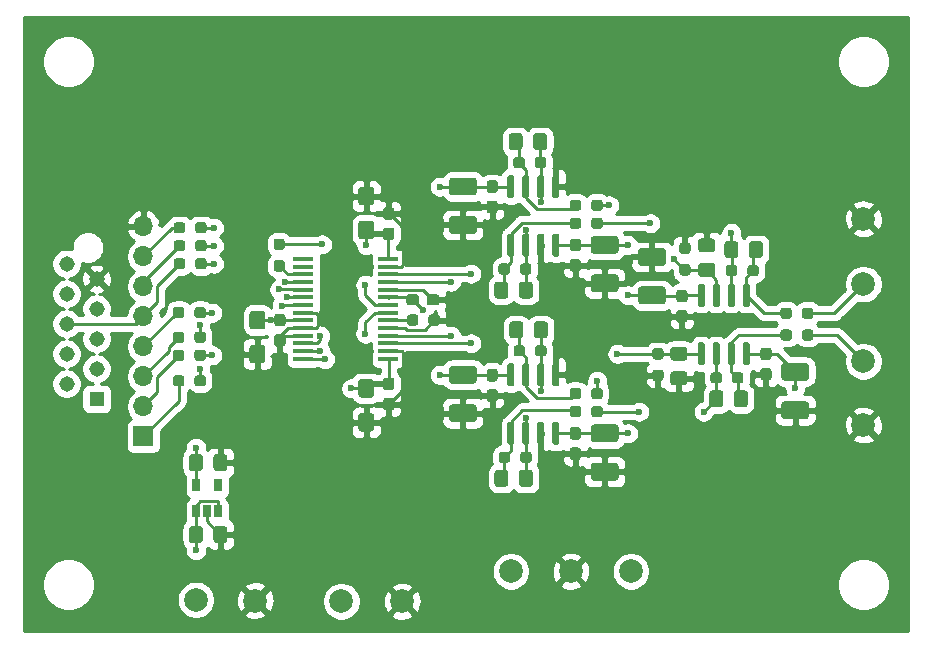
<source format=gbr>
G04 #@! TF.GenerationSoftware,KiCad,Pcbnew,(5.1.10-1-10_14)*
G04 #@! TF.CreationDate,2021-06-07T16:19:42+02:00*
G04 #@! TF.ProjectId,dac-pcm1792a,6461632d-7063-46d3-9137-3932612e6b69,rev?*
G04 #@! TF.SameCoordinates,Original*
G04 #@! TF.FileFunction,Copper,L1,Top*
G04 #@! TF.FilePolarity,Positive*
%FSLAX46Y46*%
G04 Gerber Fmt 4.6, Leading zero omitted, Abs format (unit mm)*
G04 Created by KiCad (PCBNEW (5.1.10-1-10_14)) date 2021-06-07 16:19:42*
%MOMM*%
%LPD*%
G01*
G04 APERTURE LIST*
G04 #@! TA.AperFunction,ComponentPad*
%ADD10C,2.000000*%
G04 #@! TD*
G04 #@! TA.AperFunction,SMDPad,CuDef*
%ADD11R,1.750000X0.450000*%
G04 #@! TD*
G04 #@! TA.AperFunction,ComponentPad*
%ADD12O,1.700000X1.700000*%
G04 #@! TD*
G04 #@! TA.AperFunction,ComponentPad*
%ADD13R,1.700000X1.700000*%
G04 #@! TD*
G04 #@! TA.AperFunction,ComponentPad*
%ADD14R,1.308000X1.308000*%
G04 #@! TD*
G04 #@! TA.AperFunction,ComponentPad*
%ADD15C,1.308000*%
G04 #@! TD*
G04 #@! TA.AperFunction,SMDPad,CuDef*
%ADD16R,0.650000X1.060000*%
G04 #@! TD*
G04 #@! TA.AperFunction,ViaPad*
%ADD17C,0.800000*%
G04 #@! TD*
G04 #@! TA.AperFunction,ViaPad*
%ADD18C,0.600000*%
G04 #@! TD*
G04 #@! TA.AperFunction,Conductor*
%ADD19C,0.250000*%
G04 #@! TD*
G04 #@! TA.AperFunction,Conductor*
%ADD20C,0.500000*%
G04 #@! TD*
G04 #@! TA.AperFunction,Conductor*
%ADD21C,0.254000*%
G04 #@! TD*
G04 #@! TA.AperFunction,Conductor*
%ADD22C,0.100000*%
G04 #@! TD*
G04 APERTURE END LIST*
G04 #@! TA.AperFunction,SMDPad,CuDef*
G36*
G01*
X174287000Y-87138500D02*
X174287000Y-87613500D01*
G75*
G02*
X174049500Y-87851000I-237500J0D01*
G01*
X173549500Y-87851000D01*
G75*
G02*
X173312000Y-87613500I0J237500D01*
G01*
X173312000Y-87138500D01*
G75*
G02*
X173549500Y-86901000I237500J0D01*
G01*
X174049500Y-86901000D01*
G75*
G02*
X174287000Y-87138500I0J-237500D01*
G01*
G37*
G04 #@! TD.AperFunction*
G04 #@! TA.AperFunction,SMDPad,CuDef*
G36*
G01*
X176112000Y-87138500D02*
X176112000Y-87613500D01*
G75*
G02*
X175874500Y-87851000I-237500J0D01*
G01*
X175374500Y-87851000D01*
G75*
G02*
X175137000Y-87613500I0J237500D01*
G01*
X175137000Y-87138500D01*
G75*
G02*
X175374500Y-86901000I237500J0D01*
G01*
X175874500Y-86901000D01*
G75*
G02*
X176112000Y-87138500I0J-237500D01*
G01*
G37*
G04 #@! TD.AperFunction*
G04 #@! TA.AperFunction,SMDPad,CuDef*
G36*
G01*
X174287000Y-88980000D02*
X174287000Y-89455000D01*
G75*
G02*
X174049500Y-89692500I-237500J0D01*
G01*
X173549500Y-89692500D01*
G75*
G02*
X173312000Y-89455000I0J237500D01*
G01*
X173312000Y-88980000D01*
G75*
G02*
X173549500Y-88742500I237500J0D01*
G01*
X174049500Y-88742500D01*
G75*
G02*
X174287000Y-88980000I0J-237500D01*
G01*
G37*
G04 #@! TD.AperFunction*
G04 #@! TA.AperFunction,SMDPad,CuDef*
G36*
G01*
X176112000Y-88980000D02*
X176112000Y-89455000D01*
G75*
G02*
X175874500Y-89692500I-237500J0D01*
G01*
X175374500Y-89692500D01*
G75*
G02*
X175137000Y-89455000I0J237500D01*
G01*
X175137000Y-88980000D01*
G75*
G02*
X175374500Y-88742500I237500J0D01*
G01*
X175874500Y-88742500D01*
G75*
G02*
X176112000Y-88980000I0J-237500D01*
G01*
G37*
G04 #@! TD.AperFunction*
G04 #@! TA.AperFunction,SMDPad,CuDef*
G36*
G01*
X170518000Y-83994000D02*
X170518000Y-83519000D01*
G75*
G02*
X170755500Y-83281500I237500J0D01*
G01*
X171255500Y-83281500D01*
G75*
G02*
X171493000Y-83519000I0J-237500D01*
G01*
X171493000Y-83994000D01*
G75*
G02*
X171255500Y-84231500I-237500J0D01*
G01*
X170755500Y-84231500D01*
G75*
G02*
X170518000Y-83994000I0J237500D01*
G01*
G37*
G04 #@! TD.AperFunction*
G04 #@! TA.AperFunction,SMDPad,CuDef*
G36*
G01*
X168693000Y-83994000D02*
X168693000Y-83519000D01*
G75*
G02*
X168930500Y-83281500I237500J0D01*
G01*
X169430500Y-83281500D01*
G75*
G02*
X169668000Y-83519000I0J-237500D01*
G01*
X169668000Y-83994000D01*
G75*
G02*
X169430500Y-84231500I-237500J0D01*
G01*
X168930500Y-84231500D01*
G75*
G02*
X168693000Y-83994000I0J237500D01*
G01*
G37*
G04 #@! TD.AperFunction*
G04 #@! TA.AperFunction,SMDPad,CuDef*
G36*
G01*
X164989500Y-83205500D02*
X165464500Y-83205500D01*
G75*
G02*
X165702000Y-83443000I0J-237500D01*
G01*
X165702000Y-83943000D01*
G75*
G02*
X165464500Y-84180500I-237500J0D01*
G01*
X164989500Y-84180500D01*
G75*
G02*
X164752000Y-83943000I0J237500D01*
G01*
X164752000Y-83443000D01*
G75*
G02*
X164989500Y-83205500I237500J0D01*
G01*
G37*
G04 #@! TD.AperFunction*
G04 #@! TA.AperFunction,SMDPad,CuDef*
G36*
G01*
X164989500Y-81380500D02*
X165464500Y-81380500D01*
G75*
G02*
X165702000Y-81618000I0J-237500D01*
G01*
X165702000Y-82118000D01*
G75*
G02*
X165464500Y-82355500I-237500J0D01*
G01*
X164989500Y-82355500D01*
G75*
G02*
X164752000Y-82118000I0J237500D01*
G01*
X164752000Y-81618000D01*
G75*
G02*
X164989500Y-81380500I237500J0D01*
G01*
G37*
G04 #@! TD.AperFunction*
G04 #@! TA.AperFunction,SMDPad,CuDef*
G36*
G01*
X169208000Y-93074500D02*
X169208000Y-92599500D01*
G75*
G02*
X169445500Y-92362000I237500J0D01*
G01*
X169945500Y-92362000D01*
G75*
G02*
X170183000Y-92599500I0J-237500D01*
G01*
X170183000Y-93074500D01*
G75*
G02*
X169945500Y-93312000I-237500J0D01*
G01*
X169445500Y-93312000D01*
G75*
G02*
X169208000Y-93074500I0J237500D01*
G01*
G37*
G04 #@! TD.AperFunction*
G04 #@! TA.AperFunction,SMDPad,CuDef*
G36*
G01*
X167383000Y-93074500D02*
X167383000Y-92599500D01*
G75*
G02*
X167620500Y-92362000I237500J0D01*
G01*
X168120500Y-92362000D01*
G75*
G02*
X168358000Y-92599500I0J-237500D01*
G01*
X168358000Y-93074500D01*
G75*
G02*
X168120500Y-93312000I-237500J0D01*
G01*
X167620500Y-93312000D01*
G75*
G02*
X167383000Y-93074500I0J237500D01*
G01*
G37*
G04 #@! TD.AperFunction*
G04 #@! TA.AperFunction,SMDPad,CuDef*
G36*
G01*
X163178500Y-91292500D02*
X162703500Y-91292500D01*
G75*
G02*
X162466000Y-91055000I0J237500D01*
G01*
X162466000Y-90555000D01*
G75*
G02*
X162703500Y-90317500I237500J0D01*
G01*
X163178500Y-90317500D01*
G75*
G02*
X163416000Y-90555000I0J-237500D01*
G01*
X163416000Y-91055000D01*
G75*
G02*
X163178500Y-91292500I-237500J0D01*
G01*
G37*
G04 #@! TD.AperFunction*
G04 #@! TA.AperFunction,SMDPad,CuDef*
G36*
G01*
X163178500Y-93117500D02*
X162703500Y-93117500D01*
G75*
G02*
X162466000Y-92880000I0J237500D01*
G01*
X162466000Y-92380000D01*
G75*
G02*
X162703500Y-92142500I237500J0D01*
G01*
X163178500Y-92142500D01*
G75*
G02*
X163416000Y-92380000I0J-237500D01*
G01*
X163416000Y-92880000D01*
G75*
G02*
X163178500Y-93117500I-237500J0D01*
G01*
G37*
G04 #@! TD.AperFunction*
G04 #@! TA.AperFunction,SMDPad,CuDef*
G36*
G01*
X156443500Y-79518500D02*
X156443500Y-79993500D01*
G75*
G02*
X156206000Y-80231000I-237500J0D01*
G01*
X155706000Y-80231000D01*
G75*
G02*
X155468500Y-79993500I0J237500D01*
G01*
X155468500Y-79518500D01*
G75*
G02*
X155706000Y-79281000I237500J0D01*
G01*
X156206000Y-79281000D01*
G75*
G02*
X156443500Y-79518500I0J-237500D01*
G01*
G37*
G04 #@! TD.AperFunction*
G04 #@! TA.AperFunction,SMDPad,CuDef*
G36*
G01*
X158268500Y-79518500D02*
X158268500Y-79993500D01*
G75*
G02*
X158031000Y-80231000I-237500J0D01*
G01*
X157531000Y-80231000D01*
G75*
G02*
X157293500Y-79993500I0J237500D01*
G01*
X157293500Y-79518500D01*
G75*
G02*
X157531000Y-79281000I237500J0D01*
G01*
X158031000Y-79281000D01*
G75*
G02*
X158268500Y-79518500I0J-237500D01*
G01*
G37*
G04 #@! TD.AperFunction*
G04 #@! TA.AperFunction,SMDPad,CuDef*
G36*
G01*
X156443500Y-77994500D02*
X156443500Y-78469500D01*
G75*
G02*
X156206000Y-78707000I-237500J0D01*
G01*
X155706000Y-78707000D01*
G75*
G02*
X155468500Y-78469500I0J237500D01*
G01*
X155468500Y-77994500D01*
G75*
G02*
X155706000Y-77757000I237500J0D01*
G01*
X156206000Y-77757000D01*
G75*
G02*
X156443500Y-77994500I0J-237500D01*
G01*
G37*
G04 #@! TD.AperFunction*
G04 #@! TA.AperFunction,SMDPad,CuDef*
G36*
G01*
X158268500Y-77994500D02*
X158268500Y-78469500D01*
G75*
G02*
X158031000Y-78707000I-237500J0D01*
G01*
X157531000Y-78707000D01*
G75*
G02*
X157293500Y-78469500I0J237500D01*
G01*
X157293500Y-77994500D01*
G75*
G02*
X157531000Y-77757000I237500J0D01*
G01*
X158031000Y-77757000D01*
G75*
G02*
X158268500Y-77994500I0J-237500D01*
G01*
G37*
G04 #@! TD.AperFunction*
G04 #@! TA.AperFunction,SMDPad,CuDef*
G36*
G01*
X156443500Y-95457000D02*
X156443500Y-95932000D01*
G75*
G02*
X156206000Y-96169500I-237500J0D01*
G01*
X155706000Y-96169500D01*
G75*
G02*
X155468500Y-95932000I0J237500D01*
G01*
X155468500Y-95457000D01*
G75*
G02*
X155706000Y-95219500I237500J0D01*
G01*
X156206000Y-95219500D01*
G75*
G02*
X156443500Y-95457000I0J-237500D01*
G01*
G37*
G04 #@! TD.AperFunction*
G04 #@! TA.AperFunction,SMDPad,CuDef*
G36*
G01*
X158268500Y-95457000D02*
X158268500Y-95932000D01*
G75*
G02*
X158031000Y-96169500I-237500J0D01*
G01*
X157531000Y-96169500D01*
G75*
G02*
X157293500Y-95932000I0J237500D01*
G01*
X157293500Y-95457000D01*
G75*
G02*
X157531000Y-95219500I237500J0D01*
G01*
X158031000Y-95219500D01*
G75*
G02*
X158268500Y-95457000I0J-237500D01*
G01*
G37*
G04 #@! TD.AperFunction*
G04 #@! TA.AperFunction,SMDPad,CuDef*
G36*
G01*
X156443500Y-93933000D02*
X156443500Y-94408000D01*
G75*
G02*
X156206000Y-94645500I-237500J0D01*
G01*
X155706000Y-94645500D01*
G75*
G02*
X155468500Y-94408000I0J237500D01*
G01*
X155468500Y-93933000D01*
G75*
G02*
X155706000Y-93695500I237500J0D01*
G01*
X156206000Y-93695500D01*
G75*
G02*
X156443500Y-93933000I0J-237500D01*
G01*
G37*
G04 #@! TD.AperFunction*
G04 #@! TA.AperFunction,SMDPad,CuDef*
G36*
G01*
X158268500Y-93933000D02*
X158268500Y-94408000D01*
G75*
G02*
X158031000Y-94645500I-237500J0D01*
G01*
X157531000Y-94645500D01*
G75*
G02*
X157293500Y-94408000I0J237500D01*
G01*
X157293500Y-93933000D01*
G75*
G02*
X157531000Y-93695500I237500J0D01*
G01*
X158031000Y-93695500D01*
G75*
G02*
X158268500Y-93933000I0J-237500D01*
G01*
G37*
G04 #@! TD.AperFunction*
G04 #@! TA.AperFunction,SMDPad,CuDef*
G36*
G01*
X151261000Y-83867000D02*
X151261000Y-83392000D01*
G75*
G02*
X151498500Y-83154500I237500J0D01*
G01*
X151998500Y-83154500D01*
G75*
G02*
X152236000Y-83392000I0J-237500D01*
G01*
X152236000Y-83867000D01*
G75*
G02*
X151998500Y-84104500I-237500J0D01*
G01*
X151498500Y-84104500D01*
G75*
G02*
X151261000Y-83867000I0J237500D01*
G01*
G37*
G04 #@! TD.AperFunction*
G04 #@! TA.AperFunction,SMDPad,CuDef*
G36*
G01*
X149436000Y-83867000D02*
X149436000Y-83392000D01*
G75*
G02*
X149673500Y-83154500I237500J0D01*
G01*
X150173500Y-83154500D01*
G75*
G02*
X150411000Y-83392000I0J-237500D01*
G01*
X150411000Y-83867000D01*
G75*
G02*
X150173500Y-84104500I-237500J0D01*
G01*
X149673500Y-84104500D01*
G75*
G02*
X149436000Y-83867000I0J237500D01*
G01*
G37*
G04 #@! TD.AperFunction*
G04 #@! TA.AperFunction,SMDPad,CuDef*
G36*
G01*
X152507500Y-74850000D02*
X152507500Y-74375000D01*
G75*
G02*
X152745000Y-74137500I237500J0D01*
G01*
X153245000Y-74137500D01*
G75*
G02*
X153482500Y-74375000I0J-237500D01*
G01*
X153482500Y-74850000D01*
G75*
G02*
X153245000Y-75087500I-237500J0D01*
G01*
X152745000Y-75087500D01*
G75*
G02*
X152507500Y-74850000I0J237500D01*
G01*
G37*
G04 #@! TD.AperFunction*
G04 #@! TA.AperFunction,SMDPad,CuDef*
G36*
G01*
X150682500Y-74850000D02*
X150682500Y-74375000D01*
G75*
G02*
X150920000Y-74137500I237500J0D01*
G01*
X151420000Y-74137500D01*
G75*
G02*
X151657500Y-74375000I0J-237500D01*
G01*
X151657500Y-74850000D01*
G75*
G02*
X151420000Y-75087500I-237500J0D01*
G01*
X150920000Y-75087500D01*
G75*
G02*
X150682500Y-74850000I0J237500D01*
G01*
G37*
G04 #@! TD.AperFunction*
G04 #@! TA.AperFunction,SMDPad,CuDef*
G36*
G01*
X151277500Y-99805500D02*
X151277500Y-99330500D01*
G75*
G02*
X151515000Y-99093000I237500J0D01*
G01*
X152015000Y-99093000D01*
G75*
G02*
X152252500Y-99330500I0J-237500D01*
G01*
X152252500Y-99805500D01*
G75*
G02*
X152015000Y-100043000I-237500J0D01*
G01*
X151515000Y-100043000D01*
G75*
G02*
X151277500Y-99805500I0J237500D01*
G01*
G37*
G04 #@! TD.AperFunction*
G04 #@! TA.AperFunction,SMDPad,CuDef*
G36*
G01*
X149452500Y-99805500D02*
X149452500Y-99330500D01*
G75*
G02*
X149690000Y-99093000I237500J0D01*
G01*
X150190000Y-99093000D01*
G75*
G02*
X150427500Y-99330500I0J-237500D01*
G01*
X150427500Y-99805500D01*
G75*
G02*
X150190000Y-100043000I-237500J0D01*
G01*
X149690000Y-100043000D01*
G75*
G02*
X149452500Y-99805500I0J237500D01*
G01*
G37*
G04 #@! TD.AperFunction*
G04 #@! TA.AperFunction,SMDPad,CuDef*
G36*
G01*
X152547500Y-90788500D02*
X152547500Y-90313500D01*
G75*
G02*
X152785000Y-90076000I237500J0D01*
G01*
X153285000Y-90076000D01*
G75*
G02*
X153522500Y-90313500I0J-237500D01*
G01*
X153522500Y-90788500D01*
G75*
G02*
X153285000Y-91026000I-237500J0D01*
G01*
X152785000Y-91026000D01*
G75*
G02*
X152547500Y-90788500I0J237500D01*
G01*
G37*
G04 #@! TD.AperFunction*
G04 #@! TA.AperFunction,SMDPad,CuDef*
G36*
G01*
X150722500Y-90788500D02*
X150722500Y-90313500D01*
G75*
G02*
X150960000Y-90076000I237500J0D01*
G01*
X151460000Y-90076000D01*
G75*
G02*
X151697500Y-90313500I0J-237500D01*
G01*
X151697500Y-90788500D01*
G75*
G02*
X151460000Y-91026000I-237500J0D01*
G01*
X150960000Y-91026000D01*
G75*
G02*
X150722500Y-90788500I0J237500D01*
G01*
G37*
G04 #@! TD.AperFunction*
G04 #@! TA.AperFunction,SMDPad,CuDef*
G36*
G01*
X170651500Y-82453500D02*
X170651500Y-81503500D01*
G75*
G02*
X170901500Y-81253500I250000J0D01*
G01*
X171576500Y-81253500D01*
G75*
G02*
X171826500Y-81503500I0J-250000D01*
G01*
X171826500Y-82453500D01*
G75*
G02*
X171576500Y-82703500I-250000J0D01*
G01*
X170901500Y-82703500D01*
G75*
G02*
X170651500Y-82453500I0J250000D01*
G01*
G37*
G04 #@! TD.AperFunction*
G04 #@! TA.AperFunction,SMDPad,CuDef*
G36*
G01*
X168576500Y-82453500D02*
X168576500Y-81503500D01*
G75*
G02*
X168826500Y-81253500I250000J0D01*
G01*
X169501500Y-81253500D01*
G75*
G02*
X169751500Y-81503500I0J-250000D01*
G01*
X169751500Y-82453500D01*
G75*
G02*
X169501500Y-82703500I-250000J0D01*
G01*
X168826500Y-82703500D01*
G75*
G02*
X168576500Y-82453500I0J250000D01*
G01*
G37*
G04 #@! TD.AperFunction*
G04 #@! TA.AperFunction,SMDPad,CuDef*
G36*
G01*
X166593500Y-83105500D02*
X167543500Y-83105500D01*
G75*
G02*
X167793500Y-83355500I0J-250000D01*
G01*
X167793500Y-84030500D01*
G75*
G02*
X167543500Y-84280500I-250000J0D01*
G01*
X166593500Y-84280500D01*
G75*
G02*
X166343500Y-84030500I0J250000D01*
G01*
X166343500Y-83355500D01*
G75*
G02*
X166593500Y-83105500I250000J0D01*
G01*
G37*
G04 #@! TD.AperFunction*
G04 #@! TA.AperFunction,SMDPad,CuDef*
G36*
G01*
X166593500Y-81030500D02*
X167543500Y-81030500D01*
G75*
G02*
X167793500Y-81280500I0J-250000D01*
G01*
X167793500Y-81955500D01*
G75*
G02*
X167543500Y-82205500I-250000J0D01*
G01*
X166593500Y-82205500D01*
G75*
G02*
X166343500Y-81955500I0J250000D01*
G01*
X166343500Y-81280500D01*
G75*
G02*
X166593500Y-81030500I250000J0D01*
G01*
G37*
G04 #@! TD.AperFunction*
G04 #@! TA.AperFunction,SMDPad,CuDef*
G36*
G01*
X169381500Y-95090000D02*
X169381500Y-94140000D01*
G75*
G02*
X169631500Y-93890000I250000J0D01*
G01*
X170306500Y-93890000D01*
G75*
G02*
X170556500Y-94140000I0J-250000D01*
G01*
X170556500Y-95090000D01*
G75*
G02*
X170306500Y-95340000I-250000J0D01*
G01*
X169631500Y-95340000D01*
G75*
G02*
X169381500Y-95090000I0J250000D01*
G01*
G37*
G04 #@! TD.AperFunction*
G04 #@! TA.AperFunction,SMDPad,CuDef*
G36*
G01*
X167306500Y-95090000D02*
X167306500Y-94140000D01*
G75*
G02*
X167556500Y-93890000I250000J0D01*
G01*
X168231500Y-93890000D01*
G75*
G02*
X168481500Y-94140000I0J-250000D01*
G01*
X168481500Y-95090000D01*
G75*
G02*
X168231500Y-95340000I-250000J0D01*
G01*
X167556500Y-95340000D01*
G75*
G02*
X167306500Y-95090000I0J250000D01*
G01*
G37*
G04 #@! TD.AperFunction*
G04 #@! TA.AperFunction,SMDPad,CuDef*
G36*
G01*
X165194000Y-91392500D02*
X164244000Y-91392500D01*
G75*
G02*
X163994000Y-91142500I0J250000D01*
G01*
X163994000Y-90467500D01*
G75*
G02*
X164244000Y-90217500I250000J0D01*
G01*
X165194000Y-90217500D01*
G75*
G02*
X165444000Y-90467500I0J-250000D01*
G01*
X165444000Y-91142500D01*
G75*
G02*
X165194000Y-91392500I-250000J0D01*
G01*
G37*
G04 #@! TD.AperFunction*
G04 #@! TA.AperFunction,SMDPad,CuDef*
G36*
G01*
X165194000Y-93467500D02*
X164244000Y-93467500D01*
G75*
G02*
X163994000Y-93217500I0J250000D01*
G01*
X163994000Y-92542500D01*
G75*
G02*
X164244000Y-92292500I250000J0D01*
G01*
X165194000Y-92292500D01*
G75*
G02*
X165444000Y-92542500I0J-250000D01*
G01*
X165444000Y-93217500D01*
G75*
G02*
X165194000Y-93467500I-250000J0D01*
G01*
G37*
G04 #@! TD.AperFunction*
D10*
X141287500Y-111760000D03*
G04 #@! TA.AperFunction,SMDPad,CuDef*
G36*
G01*
X170284000Y-89828500D02*
X170584000Y-89828500D01*
G75*
G02*
X170734000Y-89978500I0J-150000D01*
G01*
X170734000Y-91628500D01*
G75*
G02*
X170584000Y-91778500I-150000J0D01*
G01*
X170284000Y-91778500D01*
G75*
G02*
X170134000Y-91628500I0J150000D01*
G01*
X170134000Y-89978500D01*
G75*
G02*
X170284000Y-89828500I150000J0D01*
G01*
G37*
G04 #@! TD.AperFunction*
G04 #@! TA.AperFunction,SMDPad,CuDef*
G36*
G01*
X169014000Y-89828500D02*
X169314000Y-89828500D01*
G75*
G02*
X169464000Y-89978500I0J-150000D01*
G01*
X169464000Y-91628500D01*
G75*
G02*
X169314000Y-91778500I-150000J0D01*
G01*
X169014000Y-91778500D01*
G75*
G02*
X168864000Y-91628500I0J150000D01*
G01*
X168864000Y-89978500D01*
G75*
G02*
X169014000Y-89828500I150000J0D01*
G01*
G37*
G04 #@! TD.AperFunction*
G04 #@! TA.AperFunction,SMDPad,CuDef*
G36*
G01*
X167744000Y-89828500D02*
X168044000Y-89828500D01*
G75*
G02*
X168194000Y-89978500I0J-150000D01*
G01*
X168194000Y-91628500D01*
G75*
G02*
X168044000Y-91778500I-150000J0D01*
G01*
X167744000Y-91778500D01*
G75*
G02*
X167594000Y-91628500I0J150000D01*
G01*
X167594000Y-89978500D01*
G75*
G02*
X167744000Y-89828500I150000J0D01*
G01*
G37*
G04 #@! TD.AperFunction*
G04 #@! TA.AperFunction,SMDPad,CuDef*
G36*
G01*
X166474000Y-89828500D02*
X166774000Y-89828500D01*
G75*
G02*
X166924000Y-89978500I0J-150000D01*
G01*
X166924000Y-91628500D01*
G75*
G02*
X166774000Y-91778500I-150000J0D01*
G01*
X166474000Y-91778500D01*
G75*
G02*
X166324000Y-91628500I0J150000D01*
G01*
X166324000Y-89978500D01*
G75*
G02*
X166474000Y-89828500I150000J0D01*
G01*
G37*
G04 #@! TD.AperFunction*
G04 #@! TA.AperFunction,SMDPad,CuDef*
G36*
G01*
X166474000Y-84878500D02*
X166774000Y-84878500D01*
G75*
G02*
X166924000Y-85028500I0J-150000D01*
G01*
X166924000Y-86678500D01*
G75*
G02*
X166774000Y-86828500I-150000J0D01*
G01*
X166474000Y-86828500D01*
G75*
G02*
X166324000Y-86678500I0J150000D01*
G01*
X166324000Y-85028500D01*
G75*
G02*
X166474000Y-84878500I150000J0D01*
G01*
G37*
G04 #@! TD.AperFunction*
G04 #@! TA.AperFunction,SMDPad,CuDef*
G36*
G01*
X167744000Y-84878500D02*
X168044000Y-84878500D01*
G75*
G02*
X168194000Y-85028500I0J-150000D01*
G01*
X168194000Y-86678500D01*
G75*
G02*
X168044000Y-86828500I-150000J0D01*
G01*
X167744000Y-86828500D01*
G75*
G02*
X167594000Y-86678500I0J150000D01*
G01*
X167594000Y-85028500D01*
G75*
G02*
X167744000Y-84878500I150000J0D01*
G01*
G37*
G04 #@! TD.AperFunction*
G04 #@! TA.AperFunction,SMDPad,CuDef*
G36*
G01*
X169014000Y-84878500D02*
X169314000Y-84878500D01*
G75*
G02*
X169464000Y-85028500I0J-150000D01*
G01*
X169464000Y-86678500D01*
G75*
G02*
X169314000Y-86828500I-150000J0D01*
G01*
X169014000Y-86828500D01*
G75*
G02*
X168864000Y-86678500I0J150000D01*
G01*
X168864000Y-85028500D01*
G75*
G02*
X169014000Y-84878500I150000J0D01*
G01*
G37*
G04 #@! TD.AperFunction*
G04 #@! TA.AperFunction,SMDPad,CuDef*
G36*
G01*
X170284000Y-84878500D02*
X170584000Y-84878500D01*
G75*
G02*
X170734000Y-85028500I0J-150000D01*
G01*
X170734000Y-86678500D01*
G75*
G02*
X170584000Y-86828500I-150000J0D01*
G01*
X170284000Y-86828500D01*
G75*
G02*
X170134000Y-86678500I0J150000D01*
G01*
X170134000Y-85028500D01*
G75*
G02*
X170284000Y-84878500I150000J0D01*
G01*
G37*
G04 #@! TD.AperFunction*
G04 #@! TA.AperFunction,SMDPad,CuDef*
G36*
G01*
X150645000Y-93559500D02*
X150345000Y-93559500D01*
G75*
G02*
X150195000Y-93409500I0J150000D01*
G01*
X150195000Y-91759500D01*
G75*
G02*
X150345000Y-91609500I150000J0D01*
G01*
X150645000Y-91609500D01*
G75*
G02*
X150795000Y-91759500I0J-150000D01*
G01*
X150795000Y-93409500D01*
G75*
G02*
X150645000Y-93559500I-150000J0D01*
G01*
G37*
G04 #@! TD.AperFunction*
G04 #@! TA.AperFunction,SMDPad,CuDef*
G36*
G01*
X151915000Y-93559500D02*
X151615000Y-93559500D01*
G75*
G02*
X151465000Y-93409500I0J150000D01*
G01*
X151465000Y-91759500D01*
G75*
G02*
X151615000Y-91609500I150000J0D01*
G01*
X151915000Y-91609500D01*
G75*
G02*
X152065000Y-91759500I0J-150000D01*
G01*
X152065000Y-93409500D01*
G75*
G02*
X151915000Y-93559500I-150000J0D01*
G01*
G37*
G04 #@! TD.AperFunction*
G04 #@! TA.AperFunction,SMDPad,CuDef*
G36*
G01*
X153185000Y-93559500D02*
X152885000Y-93559500D01*
G75*
G02*
X152735000Y-93409500I0J150000D01*
G01*
X152735000Y-91759500D01*
G75*
G02*
X152885000Y-91609500I150000J0D01*
G01*
X153185000Y-91609500D01*
G75*
G02*
X153335000Y-91759500I0J-150000D01*
G01*
X153335000Y-93409500D01*
G75*
G02*
X153185000Y-93559500I-150000J0D01*
G01*
G37*
G04 #@! TD.AperFunction*
G04 #@! TA.AperFunction,SMDPad,CuDef*
G36*
G01*
X154455000Y-93559500D02*
X154155000Y-93559500D01*
G75*
G02*
X154005000Y-93409500I0J150000D01*
G01*
X154005000Y-91759500D01*
G75*
G02*
X154155000Y-91609500I150000J0D01*
G01*
X154455000Y-91609500D01*
G75*
G02*
X154605000Y-91759500I0J-150000D01*
G01*
X154605000Y-93409500D01*
G75*
G02*
X154455000Y-93559500I-150000J0D01*
G01*
G37*
G04 #@! TD.AperFunction*
G04 #@! TA.AperFunction,SMDPad,CuDef*
G36*
G01*
X154455000Y-98509500D02*
X154155000Y-98509500D01*
G75*
G02*
X154005000Y-98359500I0J150000D01*
G01*
X154005000Y-96709500D01*
G75*
G02*
X154155000Y-96559500I150000J0D01*
G01*
X154455000Y-96559500D01*
G75*
G02*
X154605000Y-96709500I0J-150000D01*
G01*
X154605000Y-98359500D01*
G75*
G02*
X154455000Y-98509500I-150000J0D01*
G01*
G37*
G04 #@! TD.AperFunction*
G04 #@! TA.AperFunction,SMDPad,CuDef*
G36*
G01*
X153185000Y-98509500D02*
X152885000Y-98509500D01*
G75*
G02*
X152735000Y-98359500I0J150000D01*
G01*
X152735000Y-96709500D01*
G75*
G02*
X152885000Y-96559500I150000J0D01*
G01*
X153185000Y-96559500D01*
G75*
G02*
X153335000Y-96709500I0J-150000D01*
G01*
X153335000Y-98359500D01*
G75*
G02*
X153185000Y-98509500I-150000J0D01*
G01*
G37*
G04 #@! TD.AperFunction*
G04 #@! TA.AperFunction,SMDPad,CuDef*
G36*
G01*
X151915000Y-98509500D02*
X151615000Y-98509500D01*
G75*
G02*
X151465000Y-98359500I0J150000D01*
G01*
X151465000Y-96709500D01*
G75*
G02*
X151615000Y-96559500I150000J0D01*
G01*
X151915000Y-96559500D01*
G75*
G02*
X152065000Y-96709500I0J-150000D01*
G01*
X152065000Y-98359500D01*
G75*
G02*
X151915000Y-98509500I-150000J0D01*
G01*
G37*
G04 #@! TD.AperFunction*
G04 #@! TA.AperFunction,SMDPad,CuDef*
G36*
G01*
X150645000Y-98509500D02*
X150345000Y-98509500D01*
G75*
G02*
X150195000Y-98359500I0J150000D01*
G01*
X150195000Y-96709500D01*
G75*
G02*
X150345000Y-96559500I150000J0D01*
G01*
X150645000Y-96559500D01*
G75*
G02*
X150795000Y-96709500I0J-150000D01*
G01*
X150795000Y-98359500D01*
G75*
G02*
X150645000Y-98509500I-150000J0D01*
G01*
G37*
G04 #@! TD.AperFunction*
D11*
X140125000Y-82770000D03*
X140125000Y-83420000D03*
X140125000Y-84070000D03*
X140125000Y-84720000D03*
X140125000Y-85370000D03*
X140125000Y-86020000D03*
X140125000Y-86670000D03*
X140125000Y-87320000D03*
X140125000Y-87970000D03*
X140125000Y-88620000D03*
X140125000Y-89270000D03*
X140125000Y-89920000D03*
X140125000Y-90570000D03*
X140125000Y-91220000D03*
X132925000Y-91220000D03*
X132925000Y-90570000D03*
X132925000Y-89920000D03*
X132925000Y-89270000D03*
X132925000Y-88620000D03*
X132925000Y-87970000D03*
X132925000Y-87320000D03*
X132925000Y-86670000D03*
X132925000Y-86020000D03*
X132925000Y-85370000D03*
X132925000Y-84720000D03*
X132925000Y-84070000D03*
X132925000Y-83420000D03*
X132925000Y-82770000D03*
G04 #@! TA.AperFunction,SMDPad,CuDef*
G36*
G01*
X122915500Y-82947500D02*
X122915500Y-83422500D01*
G75*
G02*
X122678000Y-83660000I-237500J0D01*
G01*
X122178000Y-83660000D01*
G75*
G02*
X121940500Y-83422500I0J237500D01*
G01*
X121940500Y-82947500D01*
G75*
G02*
X122178000Y-82710000I237500J0D01*
G01*
X122678000Y-82710000D01*
G75*
G02*
X122915500Y-82947500I0J-237500D01*
G01*
G37*
G04 #@! TD.AperFunction*
G04 #@! TA.AperFunction,SMDPad,CuDef*
G36*
G01*
X124740500Y-82947500D02*
X124740500Y-83422500D01*
G75*
G02*
X124503000Y-83660000I-237500J0D01*
G01*
X124003000Y-83660000D01*
G75*
G02*
X123765500Y-83422500I0J237500D01*
G01*
X123765500Y-82947500D01*
G75*
G02*
X124003000Y-82710000I237500J0D01*
G01*
X124503000Y-82710000D01*
G75*
G02*
X124740500Y-82947500I0J-237500D01*
G01*
G37*
G04 #@! TD.AperFunction*
G04 #@! TA.AperFunction,SMDPad,CuDef*
G36*
G01*
X122915500Y-81423500D02*
X122915500Y-81898500D01*
G75*
G02*
X122678000Y-82136000I-237500J0D01*
G01*
X122178000Y-82136000D01*
G75*
G02*
X121940500Y-81898500I0J237500D01*
G01*
X121940500Y-81423500D01*
G75*
G02*
X122178000Y-81186000I237500J0D01*
G01*
X122678000Y-81186000D01*
G75*
G02*
X122915500Y-81423500I0J-237500D01*
G01*
G37*
G04 #@! TD.AperFunction*
G04 #@! TA.AperFunction,SMDPad,CuDef*
G36*
G01*
X124740500Y-81423500D02*
X124740500Y-81898500D01*
G75*
G02*
X124503000Y-82136000I-237500J0D01*
G01*
X124003000Y-82136000D01*
G75*
G02*
X123765500Y-81898500I0J237500D01*
G01*
X123765500Y-81423500D01*
G75*
G02*
X124003000Y-81186000I237500J0D01*
G01*
X124503000Y-81186000D01*
G75*
G02*
X124740500Y-81423500I0J-237500D01*
G01*
G37*
G04 #@! TD.AperFunction*
G04 #@! TA.AperFunction,SMDPad,CuDef*
G36*
G01*
X122915500Y-79899500D02*
X122915500Y-80374500D01*
G75*
G02*
X122678000Y-80612000I-237500J0D01*
G01*
X122178000Y-80612000D01*
G75*
G02*
X121940500Y-80374500I0J237500D01*
G01*
X121940500Y-79899500D01*
G75*
G02*
X122178000Y-79662000I237500J0D01*
G01*
X122678000Y-79662000D01*
G75*
G02*
X122915500Y-79899500I0J-237500D01*
G01*
G37*
G04 #@! TD.AperFunction*
G04 #@! TA.AperFunction,SMDPad,CuDef*
G36*
G01*
X124740500Y-79899500D02*
X124740500Y-80374500D01*
G75*
G02*
X124503000Y-80612000I-237500J0D01*
G01*
X124003000Y-80612000D01*
G75*
G02*
X123765500Y-80374500I0J237500D01*
G01*
X123765500Y-79899500D01*
G75*
G02*
X124003000Y-79662000I237500J0D01*
G01*
X124503000Y-79662000D01*
G75*
G02*
X124740500Y-79899500I0J-237500D01*
G01*
G37*
G04 #@! TD.AperFunction*
G04 #@! TA.AperFunction,SMDPad,CuDef*
G36*
G01*
X142664000Y-87710000D02*
X142664000Y-88185000D01*
G75*
G02*
X142426500Y-88422500I-237500J0D01*
G01*
X141926500Y-88422500D01*
G75*
G02*
X141689000Y-88185000I0J237500D01*
G01*
X141689000Y-87710000D01*
G75*
G02*
X141926500Y-87472500I237500J0D01*
G01*
X142426500Y-87472500D01*
G75*
G02*
X142664000Y-87710000I0J-237500D01*
G01*
G37*
G04 #@! TD.AperFunction*
G04 #@! TA.AperFunction,SMDPad,CuDef*
G36*
G01*
X144489000Y-87710000D02*
X144489000Y-88185000D01*
G75*
G02*
X144251500Y-88422500I-237500J0D01*
G01*
X143751500Y-88422500D01*
G75*
G02*
X143514000Y-88185000I0J237500D01*
G01*
X143514000Y-87710000D01*
G75*
G02*
X143751500Y-87472500I237500J0D01*
G01*
X144251500Y-87472500D01*
G75*
G02*
X144489000Y-87710000I0J-237500D01*
G01*
G37*
G04 #@! TD.AperFunction*
G04 #@! TA.AperFunction,SMDPad,CuDef*
G36*
G01*
X130636000Y-82871500D02*
X131111000Y-82871500D01*
G75*
G02*
X131348500Y-83109000I0J-237500D01*
G01*
X131348500Y-83609000D01*
G75*
G02*
X131111000Y-83846500I-237500J0D01*
G01*
X130636000Y-83846500D01*
G75*
G02*
X130398500Y-83609000I0J237500D01*
G01*
X130398500Y-83109000D01*
G75*
G02*
X130636000Y-82871500I237500J0D01*
G01*
G37*
G04 #@! TD.AperFunction*
G04 #@! TA.AperFunction,SMDPad,CuDef*
G36*
G01*
X130636000Y-81046500D02*
X131111000Y-81046500D01*
G75*
G02*
X131348500Y-81284000I0J-237500D01*
G01*
X131348500Y-81784000D01*
G75*
G02*
X131111000Y-82021500I-237500J0D01*
G01*
X130636000Y-82021500D01*
G75*
G02*
X130398500Y-81784000I0J237500D01*
G01*
X130398500Y-81284000D01*
G75*
G02*
X130636000Y-81046500I237500J0D01*
G01*
G37*
G04 #@! TD.AperFunction*
D10*
X180340000Y-96837500D03*
X180340000Y-91440000D03*
D12*
X119380000Y-80010000D03*
X119380000Y-82550000D03*
X119380000Y-85090000D03*
X119380000Y-87630000D03*
X119380000Y-90170000D03*
X119380000Y-92710000D03*
X119380000Y-95250000D03*
D13*
X119380000Y-97790000D03*
G04 #@! TA.AperFunction,SMDPad,CuDef*
G36*
G01*
X156193500Y-98073500D02*
X155718500Y-98073500D01*
G75*
G02*
X155481000Y-97836000I0J237500D01*
G01*
X155481000Y-97236000D01*
G75*
G02*
X155718500Y-96998500I237500J0D01*
G01*
X156193500Y-96998500D01*
G75*
G02*
X156431000Y-97236000I0J-237500D01*
G01*
X156431000Y-97836000D01*
G75*
G02*
X156193500Y-98073500I-237500J0D01*
G01*
G37*
G04 #@! TD.AperFunction*
G04 #@! TA.AperFunction,SMDPad,CuDef*
G36*
G01*
X156193500Y-99798500D02*
X155718500Y-99798500D01*
G75*
G02*
X155481000Y-99561000I0J237500D01*
G01*
X155481000Y-98961000D01*
G75*
G02*
X155718500Y-98723500I237500J0D01*
G01*
X156193500Y-98723500D01*
G75*
G02*
X156431000Y-98961000I0J-237500D01*
G01*
X156431000Y-99561000D01*
G75*
G02*
X156193500Y-99798500I-237500J0D01*
G01*
G37*
G04 #@! TD.AperFunction*
G04 #@! TA.AperFunction,SMDPad,CuDef*
G36*
G01*
X148670000Y-93797000D02*
X149145000Y-93797000D01*
G75*
G02*
X149382500Y-94034500I0J-237500D01*
G01*
X149382500Y-94634500D01*
G75*
G02*
X149145000Y-94872000I-237500J0D01*
G01*
X148670000Y-94872000D01*
G75*
G02*
X148432500Y-94634500I0J237500D01*
G01*
X148432500Y-94034500D01*
G75*
G02*
X148670000Y-93797000I237500J0D01*
G01*
G37*
G04 #@! TD.AperFunction*
G04 #@! TA.AperFunction,SMDPad,CuDef*
G36*
G01*
X148670000Y-92072000D02*
X149145000Y-92072000D01*
G75*
G02*
X149382500Y-92309500I0J-237500D01*
G01*
X149382500Y-92909500D01*
G75*
G02*
X149145000Y-93147000I-237500J0D01*
G01*
X148670000Y-93147000D01*
G75*
G02*
X148432500Y-92909500I0J237500D01*
G01*
X148432500Y-92309500D01*
G75*
G02*
X148670000Y-92072000I237500J0D01*
G01*
G37*
G04 #@! TD.AperFunction*
G04 #@! TA.AperFunction,SMDPad,CuDef*
G36*
G01*
X159357500Y-98286000D02*
X157507500Y-98286000D01*
G75*
G02*
X157257500Y-98036000I0J250000D01*
G01*
X157257500Y-97036000D01*
G75*
G02*
X157507500Y-96786000I250000J0D01*
G01*
X159357500Y-96786000D01*
G75*
G02*
X159607500Y-97036000I0J-250000D01*
G01*
X159607500Y-98036000D01*
G75*
G02*
X159357500Y-98286000I-250000J0D01*
G01*
G37*
G04 #@! TD.AperFunction*
G04 #@! TA.AperFunction,SMDPad,CuDef*
G36*
G01*
X159357500Y-101536000D02*
X157507500Y-101536000D01*
G75*
G02*
X157257500Y-101286000I0J250000D01*
G01*
X157257500Y-100286000D01*
G75*
G02*
X157507500Y-100036000I250000J0D01*
G01*
X159357500Y-100036000D01*
G75*
G02*
X159607500Y-100286000I0J-250000D01*
G01*
X159607500Y-101286000D01*
G75*
G02*
X159357500Y-101536000I-250000J0D01*
G01*
G37*
G04 #@! TD.AperFunction*
G04 #@! TA.AperFunction,SMDPad,CuDef*
G36*
G01*
X145506000Y-95083000D02*
X147356000Y-95083000D01*
G75*
G02*
X147606000Y-95333000I0J-250000D01*
G01*
X147606000Y-96333000D01*
G75*
G02*
X147356000Y-96583000I-250000J0D01*
G01*
X145506000Y-96583000D01*
G75*
G02*
X145256000Y-96333000I0J250000D01*
G01*
X145256000Y-95333000D01*
G75*
G02*
X145506000Y-95083000I250000J0D01*
G01*
G37*
G04 #@! TD.AperFunction*
G04 #@! TA.AperFunction,SMDPad,CuDef*
G36*
G01*
X145506000Y-91833000D02*
X147356000Y-91833000D01*
G75*
G02*
X147606000Y-92083000I0J-250000D01*
G01*
X147606000Y-93083000D01*
G75*
G02*
X147356000Y-93333000I-250000J0D01*
G01*
X145506000Y-93333000D01*
G75*
G02*
X145256000Y-93083000I0J250000D01*
G01*
X145256000Y-92083000D01*
G75*
G02*
X145506000Y-91833000I250000J0D01*
G01*
G37*
G04 #@! TD.AperFunction*
G04 #@! TA.AperFunction,SMDPad,CuDef*
G36*
G01*
X151177500Y-85882500D02*
X151177500Y-84932500D01*
G75*
G02*
X151427500Y-84682500I250000J0D01*
G01*
X152102500Y-84682500D01*
G75*
G02*
X152352500Y-84932500I0J-250000D01*
G01*
X152352500Y-85882500D01*
G75*
G02*
X152102500Y-86132500I-250000J0D01*
G01*
X151427500Y-86132500D01*
G75*
G02*
X151177500Y-85882500I0J250000D01*
G01*
G37*
G04 #@! TD.AperFunction*
G04 #@! TA.AperFunction,SMDPad,CuDef*
G36*
G01*
X149102500Y-85882500D02*
X149102500Y-84932500D01*
G75*
G02*
X149352500Y-84682500I250000J0D01*
G01*
X150027500Y-84682500D01*
G75*
G02*
X150277500Y-84932500I0J-250000D01*
G01*
X150277500Y-85882500D01*
G75*
G02*
X150027500Y-86132500I-250000J0D01*
G01*
X149352500Y-86132500D01*
G75*
G02*
X149102500Y-85882500I0J250000D01*
G01*
G37*
G04 #@! TD.AperFunction*
G04 #@! TA.AperFunction,SMDPad,CuDef*
G36*
G01*
X152384000Y-73309500D02*
X152384000Y-72359500D01*
G75*
G02*
X152634000Y-72109500I250000J0D01*
G01*
X153309000Y-72109500D01*
G75*
G02*
X153559000Y-72359500I0J-250000D01*
G01*
X153559000Y-73309500D01*
G75*
G02*
X153309000Y-73559500I-250000J0D01*
G01*
X152634000Y-73559500D01*
G75*
G02*
X152384000Y-73309500I0J250000D01*
G01*
G37*
G04 #@! TD.AperFunction*
G04 #@! TA.AperFunction,SMDPad,CuDef*
G36*
G01*
X150309000Y-73309500D02*
X150309000Y-72359500D01*
G75*
G02*
X150559000Y-72109500I250000J0D01*
G01*
X151234000Y-72109500D01*
G75*
G02*
X151484000Y-72359500I0J-250000D01*
G01*
X151484000Y-73309500D01*
G75*
G02*
X151234000Y-73559500I-250000J0D01*
G01*
X150559000Y-73559500D01*
G75*
G02*
X150309000Y-73309500I0J250000D01*
G01*
G37*
G04 #@! TD.AperFunction*
G04 #@! TA.AperFunction,SMDPad,CuDef*
G36*
G01*
X151177500Y-101821000D02*
X151177500Y-100871000D01*
G75*
G02*
X151427500Y-100621000I250000J0D01*
G01*
X152102500Y-100621000D01*
G75*
G02*
X152352500Y-100871000I0J-250000D01*
G01*
X152352500Y-101821000D01*
G75*
G02*
X152102500Y-102071000I-250000J0D01*
G01*
X151427500Y-102071000D01*
G75*
G02*
X151177500Y-101821000I0J250000D01*
G01*
G37*
G04 #@! TD.AperFunction*
G04 #@! TA.AperFunction,SMDPad,CuDef*
G36*
G01*
X149102500Y-101821000D02*
X149102500Y-100871000D01*
G75*
G02*
X149352500Y-100621000I250000J0D01*
G01*
X150027500Y-100621000D01*
G75*
G02*
X150277500Y-100871000I0J-250000D01*
G01*
X150277500Y-101821000D01*
G75*
G02*
X150027500Y-102071000I-250000J0D01*
G01*
X149352500Y-102071000D01*
G75*
G02*
X149102500Y-101821000I0J250000D01*
G01*
G37*
G04 #@! TD.AperFunction*
G04 #@! TA.AperFunction,SMDPad,CuDef*
G36*
G01*
X152447500Y-89248000D02*
X152447500Y-88298000D01*
G75*
G02*
X152697500Y-88048000I250000J0D01*
G01*
X153372500Y-88048000D01*
G75*
G02*
X153622500Y-88298000I0J-250000D01*
G01*
X153622500Y-89248000D01*
G75*
G02*
X153372500Y-89498000I-250000J0D01*
G01*
X152697500Y-89498000D01*
G75*
G02*
X152447500Y-89248000I0J250000D01*
G01*
G37*
G04 #@! TD.AperFunction*
G04 #@! TA.AperFunction,SMDPad,CuDef*
G36*
G01*
X150372500Y-89248000D02*
X150372500Y-88298000D01*
G75*
G02*
X150622500Y-88048000I250000J0D01*
G01*
X151297500Y-88048000D01*
G75*
G02*
X151547500Y-88298000I0J-250000D01*
G01*
X151547500Y-89248000D01*
G75*
G02*
X151297500Y-89498000I-250000J0D01*
G01*
X150622500Y-89498000D01*
G75*
G02*
X150372500Y-89248000I0J250000D01*
G01*
G37*
G04 #@! TD.AperFunction*
G04 #@! TA.AperFunction,SMDPad,CuDef*
G36*
G01*
X137814499Y-95813500D02*
X138664501Y-95813500D01*
G75*
G02*
X138914500Y-96063499I0J-249999D01*
G01*
X138914500Y-97138501D01*
G75*
G02*
X138664501Y-97388500I-249999J0D01*
G01*
X137814499Y-97388500D01*
G75*
G02*
X137564500Y-97138501I0J249999D01*
G01*
X137564500Y-96063499D01*
G75*
G02*
X137814499Y-95813500I249999J0D01*
G01*
G37*
G04 #@! TD.AperFunction*
G04 #@! TA.AperFunction,SMDPad,CuDef*
G36*
G01*
X137814499Y-92938500D02*
X138664501Y-92938500D01*
G75*
G02*
X138914500Y-93188499I0J-249999D01*
G01*
X138914500Y-94263501D01*
G75*
G02*
X138664501Y-94513500I-249999J0D01*
G01*
X137814499Y-94513500D01*
G75*
G02*
X137564500Y-94263501I0J249999D01*
G01*
X137564500Y-93188499D01*
G75*
G02*
X137814499Y-92938500I249999J0D01*
G01*
G37*
G04 #@! TD.AperFunction*
G04 #@! TA.AperFunction,SMDPad,CuDef*
G36*
G01*
X138664501Y-78240000D02*
X137814499Y-78240000D01*
G75*
G02*
X137564500Y-77990001I0J249999D01*
G01*
X137564500Y-76914999D01*
G75*
G02*
X137814499Y-76665000I249999J0D01*
G01*
X138664501Y-76665000D01*
G75*
G02*
X138914500Y-76914999I0J-249999D01*
G01*
X138914500Y-77990001D01*
G75*
G02*
X138664501Y-78240000I-249999J0D01*
G01*
G37*
G04 #@! TD.AperFunction*
G04 #@! TA.AperFunction,SMDPad,CuDef*
G36*
G01*
X138664501Y-81115000D02*
X137814499Y-81115000D01*
G75*
G02*
X137564500Y-80865001I0J249999D01*
G01*
X137564500Y-79789999D01*
G75*
G02*
X137814499Y-79540000I249999J0D01*
G01*
X138664501Y-79540000D01*
G75*
G02*
X138914500Y-79789999I0J-249999D01*
G01*
X138914500Y-80865001D01*
G75*
G02*
X138664501Y-81115000I-249999J0D01*
G01*
G37*
G04 #@! TD.AperFunction*
G04 #@! TA.AperFunction,SMDPad,CuDef*
G36*
G01*
X139907000Y-94532500D02*
X140382000Y-94532500D01*
G75*
G02*
X140619500Y-94770000I0J-237500D01*
G01*
X140619500Y-95370000D01*
G75*
G02*
X140382000Y-95607500I-237500J0D01*
G01*
X139907000Y-95607500D01*
G75*
G02*
X139669500Y-95370000I0J237500D01*
G01*
X139669500Y-94770000D01*
G75*
G02*
X139907000Y-94532500I237500J0D01*
G01*
G37*
G04 #@! TD.AperFunction*
G04 #@! TA.AperFunction,SMDPad,CuDef*
G36*
G01*
X139907000Y-92807500D02*
X140382000Y-92807500D01*
G75*
G02*
X140619500Y-93045000I0J-237500D01*
G01*
X140619500Y-93645000D01*
G75*
G02*
X140382000Y-93882500I-237500J0D01*
G01*
X139907000Y-93882500D01*
G75*
G02*
X139669500Y-93645000I0J237500D01*
G01*
X139669500Y-93045000D01*
G75*
G02*
X139907000Y-92807500I237500J0D01*
G01*
G37*
G04 #@! TD.AperFunction*
G04 #@! TA.AperFunction,SMDPad,CuDef*
G36*
G01*
X140382000Y-79457500D02*
X139907000Y-79457500D01*
G75*
G02*
X139669500Y-79220000I0J237500D01*
G01*
X139669500Y-78620000D01*
G75*
G02*
X139907000Y-78382500I237500J0D01*
G01*
X140382000Y-78382500D01*
G75*
G02*
X140619500Y-78620000I0J-237500D01*
G01*
X140619500Y-79220000D01*
G75*
G02*
X140382000Y-79457500I-237500J0D01*
G01*
G37*
G04 #@! TD.AperFunction*
G04 #@! TA.AperFunction,SMDPad,CuDef*
G36*
G01*
X140382000Y-81182500D02*
X139907000Y-81182500D01*
G75*
G02*
X139669500Y-80945000I0J237500D01*
G01*
X139669500Y-80345000D01*
G75*
G02*
X139907000Y-80107500I237500J0D01*
G01*
X140382000Y-80107500D01*
G75*
G02*
X140619500Y-80345000I0J-237500D01*
G01*
X140619500Y-80945000D01*
G75*
G02*
X140382000Y-81182500I-237500J0D01*
G01*
G37*
G04 #@! TD.AperFunction*
G04 #@! TA.AperFunction,SMDPad,CuDef*
G36*
G01*
X130699500Y-89135000D02*
X131174500Y-89135000D01*
G75*
G02*
X131412000Y-89372500I0J-237500D01*
G01*
X131412000Y-89972500D01*
G75*
G02*
X131174500Y-90210000I-237500J0D01*
G01*
X130699500Y-90210000D01*
G75*
G02*
X130462000Y-89972500I0J237500D01*
G01*
X130462000Y-89372500D01*
G75*
G02*
X130699500Y-89135000I237500J0D01*
G01*
G37*
G04 #@! TD.AperFunction*
G04 #@! TA.AperFunction,SMDPad,CuDef*
G36*
G01*
X130699500Y-87410000D02*
X131174500Y-87410000D01*
G75*
G02*
X131412000Y-87647500I0J-237500D01*
G01*
X131412000Y-88247500D01*
G75*
G02*
X131174500Y-88485000I-237500J0D01*
G01*
X130699500Y-88485000D01*
G75*
G02*
X130462000Y-88247500I0J237500D01*
G01*
X130462000Y-87647500D01*
G75*
G02*
X130699500Y-87410000I237500J0D01*
G01*
G37*
G04 #@! TD.AperFunction*
G04 #@! TA.AperFunction,SMDPad,CuDef*
G36*
G01*
X143364000Y-86470500D02*
X143364000Y-85995500D01*
G75*
G02*
X143601500Y-85758000I237500J0D01*
G01*
X144201500Y-85758000D01*
G75*
G02*
X144439000Y-85995500I0J-237500D01*
G01*
X144439000Y-86470500D01*
G75*
G02*
X144201500Y-86708000I-237500J0D01*
G01*
X143601500Y-86708000D01*
G75*
G02*
X143364000Y-86470500I0J237500D01*
G01*
G37*
G04 #@! TD.AperFunction*
G04 #@! TA.AperFunction,SMDPad,CuDef*
G36*
G01*
X141639000Y-86470500D02*
X141639000Y-85995500D01*
G75*
G02*
X141876500Y-85758000I237500J0D01*
G01*
X142476500Y-85758000D01*
G75*
G02*
X142714000Y-85995500I0J-237500D01*
G01*
X142714000Y-86470500D01*
G75*
G02*
X142476500Y-86708000I-237500J0D01*
G01*
X141876500Y-86708000D01*
G75*
G02*
X141639000Y-86470500I0J237500D01*
G01*
G37*
G04 #@! TD.AperFunction*
G04 #@! TA.AperFunction,SMDPad,CuDef*
G36*
G01*
X128606999Y-90035000D02*
X129457001Y-90035000D01*
G75*
G02*
X129707000Y-90284999I0J-249999D01*
G01*
X129707000Y-91360001D01*
G75*
G02*
X129457001Y-91610000I-249999J0D01*
G01*
X128606999Y-91610000D01*
G75*
G02*
X128357000Y-91360001I0J249999D01*
G01*
X128357000Y-90284999D01*
G75*
G02*
X128606999Y-90035000I249999J0D01*
G01*
G37*
G04 #@! TD.AperFunction*
G04 #@! TA.AperFunction,SMDPad,CuDef*
G36*
G01*
X128606999Y-87160000D02*
X129457001Y-87160000D01*
G75*
G02*
X129707000Y-87409999I0J-249999D01*
G01*
X129707000Y-88485001D01*
G75*
G02*
X129457001Y-88735000I-249999J0D01*
G01*
X128606999Y-88735000D01*
G75*
G02*
X128357000Y-88485001I0J249999D01*
G01*
X128357000Y-87409999D01*
G75*
G02*
X128606999Y-87160000I249999J0D01*
G01*
G37*
G04 #@! TD.AperFunction*
D14*
X115421000Y-94615000D03*
D15*
X112881000Y-93345000D03*
X115421000Y-92075000D03*
X112881000Y-90805000D03*
X115421000Y-89535000D03*
X112881000Y-88265000D03*
X115421000Y-86995000D03*
X112881000Y-85725000D03*
X115421000Y-84455000D03*
X112881000Y-83185000D03*
G04 #@! TA.AperFunction,SMDPad,CuDef*
G36*
G01*
X150645000Y-77622500D02*
X150345000Y-77622500D01*
G75*
G02*
X150195000Y-77472500I0J150000D01*
G01*
X150195000Y-75822500D01*
G75*
G02*
X150345000Y-75672500I150000J0D01*
G01*
X150645000Y-75672500D01*
G75*
G02*
X150795000Y-75822500I0J-150000D01*
G01*
X150795000Y-77472500D01*
G75*
G02*
X150645000Y-77622500I-150000J0D01*
G01*
G37*
G04 #@! TD.AperFunction*
G04 #@! TA.AperFunction,SMDPad,CuDef*
G36*
G01*
X151915000Y-77622500D02*
X151615000Y-77622500D01*
G75*
G02*
X151465000Y-77472500I0J150000D01*
G01*
X151465000Y-75822500D01*
G75*
G02*
X151615000Y-75672500I150000J0D01*
G01*
X151915000Y-75672500D01*
G75*
G02*
X152065000Y-75822500I0J-150000D01*
G01*
X152065000Y-77472500D01*
G75*
G02*
X151915000Y-77622500I-150000J0D01*
G01*
G37*
G04 #@! TD.AperFunction*
G04 #@! TA.AperFunction,SMDPad,CuDef*
G36*
G01*
X153185000Y-77622500D02*
X152885000Y-77622500D01*
G75*
G02*
X152735000Y-77472500I0J150000D01*
G01*
X152735000Y-75822500D01*
G75*
G02*
X152885000Y-75672500I150000J0D01*
G01*
X153185000Y-75672500D01*
G75*
G02*
X153335000Y-75822500I0J-150000D01*
G01*
X153335000Y-77472500D01*
G75*
G02*
X153185000Y-77622500I-150000J0D01*
G01*
G37*
G04 #@! TD.AperFunction*
G04 #@! TA.AperFunction,SMDPad,CuDef*
G36*
G01*
X154455000Y-77622500D02*
X154155000Y-77622500D01*
G75*
G02*
X154005000Y-77472500I0J150000D01*
G01*
X154005000Y-75822500D01*
G75*
G02*
X154155000Y-75672500I150000J0D01*
G01*
X154455000Y-75672500D01*
G75*
G02*
X154605000Y-75822500I0J-150000D01*
G01*
X154605000Y-77472500D01*
G75*
G02*
X154455000Y-77622500I-150000J0D01*
G01*
G37*
G04 #@! TD.AperFunction*
G04 #@! TA.AperFunction,SMDPad,CuDef*
G36*
G01*
X154455000Y-82572500D02*
X154155000Y-82572500D01*
G75*
G02*
X154005000Y-82422500I0J150000D01*
G01*
X154005000Y-80772500D01*
G75*
G02*
X154155000Y-80622500I150000J0D01*
G01*
X154455000Y-80622500D01*
G75*
G02*
X154605000Y-80772500I0J-150000D01*
G01*
X154605000Y-82422500D01*
G75*
G02*
X154455000Y-82572500I-150000J0D01*
G01*
G37*
G04 #@! TD.AperFunction*
G04 #@! TA.AperFunction,SMDPad,CuDef*
G36*
G01*
X153185000Y-82572500D02*
X152885000Y-82572500D01*
G75*
G02*
X152735000Y-82422500I0J150000D01*
G01*
X152735000Y-80772500D01*
G75*
G02*
X152885000Y-80622500I150000J0D01*
G01*
X153185000Y-80622500D01*
G75*
G02*
X153335000Y-80772500I0J-150000D01*
G01*
X153335000Y-82422500D01*
G75*
G02*
X153185000Y-82572500I-150000J0D01*
G01*
G37*
G04 #@! TD.AperFunction*
G04 #@! TA.AperFunction,SMDPad,CuDef*
G36*
G01*
X151915000Y-82572500D02*
X151615000Y-82572500D01*
G75*
G02*
X151465000Y-82422500I0J150000D01*
G01*
X151465000Y-80772500D01*
G75*
G02*
X151615000Y-80622500I150000J0D01*
G01*
X151915000Y-80622500D01*
G75*
G02*
X152065000Y-80772500I0J-150000D01*
G01*
X152065000Y-82422500D01*
G75*
G02*
X151915000Y-82572500I-150000J0D01*
G01*
G37*
G04 #@! TD.AperFunction*
G04 #@! TA.AperFunction,SMDPad,CuDef*
G36*
G01*
X150645000Y-82572500D02*
X150345000Y-82572500D01*
G75*
G02*
X150195000Y-82422500I0J150000D01*
G01*
X150195000Y-80772500D01*
G75*
G02*
X150345000Y-80622500I150000J0D01*
G01*
X150645000Y-80622500D01*
G75*
G02*
X150795000Y-80772500I0J-150000D01*
G01*
X150795000Y-82422500D01*
G75*
G02*
X150645000Y-82572500I-150000J0D01*
G01*
G37*
G04 #@! TD.AperFunction*
G04 #@! TA.AperFunction,SMDPad,CuDef*
G36*
G01*
X156193500Y-82124500D02*
X155718500Y-82124500D01*
G75*
G02*
X155481000Y-81887000I0J237500D01*
G01*
X155481000Y-81287000D01*
G75*
G02*
X155718500Y-81049500I237500J0D01*
G01*
X156193500Y-81049500D01*
G75*
G02*
X156431000Y-81287000I0J-237500D01*
G01*
X156431000Y-81887000D01*
G75*
G02*
X156193500Y-82124500I-237500J0D01*
G01*
G37*
G04 #@! TD.AperFunction*
G04 #@! TA.AperFunction,SMDPad,CuDef*
G36*
G01*
X156193500Y-83849500D02*
X155718500Y-83849500D01*
G75*
G02*
X155481000Y-83612000I0J237500D01*
G01*
X155481000Y-83012000D01*
G75*
G02*
X155718500Y-82774500I237500J0D01*
G01*
X156193500Y-82774500D01*
G75*
G02*
X156431000Y-83012000I0J-237500D01*
G01*
X156431000Y-83612000D01*
G75*
G02*
X156193500Y-83849500I-237500J0D01*
G01*
G37*
G04 #@! TD.AperFunction*
G04 #@! TA.AperFunction,SMDPad,CuDef*
G36*
G01*
X148670000Y-77832000D02*
X149145000Y-77832000D01*
G75*
G02*
X149382500Y-78069500I0J-237500D01*
G01*
X149382500Y-78669500D01*
G75*
G02*
X149145000Y-78907000I-237500J0D01*
G01*
X148670000Y-78907000D01*
G75*
G02*
X148432500Y-78669500I0J237500D01*
G01*
X148432500Y-78069500D01*
G75*
G02*
X148670000Y-77832000I237500J0D01*
G01*
G37*
G04 #@! TD.AperFunction*
G04 #@! TA.AperFunction,SMDPad,CuDef*
G36*
G01*
X148670000Y-76107000D02*
X149145000Y-76107000D01*
G75*
G02*
X149382500Y-76344500I0J-237500D01*
G01*
X149382500Y-76944500D01*
G75*
G02*
X149145000Y-77182000I-237500J0D01*
G01*
X148670000Y-77182000D01*
G75*
G02*
X148432500Y-76944500I0J237500D01*
G01*
X148432500Y-76344500D01*
G75*
G02*
X148670000Y-76107000I237500J0D01*
G01*
G37*
G04 #@! TD.AperFunction*
G04 #@! TA.AperFunction,SMDPad,CuDef*
G36*
G01*
X159357500Y-82336000D02*
X157507500Y-82336000D01*
G75*
G02*
X157257500Y-82086000I0J250000D01*
G01*
X157257500Y-81086000D01*
G75*
G02*
X157507500Y-80836000I250000J0D01*
G01*
X159357500Y-80836000D01*
G75*
G02*
X159607500Y-81086000I0J-250000D01*
G01*
X159607500Y-82086000D01*
G75*
G02*
X159357500Y-82336000I-250000J0D01*
G01*
G37*
G04 #@! TD.AperFunction*
G04 #@! TA.AperFunction,SMDPad,CuDef*
G36*
G01*
X159357500Y-85586000D02*
X157507500Y-85586000D01*
G75*
G02*
X157257500Y-85336000I0J250000D01*
G01*
X157257500Y-84336000D01*
G75*
G02*
X157507500Y-84086000I250000J0D01*
G01*
X159357500Y-84086000D01*
G75*
G02*
X159607500Y-84336000I0J-250000D01*
G01*
X159607500Y-85336000D01*
G75*
G02*
X159357500Y-85586000I-250000J0D01*
G01*
G37*
G04 #@! TD.AperFunction*
G04 #@! TA.AperFunction,SMDPad,CuDef*
G36*
G01*
X145506000Y-79144500D02*
X147356000Y-79144500D01*
G75*
G02*
X147606000Y-79394500I0J-250000D01*
G01*
X147606000Y-80394500D01*
G75*
G02*
X147356000Y-80644500I-250000J0D01*
G01*
X145506000Y-80644500D01*
G75*
G02*
X145256000Y-80394500I0J250000D01*
G01*
X145256000Y-79394500D01*
G75*
G02*
X145506000Y-79144500I250000J0D01*
G01*
G37*
G04 #@! TD.AperFunction*
G04 #@! TA.AperFunction,SMDPad,CuDef*
G36*
G01*
X145506000Y-75894500D02*
X147356000Y-75894500D01*
G75*
G02*
X147606000Y-76144500I0J-250000D01*
G01*
X147606000Y-77144500D01*
G75*
G02*
X147356000Y-77394500I-250000J0D01*
G01*
X145506000Y-77394500D01*
G75*
G02*
X145256000Y-77144500I0J250000D01*
G01*
X145256000Y-76144500D01*
G75*
G02*
X145506000Y-75894500I250000J0D01*
G01*
G37*
G04 #@! TD.AperFunction*
G04 #@! TA.AperFunction,SMDPad,CuDef*
G36*
G01*
X165210500Y-86453000D02*
X164735500Y-86453000D01*
G75*
G02*
X164498000Y-86215500I0J237500D01*
G01*
X164498000Y-85615500D01*
G75*
G02*
X164735500Y-85378000I237500J0D01*
G01*
X165210500Y-85378000D01*
G75*
G02*
X165448000Y-85615500I0J-237500D01*
G01*
X165448000Y-86215500D01*
G75*
G02*
X165210500Y-86453000I-237500J0D01*
G01*
G37*
G04 #@! TD.AperFunction*
G04 #@! TA.AperFunction,SMDPad,CuDef*
G36*
G01*
X165210500Y-88178000D02*
X164735500Y-88178000D01*
G75*
G02*
X164498000Y-87940500I0J237500D01*
G01*
X164498000Y-87340500D01*
G75*
G02*
X164735500Y-87103000I237500J0D01*
G01*
X165210500Y-87103000D01*
G75*
G02*
X165448000Y-87340500I0J-237500D01*
G01*
X165448000Y-87940500D01*
G75*
G02*
X165210500Y-88178000I-237500J0D01*
G01*
G37*
G04 #@! TD.AperFunction*
G04 #@! TA.AperFunction,SMDPad,CuDef*
G36*
G01*
X171847500Y-91992500D02*
X172322500Y-91992500D01*
G75*
G02*
X172560000Y-92230000I0J-237500D01*
G01*
X172560000Y-92830000D01*
G75*
G02*
X172322500Y-93067500I-237500J0D01*
G01*
X171847500Y-93067500D01*
G75*
G02*
X171610000Y-92830000I0J237500D01*
G01*
X171610000Y-92230000D01*
G75*
G02*
X171847500Y-91992500I237500J0D01*
G01*
G37*
G04 #@! TD.AperFunction*
G04 #@! TA.AperFunction,SMDPad,CuDef*
G36*
G01*
X171847500Y-90267500D02*
X172322500Y-90267500D01*
G75*
G02*
X172560000Y-90505000I0J-237500D01*
G01*
X172560000Y-91105000D01*
G75*
G02*
X172322500Y-91342500I-237500J0D01*
G01*
X171847500Y-91342500D01*
G75*
G02*
X171610000Y-91105000I0J237500D01*
G01*
X171610000Y-90505000D01*
G75*
G02*
X171847500Y-90267500I237500J0D01*
G01*
G37*
G04 #@! TD.AperFunction*
G04 #@! TA.AperFunction,SMDPad,CuDef*
G36*
G01*
X161508000Y-85102000D02*
X163358000Y-85102000D01*
G75*
G02*
X163608000Y-85352000I0J-250000D01*
G01*
X163608000Y-86352000D01*
G75*
G02*
X163358000Y-86602000I-250000J0D01*
G01*
X161508000Y-86602000D01*
G75*
G02*
X161258000Y-86352000I0J250000D01*
G01*
X161258000Y-85352000D01*
G75*
G02*
X161508000Y-85102000I250000J0D01*
G01*
G37*
G04 #@! TD.AperFunction*
G04 #@! TA.AperFunction,SMDPad,CuDef*
G36*
G01*
X161508000Y-81852000D02*
X163358000Y-81852000D01*
G75*
G02*
X163608000Y-82102000I0J-250000D01*
G01*
X163608000Y-83102000D01*
G75*
G02*
X163358000Y-83352000I-250000J0D01*
G01*
X161508000Y-83352000D01*
G75*
G02*
X161258000Y-83102000I0J250000D01*
G01*
X161258000Y-82102000D01*
G75*
G02*
X161508000Y-81852000I250000J0D01*
G01*
G37*
G04 #@! TD.AperFunction*
G04 #@! TA.AperFunction,SMDPad,CuDef*
G36*
G01*
X173636500Y-94829000D02*
X175486500Y-94829000D01*
G75*
G02*
X175736500Y-95079000I0J-250000D01*
G01*
X175736500Y-96079000D01*
G75*
G02*
X175486500Y-96329000I-250000J0D01*
G01*
X173636500Y-96329000D01*
G75*
G02*
X173386500Y-96079000I0J250000D01*
G01*
X173386500Y-95079000D01*
G75*
G02*
X173636500Y-94829000I250000J0D01*
G01*
G37*
G04 #@! TD.AperFunction*
G04 #@! TA.AperFunction,SMDPad,CuDef*
G36*
G01*
X173636500Y-91579000D02*
X175486500Y-91579000D01*
G75*
G02*
X175736500Y-91829000I0J-250000D01*
G01*
X175736500Y-92829000D01*
G75*
G02*
X175486500Y-93079000I-250000J0D01*
G01*
X173636500Y-93079000D01*
G75*
G02*
X173386500Y-92829000I0J250000D01*
G01*
X173386500Y-91829000D01*
G75*
G02*
X173636500Y-91579000I250000J0D01*
G01*
G37*
G04 #@! TD.AperFunction*
D10*
X155575000Y-109220000D03*
X160655000Y-109220000D03*
X150495000Y-109220000D03*
X180340000Y-79375000D03*
X180340000Y-84899500D03*
X136144000Y-111760000D03*
G04 #@! TA.AperFunction,SMDPad,CuDef*
G36*
G01*
X125312500Y-100487500D02*
X125312500Y-99537500D01*
G75*
G02*
X125562500Y-99287500I250000J0D01*
G01*
X126237500Y-99287500D01*
G75*
G02*
X126487500Y-99537500I0J-250000D01*
G01*
X126487500Y-100487500D01*
G75*
G02*
X126237500Y-100737500I-250000J0D01*
G01*
X125562500Y-100737500D01*
G75*
G02*
X125312500Y-100487500I0J250000D01*
G01*
G37*
G04 #@! TD.AperFunction*
G04 #@! TA.AperFunction,SMDPad,CuDef*
G36*
G01*
X123237500Y-100487500D02*
X123237500Y-99537500D01*
G75*
G02*
X123487500Y-99287500I250000J0D01*
G01*
X124162500Y-99287500D01*
G75*
G02*
X124412500Y-99537500I0J-250000D01*
G01*
X124412500Y-100487500D01*
G75*
G02*
X124162500Y-100737500I-250000J0D01*
G01*
X123487500Y-100737500D01*
G75*
G02*
X123237500Y-100487500I0J250000D01*
G01*
G37*
G04 #@! TD.AperFunction*
G04 #@! TA.AperFunction,SMDPad,CuDef*
G36*
G01*
X125312500Y-106583500D02*
X125312500Y-105633500D01*
G75*
G02*
X125562500Y-105383500I250000J0D01*
G01*
X126237500Y-105383500D01*
G75*
G02*
X126487500Y-105633500I0J-250000D01*
G01*
X126487500Y-106583500D01*
G75*
G02*
X126237500Y-106833500I-250000J0D01*
G01*
X125562500Y-106833500D01*
G75*
G02*
X125312500Y-106583500I0J250000D01*
G01*
G37*
G04 #@! TD.AperFunction*
G04 #@! TA.AperFunction,SMDPad,CuDef*
G36*
G01*
X123237500Y-106583500D02*
X123237500Y-105633500D01*
G75*
G02*
X123487500Y-105383500I250000J0D01*
G01*
X124162500Y-105383500D01*
G75*
G02*
X124412500Y-105633500I0J-250000D01*
G01*
X124412500Y-106583500D01*
G75*
G02*
X124162500Y-106833500I-250000J0D01*
G01*
X123487500Y-106833500D01*
G75*
G02*
X123237500Y-106583500I0J250000D01*
G01*
G37*
G04 #@! TD.AperFunction*
D16*
X123830000Y-101940000D03*
X125730000Y-101940000D03*
X125730000Y-104140000D03*
X124780000Y-104140000D03*
X123830000Y-104140000D03*
G04 #@! TA.AperFunction,SMDPad,CuDef*
G36*
G01*
X123702000Y-87550000D02*
X123702000Y-87075000D01*
G75*
G02*
X123939500Y-86837500I237500J0D01*
G01*
X124439500Y-86837500D01*
G75*
G02*
X124677000Y-87075000I0J-237500D01*
G01*
X124677000Y-87550000D01*
G75*
G02*
X124439500Y-87787500I-237500J0D01*
G01*
X123939500Y-87787500D01*
G75*
G02*
X123702000Y-87550000I0J237500D01*
G01*
G37*
G04 #@! TD.AperFunction*
G04 #@! TA.AperFunction,SMDPad,CuDef*
G36*
G01*
X121877000Y-87550000D02*
X121877000Y-87075000D01*
G75*
G02*
X122114500Y-86837500I237500J0D01*
G01*
X122614500Y-86837500D01*
G75*
G02*
X122852000Y-87075000I0J-237500D01*
G01*
X122852000Y-87550000D01*
G75*
G02*
X122614500Y-87787500I-237500J0D01*
G01*
X122114500Y-87787500D01*
G75*
G02*
X121877000Y-87550000I0J237500D01*
G01*
G37*
G04 #@! TD.AperFunction*
G04 #@! TA.AperFunction,SMDPad,CuDef*
G36*
G01*
X123702000Y-89645500D02*
X123702000Y-89170500D01*
G75*
G02*
X123939500Y-88933000I237500J0D01*
G01*
X124439500Y-88933000D01*
G75*
G02*
X124677000Y-89170500I0J-237500D01*
G01*
X124677000Y-89645500D01*
G75*
G02*
X124439500Y-89883000I-237500J0D01*
G01*
X123939500Y-89883000D01*
G75*
G02*
X123702000Y-89645500I0J237500D01*
G01*
G37*
G04 #@! TD.AperFunction*
G04 #@! TA.AperFunction,SMDPad,CuDef*
G36*
G01*
X121877000Y-89645500D02*
X121877000Y-89170500D01*
G75*
G02*
X122114500Y-88933000I237500J0D01*
G01*
X122614500Y-88933000D01*
G75*
G02*
X122852000Y-89170500I0J-237500D01*
G01*
X122852000Y-89645500D01*
G75*
G02*
X122614500Y-89883000I-237500J0D01*
G01*
X122114500Y-89883000D01*
G75*
G02*
X121877000Y-89645500I0J237500D01*
G01*
G37*
G04 #@! TD.AperFunction*
G04 #@! TA.AperFunction,SMDPad,CuDef*
G36*
G01*
X123702000Y-91169500D02*
X123702000Y-90694500D01*
G75*
G02*
X123939500Y-90457000I237500J0D01*
G01*
X124439500Y-90457000D01*
G75*
G02*
X124677000Y-90694500I0J-237500D01*
G01*
X124677000Y-91169500D01*
G75*
G02*
X124439500Y-91407000I-237500J0D01*
G01*
X123939500Y-91407000D01*
G75*
G02*
X123702000Y-91169500I0J237500D01*
G01*
G37*
G04 #@! TD.AperFunction*
G04 #@! TA.AperFunction,SMDPad,CuDef*
G36*
G01*
X121877000Y-91169500D02*
X121877000Y-90694500D01*
G75*
G02*
X122114500Y-90457000I237500J0D01*
G01*
X122614500Y-90457000D01*
G75*
G02*
X122852000Y-90694500I0J-237500D01*
G01*
X122852000Y-91169500D01*
G75*
G02*
X122614500Y-91407000I-237500J0D01*
G01*
X122114500Y-91407000D01*
G75*
G02*
X121877000Y-91169500I0J237500D01*
G01*
G37*
G04 #@! TD.AperFunction*
G04 #@! TA.AperFunction,SMDPad,CuDef*
G36*
G01*
X123702000Y-93328500D02*
X123702000Y-92853500D01*
G75*
G02*
X123939500Y-92616000I237500J0D01*
G01*
X124439500Y-92616000D01*
G75*
G02*
X124677000Y-92853500I0J-237500D01*
G01*
X124677000Y-93328500D01*
G75*
G02*
X124439500Y-93566000I-237500J0D01*
G01*
X123939500Y-93566000D01*
G75*
G02*
X123702000Y-93328500I0J237500D01*
G01*
G37*
G04 #@! TD.AperFunction*
G04 #@! TA.AperFunction,SMDPad,CuDef*
G36*
G01*
X121877000Y-93328500D02*
X121877000Y-92853500D01*
G75*
G02*
X122114500Y-92616000I237500J0D01*
G01*
X122614500Y-92616000D01*
G75*
G02*
X122852000Y-92853500I0J-237500D01*
G01*
X122852000Y-93328500D01*
G75*
G02*
X122614500Y-93566000I-237500J0D01*
G01*
X122114500Y-93566000D01*
G75*
G02*
X121877000Y-93328500I0J237500D01*
G01*
G37*
G04 #@! TD.AperFunction*
D10*
X128841500Y-111696500D03*
X123825000Y-111633000D03*
D17*
X143065500Y-81216500D03*
D18*
X130175000Y-87947500D03*
X123825000Y-98742500D03*
X123825000Y-107442000D03*
X131107564Y-86720355D03*
X124206000Y-92075000D03*
X131508500Y-85979000D03*
X125222000Y-90932000D03*
X131381500Y-84709000D03*
X124206000Y-88328500D03*
X130890347Y-85340483D03*
X125222000Y-87312500D03*
X134493000Y-81534000D03*
X143065500Y-87058500D03*
X136969500Y-93726000D03*
X138239500Y-81597500D03*
X160401000Y-97536000D03*
X160401000Y-81597500D03*
X160401000Y-85852000D03*
X144462500Y-92583000D03*
X144462500Y-76644500D03*
X174561500Y-93662500D03*
X162306000Y-79756000D03*
X169164000Y-80581500D03*
X138176000Y-84963000D03*
X138176000Y-89090500D03*
X153035000Y-93916500D03*
X147129500Y-89916000D03*
X151765000Y-96202500D03*
X145415000Y-89281000D03*
X145415000Y-84709000D03*
X153019692Y-77914501D03*
X151765000Y-80327500D03*
X147129500Y-84010500D03*
X134749083Y-91253318D03*
X125349000Y-80137000D03*
X134366000Y-89281000D03*
X125349000Y-81661000D03*
X134366000Y-90551000D03*
X125349000Y-83185000D03*
X159512000Y-90805000D03*
X157797500Y-93091000D03*
X166814500Y-95694500D03*
X161353500Y-95694500D03*
X164274500Y-82804000D03*
X158813500Y-78232000D03*
D19*
X134125001Y-87484999D02*
X133960002Y-87320000D01*
X134125001Y-88455001D02*
X134125001Y-87484999D01*
X133960002Y-87320000D02*
X132925000Y-87320000D01*
X133960002Y-88620000D02*
X134125001Y-88455001D01*
X132925000Y-88620000D02*
X133960002Y-88620000D01*
X130937000Y-89280510D02*
X130937000Y-89672500D01*
X131597510Y-88620000D02*
X130937000Y-89280510D01*
X132925000Y-88620000D02*
X131597510Y-88620000D01*
X131339500Y-89270000D02*
X130937000Y-89672500D01*
X132925000Y-89270000D02*
X131339500Y-89270000D01*
X124780000Y-104988500D02*
X125900000Y-106108500D01*
X124780000Y-104140000D02*
X124780000Y-104988500D01*
X141325001Y-80100501D02*
X140144500Y-78920000D01*
X141325001Y-83255001D02*
X141325001Y-80100501D01*
X141160002Y-83420000D02*
X141325001Y-83255001D01*
X140125000Y-83420000D02*
X141160002Y-83420000D01*
X143038500Y-85370000D02*
X143901500Y-86233000D01*
X140125000Y-85370000D02*
X143038500Y-85370000D01*
X141325001Y-93889499D02*
X140144500Y-95070000D01*
X141325001Y-90645001D02*
X141325001Y-93889499D01*
X141250000Y-90570000D02*
X141325001Y-90645001D01*
X140125000Y-90570000D02*
X141250000Y-90570000D01*
X143201490Y-88747510D02*
X144001500Y-87947500D01*
X141565990Y-88620000D02*
X141693500Y-88747510D01*
X141693500Y-88747510D02*
X143201490Y-88747510D01*
X140125000Y-88620000D02*
X141565990Y-88620000D01*
X130959500Y-87970000D02*
X130937000Y-87947500D01*
X132925000Y-87970000D02*
X130959500Y-87970000D01*
X130937000Y-87947500D02*
X130175000Y-87947500D01*
X130175000Y-87947500D02*
X129032000Y-87947500D01*
X123830000Y-100017500D02*
X123825000Y-100012500D01*
X123830000Y-101940000D02*
X123830000Y-100017500D01*
X123825000Y-100012500D02*
X123825000Y-98742500D01*
X125730000Y-103360000D02*
X125730000Y-104140000D01*
X125654999Y-103284999D02*
X125730000Y-103360000D01*
X123830000Y-103649998D02*
X124194999Y-103284999D01*
X124194999Y-103284999D02*
X125654999Y-103284999D01*
X123830000Y-104140000D02*
X123830000Y-103649998D01*
X123830000Y-106103500D02*
X123825000Y-106108500D01*
X123830000Y-104140000D02*
X123830000Y-106103500D01*
X123825000Y-106108500D02*
X123825000Y-107442000D01*
X131157919Y-86670000D02*
X131107564Y-86720355D01*
X132925000Y-86670000D02*
X131157919Y-86670000D01*
X124189500Y-92091500D02*
X124206000Y-92075000D01*
X124189500Y-93091000D02*
X124189500Y-92091500D01*
X131549500Y-86020000D02*
X131508500Y-85979000D01*
X132925000Y-86020000D02*
X131549500Y-86020000D01*
X124189500Y-90932000D02*
X125222000Y-90932000D01*
X131392500Y-84720000D02*
X131381500Y-84709000D01*
X132925000Y-84720000D02*
X131392500Y-84720000D01*
X124189500Y-88345000D02*
X124206000Y-88328500D01*
X124189500Y-89408000D02*
X124189500Y-88345000D01*
X132895483Y-85340483D02*
X132925000Y-85370000D01*
X130890347Y-85340483D02*
X132895483Y-85340483D01*
X124189500Y-87312500D02*
X125222000Y-87312500D01*
X130873500Y-81534000D02*
X134493000Y-81534000D01*
X140144500Y-91239500D02*
X140125000Y-91220000D01*
X140144500Y-93345000D02*
X140144500Y-91239500D01*
D20*
X138620500Y-93345000D02*
X138239500Y-93726000D01*
X140144500Y-93345000D02*
X138620500Y-93345000D01*
D19*
X140125000Y-80664500D02*
X140144500Y-80645000D01*
X140125000Y-82770000D02*
X140125000Y-80664500D01*
D20*
X138557000Y-80645000D02*
X138239500Y-80327500D01*
X140144500Y-80645000D02*
X138557000Y-80645000D01*
D19*
X140147500Y-86042500D02*
X140125000Y-86020000D01*
X141963500Y-86020000D02*
X142176500Y-86233000D01*
X140125000Y-86020000D02*
X141963500Y-86020000D01*
X142240000Y-86233000D02*
X143065500Y-87058500D01*
X142176500Y-86233000D02*
X142240000Y-86233000D01*
X138239500Y-93726000D02*
X136969500Y-93726000D01*
X138239500Y-81597500D02*
X138239500Y-80327500D01*
X166588500Y-85889000D02*
X166624000Y-85853500D01*
X155954500Y-97534500D02*
X155956000Y-97536000D01*
X154305000Y-97534500D02*
X155954500Y-97534500D01*
X155956000Y-97536000D02*
X158432500Y-97536000D01*
X155945500Y-81597500D02*
X155956000Y-81587000D01*
X154305000Y-81597500D02*
X155945500Y-81597500D01*
X158431500Y-81587000D02*
X158432500Y-81586000D01*
X155956000Y-81587000D02*
X158431500Y-81587000D01*
X158432500Y-97536000D02*
X160401000Y-97536000D01*
X158444000Y-81597500D02*
X158432500Y-81586000D01*
X160401000Y-81597500D02*
X158444000Y-81597500D01*
X162470000Y-85889000D02*
X162433000Y-85852000D01*
X162433000Y-85852000D02*
X160401000Y-85852000D01*
X165035000Y-85853500D02*
X164973000Y-85915500D01*
X166624000Y-85853500D02*
X165035000Y-85853500D01*
X162496500Y-85915500D02*
X162433000Y-85852000D01*
X164973000Y-85915500D02*
X162496500Y-85915500D01*
X172083500Y-90803500D02*
X172085000Y-90805000D01*
X170434000Y-90803500D02*
X172083500Y-90803500D01*
X173037500Y-90805000D02*
X172085000Y-90805000D01*
X174561500Y-92329000D02*
X173037500Y-90805000D01*
X148881000Y-92583000D02*
X148907500Y-92609500D01*
X146431000Y-92583000D02*
X148881000Y-92583000D01*
X150470000Y-92609500D02*
X150495000Y-92584500D01*
X148907500Y-92609500D02*
X150470000Y-92609500D01*
X148910500Y-76647500D02*
X148907500Y-76644500D01*
X150495000Y-76647500D02*
X148910500Y-76647500D01*
X148907500Y-76644500D02*
X146431000Y-76644500D01*
X146431000Y-92583000D02*
X144462500Y-92583000D01*
X144462500Y-76644500D02*
X146431000Y-76644500D01*
X174561500Y-92329000D02*
X174561500Y-93662500D01*
X157781000Y-79756000D02*
X162306000Y-79756000D01*
X169164000Y-83773000D02*
X169180500Y-83756500D01*
X169164000Y-85853500D02*
X169164000Y-83773000D01*
X169180500Y-81995000D02*
X169164000Y-81978500D01*
X169180500Y-83756500D02*
X169180500Y-81995000D01*
X169164000Y-81978500D02*
X169164000Y-80581500D01*
X138176000Y-85846000D02*
X138176000Y-84963000D01*
X139000000Y-86670000D02*
X138176000Y-85846000D01*
X140125000Y-86670000D02*
X139000000Y-86670000D01*
X138176000Y-88144000D02*
X138176000Y-89090500D01*
X139000000Y-87320000D02*
X138176000Y-88144000D01*
X140125000Y-87320000D02*
X139000000Y-87320000D01*
X153035000Y-92964000D02*
X153035000Y-92584500D01*
X153225500Y-88582500D02*
X153289000Y-88519000D01*
X140129000Y-89916000D02*
X140125000Y-89920000D01*
X153035000Y-92584500D02*
X153035000Y-93916500D01*
X147125500Y-89920000D02*
X147129500Y-89916000D01*
X140125000Y-89920000D02*
X147125500Y-89920000D01*
X153035000Y-92584500D02*
X153035000Y-90551000D01*
X153035000Y-90551000D02*
X153035000Y-88773000D01*
X151765000Y-92961268D02*
X151765000Y-92584500D01*
X155584999Y-94541501D02*
X155956000Y-94170500D01*
X152734999Y-94541501D02*
X155584999Y-94541501D01*
X151765000Y-93571502D02*
X152734999Y-94541501D01*
X151765000Y-92584500D02*
X151765000Y-93571502D01*
X151765000Y-91106000D02*
X151210000Y-90551000D01*
X151765000Y-92584500D02*
X151765000Y-91106000D01*
X151210000Y-89023000D02*
X150960000Y-88773000D01*
X151210000Y-90551000D02*
X151210000Y-89023000D01*
X151765000Y-96857736D02*
X151765000Y-97534500D01*
X151765000Y-97534500D02*
X151765000Y-96202500D01*
X140136000Y-89281000D02*
X140125000Y-89270000D01*
X145415000Y-89281000D02*
X140136000Y-89281000D01*
X151765000Y-97534500D02*
X151765000Y-99568000D01*
X151765000Y-101346000D02*
X151765000Y-99568000D01*
X151464999Y-95577499D02*
X155838999Y-95577499D01*
X155838999Y-95577499D02*
X155956000Y-95694500D01*
X150495000Y-96547498D02*
X151464999Y-95577499D01*
X150495000Y-97534500D02*
X150495000Y-96547498D01*
X150495000Y-99013000D02*
X149940000Y-99568000D01*
X150495000Y-97534500D02*
X150495000Y-99013000D01*
X149940000Y-101096000D02*
X149690000Y-101346000D01*
X149940000Y-99568000D02*
X149940000Y-101096000D01*
X153035000Y-74652500D02*
X152995000Y-74612500D01*
X153035000Y-76647500D02*
X153035000Y-74652500D01*
X152995000Y-72858000D02*
X152971500Y-72834500D01*
X152995000Y-74612500D02*
X152995000Y-72858000D01*
X145404000Y-84720000D02*
X145415000Y-84709000D01*
X140125000Y-84720000D02*
X145404000Y-84720000D01*
X153019692Y-76662808D02*
X153035000Y-76647500D01*
X153019692Y-77914501D02*
X153019692Y-76662808D01*
X155648499Y-78539501D02*
X155956000Y-78232000D01*
X152682001Y-78539501D02*
X155648499Y-78539501D01*
X151765000Y-77622500D02*
X152682001Y-78539501D01*
X151765000Y-76647500D02*
X151765000Y-77622500D01*
X151765000Y-75207500D02*
X151170000Y-74612500D01*
X151765000Y-76647500D02*
X151765000Y-75207500D01*
X151170000Y-73108000D02*
X150896500Y-72834500D01*
X151170000Y-74612500D02*
X151170000Y-73108000D01*
X151765000Y-81597500D02*
X151765000Y-80327500D01*
X151765000Y-83613000D02*
X151748500Y-83629500D01*
X151765000Y-81597500D02*
X151765000Y-83613000D01*
X151748500Y-85391000D02*
X151765000Y-85407500D01*
X151748500Y-83629500D02*
X151748500Y-85391000D01*
X147070000Y-84070000D02*
X147129500Y-84010500D01*
X140125000Y-84070000D02*
X147070000Y-84070000D01*
X151415001Y-79702499D02*
X155902499Y-79702499D01*
X150495000Y-80622500D02*
X151415001Y-79702499D01*
X155902499Y-79702499D02*
X155956000Y-79756000D01*
X150495000Y-81597500D02*
X150495000Y-80622500D01*
X150495000Y-83058000D02*
X149923500Y-83629500D01*
X150495000Y-81597500D02*
X150495000Y-83058000D01*
X149923500Y-85174000D02*
X149690000Y-85407500D01*
X149923500Y-83629500D02*
X149923500Y-85174000D01*
X121793000Y-80137000D02*
X122428000Y-80137000D01*
X119380000Y-82550000D02*
X121793000Y-80137000D01*
X119380000Y-84709000D02*
X122428000Y-81661000D01*
X119380000Y-85090000D02*
X119380000Y-84709000D01*
X118745000Y-88265000D02*
X119380000Y-87630000D01*
X112881000Y-88265000D02*
X118745000Y-88265000D01*
X122428000Y-83185000D02*
X122168884Y-83185000D01*
X120555001Y-85057999D02*
X122428000Y-83185000D01*
X120555001Y-86454999D02*
X120555001Y-85057999D01*
X119380000Y-87630000D02*
X120555001Y-86454999D01*
X178117500Y-89217500D02*
X180340000Y-91440000D01*
X175624500Y-89217500D02*
X178117500Y-89217500D01*
X177863500Y-87376000D02*
X180340000Y-84899500D01*
X175624500Y-87376000D02*
X177863500Y-87376000D01*
X131584500Y-84070000D02*
X130873500Y-83359000D01*
X132925000Y-84070000D02*
X131584500Y-84070000D01*
X140147500Y-87947500D02*
X140125000Y-87970000D01*
X142176500Y-87947500D02*
X140147500Y-87947500D01*
X134715765Y-91220000D02*
X134749083Y-91253318D01*
X132925000Y-91220000D02*
X134715765Y-91220000D01*
X125349000Y-80137000D02*
X124253000Y-80137000D01*
X134366000Y-89604000D02*
X134366000Y-89281000D01*
X134050000Y-89920000D02*
X134366000Y-89604000D01*
X132925000Y-89920000D02*
X134050000Y-89920000D01*
X125349000Y-81661000D02*
X124253000Y-81661000D01*
X134347000Y-90570000D02*
X134366000Y-90551000D01*
X132925000Y-90570000D02*
X134347000Y-90570000D01*
X125349000Y-83185000D02*
X124253000Y-83185000D01*
X164720500Y-90803500D02*
X164719000Y-90805000D01*
X166624000Y-90803500D02*
X164720500Y-90803500D01*
X164719000Y-90805000D02*
X162941000Y-90805000D01*
X162941000Y-90805000D02*
X159512000Y-90805000D01*
X157797500Y-93091000D02*
X157797500Y-94154000D01*
X167870500Y-90827000D02*
X167894000Y-90803500D01*
X167870500Y-92837000D02*
X167870500Y-90827000D01*
X167894000Y-92860500D02*
X167870500Y-92837000D01*
X167894000Y-94615000D02*
X167894000Y-92860500D01*
X167894000Y-94615000D02*
X166814500Y-95694500D01*
X161353500Y-95694500D02*
X157781000Y-95694500D01*
X167894000Y-84518500D02*
X167068500Y-83693000D01*
X167894000Y-85853500D02*
X167894000Y-84518500D01*
X167068500Y-83693000D02*
X165227000Y-83693000D01*
X165163500Y-83693000D02*
X164274500Y-82804000D01*
X165227000Y-83693000D02*
X165163500Y-83693000D01*
X158813500Y-78232000D02*
X157781000Y-78232000D01*
X169588000Y-92960000D02*
X169465000Y-92837000D01*
X169775000Y-89217500D02*
X169164000Y-89828500D01*
X169164000Y-89828500D02*
X169164000Y-90803500D01*
X173799500Y-89217500D02*
X169775000Y-89217500D01*
X169164000Y-92305500D02*
X169695500Y-92837000D01*
X169164000Y-90803500D02*
X169164000Y-92305500D01*
X169695500Y-94341500D02*
X169969000Y-94615000D01*
X169695500Y-92837000D02*
X169695500Y-94341500D01*
X171956500Y-87376000D02*
X170434000Y-85853500D01*
X173799500Y-87376000D02*
X171956500Y-87376000D01*
X170434000Y-84328000D02*
X171005500Y-83756500D01*
X170434000Y-85853500D02*
X170434000Y-84328000D01*
X171005500Y-82212000D02*
X171239000Y-81978500D01*
X171005500Y-83756500D02*
X171005500Y-82212000D01*
X122237500Y-87312500D02*
X122364500Y-87312500D01*
X119380000Y-90170000D02*
X122237500Y-87312500D01*
X121551990Y-90220510D02*
X122364500Y-89408000D01*
X121551990Y-90538010D02*
X121551990Y-90220510D01*
X119380000Y-92710000D02*
X121551990Y-90538010D01*
X120555001Y-92741499D02*
X122364500Y-90932000D01*
X120555001Y-94074999D02*
X120555001Y-92741499D01*
X119380000Y-95250000D02*
X120555001Y-94074999D01*
X122364500Y-94805500D02*
X122364500Y-93091000D01*
X119380000Y-97790000D02*
X122364500Y-94805500D01*
D21*
X184125001Y-114275000D02*
X109245000Y-114275000D01*
X109245000Y-110142872D01*
X110795000Y-110142872D01*
X110795000Y-110583128D01*
X110880890Y-111014925D01*
X111049369Y-111421669D01*
X111293962Y-111787729D01*
X111605271Y-112099038D01*
X111971331Y-112343631D01*
X112378075Y-112512110D01*
X112809872Y-112598000D01*
X113250128Y-112598000D01*
X113681925Y-112512110D01*
X114088669Y-112343631D01*
X114454729Y-112099038D01*
X114766038Y-111787729D01*
X114977023Y-111471967D01*
X122190000Y-111471967D01*
X122190000Y-111794033D01*
X122252832Y-112109912D01*
X122376082Y-112407463D01*
X122555013Y-112675252D01*
X122782748Y-112902987D01*
X123050537Y-113081918D01*
X123348088Y-113205168D01*
X123663967Y-113268000D01*
X123986033Y-113268000D01*
X124301912Y-113205168D01*
X124599463Y-113081918D01*
X124867252Y-112902987D01*
X124938326Y-112831913D01*
X127885692Y-112831913D01*
X127981456Y-113096314D01*
X128271071Y-113237204D01*
X128582608Y-113318884D01*
X128904095Y-113338218D01*
X129223175Y-113294461D01*
X129527588Y-113189295D01*
X129701544Y-113096314D01*
X129797308Y-112831913D01*
X128841500Y-111876105D01*
X127885692Y-112831913D01*
X124938326Y-112831913D01*
X125094987Y-112675252D01*
X125273918Y-112407463D01*
X125397168Y-112109912D01*
X125460000Y-111794033D01*
X125460000Y-111759095D01*
X127199782Y-111759095D01*
X127243539Y-112078175D01*
X127348705Y-112382588D01*
X127441686Y-112556544D01*
X127706087Y-112652308D01*
X128661895Y-111696500D01*
X129021105Y-111696500D01*
X129976913Y-112652308D01*
X130241314Y-112556544D01*
X130382204Y-112266929D01*
X130463884Y-111955392D01*
X130483218Y-111633905D01*
X130478427Y-111598967D01*
X134509000Y-111598967D01*
X134509000Y-111921033D01*
X134571832Y-112236912D01*
X134695082Y-112534463D01*
X134874013Y-112802252D01*
X135101748Y-113029987D01*
X135369537Y-113208918D01*
X135667088Y-113332168D01*
X135982967Y-113395000D01*
X136305033Y-113395000D01*
X136620912Y-113332168D01*
X136918463Y-113208918D01*
X137186252Y-113029987D01*
X137320826Y-112895413D01*
X140331692Y-112895413D01*
X140427456Y-113159814D01*
X140717071Y-113300704D01*
X141028608Y-113382384D01*
X141350095Y-113401718D01*
X141669175Y-113357961D01*
X141973588Y-113252795D01*
X142147544Y-113159814D01*
X142243308Y-112895413D01*
X141287500Y-111939605D01*
X140331692Y-112895413D01*
X137320826Y-112895413D01*
X137413987Y-112802252D01*
X137592918Y-112534463D01*
X137716168Y-112236912D01*
X137779000Y-111921033D01*
X137779000Y-111822595D01*
X139645782Y-111822595D01*
X139689539Y-112141675D01*
X139794705Y-112446088D01*
X139887686Y-112620044D01*
X140152087Y-112715808D01*
X141107895Y-111760000D01*
X141467105Y-111760000D01*
X142422913Y-112715808D01*
X142687314Y-112620044D01*
X142828204Y-112330429D01*
X142909884Y-112018892D01*
X142929218Y-111697405D01*
X142885461Y-111378325D01*
X142780295Y-111073912D01*
X142687314Y-110899956D01*
X142422913Y-110804192D01*
X141467105Y-111760000D01*
X141107895Y-111760000D01*
X140152087Y-110804192D01*
X139887686Y-110899956D01*
X139746796Y-111189571D01*
X139665116Y-111501108D01*
X139645782Y-111822595D01*
X137779000Y-111822595D01*
X137779000Y-111598967D01*
X137716168Y-111283088D01*
X137592918Y-110985537D01*
X137413987Y-110717748D01*
X137320826Y-110624587D01*
X140331692Y-110624587D01*
X141287500Y-111580395D01*
X142243308Y-110624587D01*
X142147544Y-110360186D01*
X141857929Y-110219296D01*
X141546392Y-110137616D01*
X141224905Y-110118282D01*
X140905825Y-110162039D01*
X140601412Y-110267205D01*
X140427456Y-110360186D01*
X140331692Y-110624587D01*
X137320826Y-110624587D01*
X137186252Y-110490013D01*
X136918463Y-110311082D01*
X136620912Y-110187832D01*
X136305033Y-110125000D01*
X135982967Y-110125000D01*
X135667088Y-110187832D01*
X135369537Y-110311082D01*
X135101748Y-110490013D01*
X134874013Y-110717748D01*
X134695082Y-110985537D01*
X134571832Y-111283088D01*
X134509000Y-111598967D01*
X130478427Y-111598967D01*
X130439461Y-111314825D01*
X130334295Y-111010412D01*
X130241314Y-110836456D01*
X129976913Y-110740692D01*
X129021105Y-111696500D01*
X128661895Y-111696500D01*
X127706087Y-110740692D01*
X127441686Y-110836456D01*
X127300796Y-111126071D01*
X127219116Y-111437608D01*
X127199782Y-111759095D01*
X125460000Y-111759095D01*
X125460000Y-111471967D01*
X125397168Y-111156088D01*
X125273918Y-110858537D01*
X125094987Y-110590748D01*
X125065326Y-110561087D01*
X127885692Y-110561087D01*
X128841500Y-111516895D01*
X129797308Y-110561087D01*
X129701544Y-110296686D01*
X129411929Y-110155796D01*
X129100392Y-110074116D01*
X128778905Y-110054782D01*
X128459825Y-110098539D01*
X128155412Y-110203705D01*
X127981456Y-110296686D01*
X127885692Y-110561087D01*
X125065326Y-110561087D01*
X124867252Y-110363013D01*
X124599463Y-110184082D01*
X124301912Y-110060832D01*
X123986033Y-109998000D01*
X123663967Y-109998000D01*
X123348088Y-110060832D01*
X123050537Y-110184082D01*
X122782748Y-110363013D01*
X122555013Y-110590748D01*
X122376082Y-110858537D01*
X122252832Y-111156088D01*
X122190000Y-111471967D01*
X114977023Y-111471967D01*
X115010631Y-111421669D01*
X115179110Y-111014925D01*
X115265000Y-110583128D01*
X115265000Y-110142872D01*
X115179110Y-109711075D01*
X115010631Y-109304331D01*
X114846685Y-109058967D01*
X148860000Y-109058967D01*
X148860000Y-109381033D01*
X148922832Y-109696912D01*
X149046082Y-109994463D01*
X149225013Y-110262252D01*
X149452748Y-110489987D01*
X149720537Y-110668918D01*
X150018088Y-110792168D01*
X150333967Y-110855000D01*
X150656033Y-110855000D01*
X150971912Y-110792168D01*
X151269463Y-110668918D01*
X151537252Y-110489987D01*
X151671826Y-110355413D01*
X154619192Y-110355413D01*
X154714956Y-110619814D01*
X155004571Y-110760704D01*
X155316108Y-110842384D01*
X155637595Y-110861718D01*
X155956675Y-110817961D01*
X156261088Y-110712795D01*
X156435044Y-110619814D01*
X156530808Y-110355413D01*
X155575000Y-109399605D01*
X154619192Y-110355413D01*
X151671826Y-110355413D01*
X151764987Y-110262252D01*
X151943918Y-109994463D01*
X152067168Y-109696912D01*
X152130000Y-109381033D01*
X152130000Y-109282595D01*
X153933282Y-109282595D01*
X153977039Y-109601675D01*
X154082205Y-109906088D01*
X154175186Y-110080044D01*
X154439587Y-110175808D01*
X155395395Y-109220000D01*
X155754605Y-109220000D01*
X156710413Y-110175808D01*
X156974814Y-110080044D01*
X157115704Y-109790429D01*
X157197384Y-109478892D01*
X157216718Y-109157405D01*
X157203219Y-109058967D01*
X159020000Y-109058967D01*
X159020000Y-109381033D01*
X159082832Y-109696912D01*
X159206082Y-109994463D01*
X159385013Y-110262252D01*
X159612748Y-110489987D01*
X159880537Y-110668918D01*
X160178088Y-110792168D01*
X160493967Y-110855000D01*
X160816033Y-110855000D01*
X161131912Y-110792168D01*
X161429463Y-110668918D01*
X161697252Y-110489987D01*
X161924987Y-110262252D01*
X162004754Y-110142872D01*
X178105000Y-110142872D01*
X178105000Y-110583128D01*
X178190890Y-111014925D01*
X178359369Y-111421669D01*
X178603962Y-111787729D01*
X178915271Y-112099038D01*
X179281331Y-112343631D01*
X179688075Y-112512110D01*
X180119872Y-112598000D01*
X180560128Y-112598000D01*
X180991925Y-112512110D01*
X181398669Y-112343631D01*
X181764729Y-112099038D01*
X182076038Y-111787729D01*
X182320631Y-111421669D01*
X182489110Y-111014925D01*
X182575000Y-110583128D01*
X182575000Y-110142872D01*
X182489110Y-109711075D01*
X182320631Y-109304331D01*
X182076038Y-108938271D01*
X181764729Y-108626962D01*
X181398669Y-108382369D01*
X180991925Y-108213890D01*
X180560128Y-108128000D01*
X180119872Y-108128000D01*
X179688075Y-108213890D01*
X179281331Y-108382369D01*
X178915271Y-108626962D01*
X178603962Y-108938271D01*
X178359369Y-109304331D01*
X178190890Y-109711075D01*
X178105000Y-110142872D01*
X162004754Y-110142872D01*
X162103918Y-109994463D01*
X162227168Y-109696912D01*
X162290000Y-109381033D01*
X162290000Y-109058967D01*
X162227168Y-108743088D01*
X162103918Y-108445537D01*
X161924987Y-108177748D01*
X161697252Y-107950013D01*
X161429463Y-107771082D01*
X161131912Y-107647832D01*
X160816033Y-107585000D01*
X160493967Y-107585000D01*
X160178088Y-107647832D01*
X159880537Y-107771082D01*
X159612748Y-107950013D01*
X159385013Y-108177748D01*
X159206082Y-108445537D01*
X159082832Y-108743088D01*
X159020000Y-109058967D01*
X157203219Y-109058967D01*
X157172961Y-108838325D01*
X157067795Y-108533912D01*
X156974814Y-108359956D01*
X156710413Y-108264192D01*
X155754605Y-109220000D01*
X155395395Y-109220000D01*
X154439587Y-108264192D01*
X154175186Y-108359956D01*
X154034296Y-108649571D01*
X153952616Y-108961108D01*
X153933282Y-109282595D01*
X152130000Y-109282595D01*
X152130000Y-109058967D01*
X152067168Y-108743088D01*
X151943918Y-108445537D01*
X151764987Y-108177748D01*
X151671826Y-108084587D01*
X154619192Y-108084587D01*
X155575000Y-109040395D01*
X156530808Y-108084587D01*
X156435044Y-107820186D01*
X156145429Y-107679296D01*
X155833892Y-107597616D01*
X155512405Y-107578282D01*
X155193325Y-107622039D01*
X154888912Y-107727205D01*
X154714956Y-107820186D01*
X154619192Y-108084587D01*
X151671826Y-108084587D01*
X151537252Y-107950013D01*
X151269463Y-107771082D01*
X150971912Y-107647832D01*
X150656033Y-107585000D01*
X150333967Y-107585000D01*
X150018088Y-107647832D01*
X149720537Y-107771082D01*
X149452748Y-107950013D01*
X149225013Y-108177748D01*
X149046082Y-108445537D01*
X148922832Y-108743088D01*
X148860000Y-109058967D01*
X114846685Y-109058967D01*
X114766038Y-108938271D01*
X114454729Y-108626962D01*
X114088669Y-108382369D01*
X113681925Y-108213890D01*
X113250128Y-108128000D01*
X112809872Y-108128000D01*
X112378075Y-108213890D01*
X111971331Y-108382369D01*
X111605271Y-108626962D01*
X111293962Y-108938271D01*
X111049369Y-109304331D01*
X110880890Y-109711075D01*
X110795000Y-110142872D01*
X109245000Y-110142872D01*
X109245000Y-99537500D01*
X122599428Y-99537500D01*
X122599428Y-100487500D01*
X122616492Y-100660754D01*
X122667028Y-100827350D01*
X122749095Y-100980886D01*
X122859538Y-101115462D01*
X122917145Y-101162739D01*
X122915498Y-101165820D01*
X122879188Y-101285518D01*
X122866928Y-101410000D01*
X122866928Y-102470000D01*
X122879188Y-102594482D01*
X122915498Y-102714180D01*
X122974463Y-102824494D01*
X123053815Y-102921185D01*
X123150506Y-103000537D01*
X123224335Y-103040000D01*
X123150506Y-103079463D01*
X123053815Y-103158815D01*
X122974463Y-103255506D01*
X122915498Y-103365820D01*
X122879188Y-103485518D01*
X122866928Y-103610000D01*
X122866928Y-104670000D01*
X122879188Y-104794482D01*
X122915498Y-104914180D01*
X122932378Y-104945760D01*
X122859538Y-105005538D01*
X122749095Y-105140114D01*
X122667028Y-105293650D01*
X122616492Y-105460246D01*
X122599428Y-105633500D01*
X122599428Y-106583500D01*
X122616492Y-106756754D01*
X122667028Y-106923350D01*
X122749095Y-107076886D01*
X122859538Y-107211462D01*
X122909400Y-107252382D01*
X122890000Y-107349911D01*
X122890000Y-107534089D01*
X122925932Y-107714729D01*
X122996414Y-107884889D01*
X123098738Y-108038028D01*
X123228972Y-108168262D01*
X123382111Y-108270586D01*
X123552271Y-108341068D01*
X123732911Y-108377000D01*
X123917089Y-108377000D01*
X124097729Y-108341068D01*
X124267889Y-108270586D01*
X124421028Y-108168262D01*
X124551262Y-108038028D01*
X124653586Y-107884889D01*
X124724068Y-107714729D01*
X124760000Y-107534089D01*
X124760000Y-107349911D01*
X124740600Y-107252382D01*
X124790462Y-107211462D01*
X124795842Y-107204906D01*
X124861315Y-107284685D01*
X124958006Y-107364037D01*
X125068320Y-107423002D01*
X125188018Y-107459312D01*
X125312500Y-107471572D01*
X125614250Y-107468500D01*
X125773000Y-107309750D01*
X125773000Y-106235500D01*
X126027000Y-106235500D01*
X126027000Y-107309750D01*
X126185750Y-107468500D01*
X126487500Y-107471572D01*
X126611982Y-107459312D01*
X126731680Y-107423002D01*
X126841994Y-107364037D01*
X126938685Y-107284685D01*
X127018037Y-107187994D01*
X127077002Y-107077680D01*
X127113312Y-106957982D01*
X127125572Y-106833500D01*
X127122500Y-106394250D01*
X126963750Y-106235500D01*
X126027000Y-106235500D01*
X125773000Y-106235500D01*
X125753000Y-106235500D01*
X125753000Y-105981500D01*
X125773000Y-105981500D01*
X125773000Y-105961500D01*
X126027000Y-105961500D01*
X126027000Y-105981500D01*
X126963750Y-105981500D01*
X127122500Y-105822750D01*
X127125572Y-105383500D01*
X127113312Y-105259018D01*
X127077002Y-105139320D01*
X127018037Y-105029006D01*
X126938685Y-104932315D01*
X126841994Y-104852963D01*
X126731680Y-104793998D01*
X126682334Y-104779029D01*
X126693072Y-104670000D01*
X126693072Y-103610000D01*
X126680812Y-103485518D01*
X126644502Y-103365820D01*
X126585537Y-103255506D01*
X126506185Y-103158815D01*
X126448911Y-103111811D01*
X126435546Y-103067753D01*
X126401812Y-103004643D01*
X126409494Y-103000537D01*
X126506185Y-102921185D01*
X126585537Y-102824494D01*
X126644502Y-102714180D01*
X126680812Y-102594482D01*
X126693072Y-102470000D01*
X126693072Y-101410000D01*
X126686255Y-101340782D01*
X126731680Y-101327002D01*
X126841994Y-101268037D01*
X126938685Y-101188685D01*
X127018037Y-101091994D01*
X127077002Y-100981680D01*
X127113312Y-100861982D01*
X127125572Y-100737500D01*
X127122500Y-100298250D01*
X126963750Y-100139500D01*
X126027000Y-100139500D01*
X126027000Y-100159500D01*
X125773000Y-100159500D01*
X125773000Y-100139500D01*
X125753000Y-100139500D01*
X125753000Y-99885500D01*
X125773000Y-99885500D01*
X125773000Y-98811250D01*
X126027000Y-98811250D01*
X126027000Y-99885500D01*
X126963750Y-99885500D01*
X127122500Y-99726750D01*
X127125572Y-99287500D01*
X127113312Y-99163018D01*
X127077002Y-99043320D01*
X127018037Y-98933006D01*
X126938685Y-98836315D01*
X126841994Y-98756963D01*
X126731680Y-98697998D01*
X126611982Y-98661688D01*
X126487500Y-98649428D01*
X126185750Y-98652500D01*
X126027000Y-98811250D01*
X125773000Y-98811250D01*
X125614250Y-98652500D01*
X125312500Y-98649428D01*
X125188018Y-98661688D01*
X125068320Y-98697998D01*
X124958006Y-98756963D01*
X124861315Y-98836315D01*
X124795842Y-98916094D01*
X124790462Y-98909538D01*
X124751459Y-98877529D01*
X124760000Y-98834589D01*
X124760000Y-98650411D01*
X124724068Y-98469771D01*
X124653586Y-98299611D01*
X124551262Y-98146472D01*
X124421028Y-98016238D01*
X124267889Y-97913914D01*
X124097729Y-97843432D01*
X123917089Y-97807500D01*
X123732911Y-97807500D01*
X123552271Y-97843432D01*
X123382111Y-97913914D01*
X123228972Y-98016238D01*
X123098738Y-98146472D01*
X122996414Y-98299611D01*
X122925932Y-98469771D01*
X122890000Y-98650411D01*
X122890000Y-98834589D01*
X122898541Y-98877529D01*
X122859538Y-98909538D01*
X122749095Y-99044114D01*
X122667028Y-99197650D01*
X122616492Y-99364246D01*
X122599428Y-99537500D01*
X109245000Y-99537500D01*
X109245000Y-83058045D01*
X111592000Y-83058045D01*
X111592000Y-83311955D01*
X111641535Y-83560987D01*
X111738703Y-83795570D01*
X111879768Y-84006690D01*
X112059310Y-84186232D01*
X112270430Y-84327297D01*
X112505013Y-84424465D01*
X112658524Y-84455000D01*
X112505013Y-84485535D01*
X112270430Y-84582703D01*
X112059310Y-84723768D01*
X111879768Y-84903310D01*
X111738703Y-85114430D01*
X111641535Y-85349013D01*
X111592000Y-85598045D01*
X111592000Y-85851955D01*
X111641535Y-86100987D01*
X111738703Y-86335570D01*
X111879768Y-86546690D01*
X112059310Y-86726232D01*
X112270430Y-86867297D01*
X112505013Y-86964465D01*
X112658524Y-86995000D01*
X112505013Y-87025535D01*
X112270430Y-87122703D01*
X112059310Y-87263768D01*
X111879768Y-87443310D01*
X111738703Y-87654430D01*
X111641535Y-87889013D01*
X111592000Y-88138045D01*
X111592000Y-88391955D01*
X111641535Y-88640987D01*
X111738703Y-88875570D01*
X111879768Y-89086690D01*
X112059310Y-89266232D01*
X112270430Y-89407297D01*
X112505013Y-89504465D01*
X112658524Y-89535000D01*
X112505013Y-89565535D01*
X112270430Y-89662703D01*
X112059310Y-89803768D01*
X111879768Y-89983310D01*
X111738703Y-90194430D01*
X111641535Y-90429013D01*
X111592000Y-90678045D01*
X111592000Y-90931955D01*
X111641535Y-91180987D01*
X111738703Y-91415570D01*
X111879768Y-91626690D01*
X112059310Y-91806232D01*
X112270430Y-91947297D01*
X112505013Y-92044465D01*
X112658524Y-92075000D01*
X112505013Y-92105535D01*
X112270430Y-92202703D01*
X112059310Y-92343768D01*
X111879768Y-92523310D01*
X111738703Y-92734430D01*
X111641535Y-92969013D01*
X111592000Y-93218045D01*
X111592000Y-93471955D01*
X111641535Y-93720987D01*
X111738703Y-93955570D01*
X111879768Y-94166690D01*
X112059310Y-94346232D01*
X112270430Y-94487297D01*
X112505013Y-94584465D01*
X112754045Y-94634000D01*
X113007955Y-94634000D01*
X113256987Y-94584465D01*
X113491570Y-94487297D01*
X113702690Y-94346232D01*
X113882232Y-94166690D01*
X114023297Y-93955570D01*
X114120465Y-93720987D01*
X114170000Y-93471955D01*
X114170000Y-93218045D01*
X114120465Y-92969013D01*
X114023297Y-92734430D01*
X113882232Y-92523310D01*
X113702690Y-92343768D01*
X113491570Y-92202703D01*
X113256987Y-92105535D01*
X113103476Y-92075000D01*
X113256987Y-92044465D01*
X113491570Y-91947297D01*
X113702690Y-91806232D01*
X113882232Y-91626690D01*
X114023297Y-91415570D01*
X114120465Y-91180987D01*
X114170000Y-90931955D01*
X114170000Y-90678045D01*
X114120465Y-90429013D01*
X114023297Y-90194430D01*
X113882232Y-89983310D01*
X113702690Y-89803768D01*
X113491570Y-89662703D01*
X113256987Y-89565535D01*
X113103476Y-89535000D01*
X113256987Y-89504465D01*
X113491570Y-89407297D01*
X113702690Y-89266232D01*
X113882232Y-89086690D01*
X113923452Y-89025000D01*
X114237045Y-89025000D01*
X114181535Y-89159013D01*
X114132000Y-89408045D01*
X114132000Y-89661955D01*
X114181535Y-89910987D01*
X114278703Y-90145570D01*
X114419768Y-90356690D01*
X114599310Y-90536232D01*
X114810430Y-90677297D01*
X115045013Y-90774465D01*
X115198524Y-90805000D01*
X115045013Y-90835535D01*
X114810430Y-90932703D01*
X114599310Y-91073768D01*
X114419768Y-91253310D01*
X114278703Y-91464430D01*
X114181535Y-91699013D01*
X114132000Y-91948045D01*
X114132000Y-92201955D01*
X114181535Y-92450987D01*
X114278703Y-92685570D01*
X114419768Y-92896690D01*
X114599310Y-93076232D01*
X114810430Y-93217297D01*
X115045013Y-93314465D01*
X115087560Y-93322928D01*
X114767000Y-93322928D01*
X114642518Y-93335188D01*
X114522820Y-93371498D01*
X114412506Y-93430463D01*
X114315815Y-93509815D01*
X114236463Y-93606506D01*
X114177498Y-93716820D01*
X114141188Y-93836518D01*
X114128928Y-93961000D01*
X114128928Y-95269000D01*
X114141188Y-95393482D01*
X114177498Y-95513180D01*
X114236463Y-95623494D01*
X114315815Y-95720185D01*
X114412506Y-95799537D01*
X114522820Y-95858502D01*
X114642518Y-95894812D01*
X114767000Y-95907072D01*
X116075000Y-95907072D01*
X116199482Y-95894812D01*
X116319180Y-95858502D01*
X116429494Y-95799537D01*
X116526185Y-95720185D01*
X116605537Y-95623494D01*
X116664502Y-95513180D01*
X116700812Y-95393482D01*
X116713072Y-95269000D01*
X116713072Y-93961000D01*
X116700812Y-93836518D01*
X116664502Y-93716820D01*
X116605537Y-93606506D01*
X116526185Y-93509815D01*
X116429494Y-93430463D01*
X116319180Y-93371498D01*
X116199482Y-93335188D01*
X116075000Y-93322928D01*
X115754440Y-93322928D01*
X115796987Y-93314465D01*
X116031570Y-93217297D01*
X116242690Y-93076232D01*
X116422232Y-92896690D01*
X116563297Y-92685570D01*
X116660465Y-92450987D01*
X116710000Y-92201955D01*
X116710000Y-91948045D01*
X116660465Y-91699013D01*
X116563297Y-91464430D01*
X116422232Y-91253310D01*
X116242690Y-91073768D01*
X116031570Y-90932703D01*
X115796987Y-90835535D01*
X115643476Y-90805000D01*
X115796987Y-90774465D01*
X116031570Y-90677297D01*
X116242690Y-90536232D01*
X116422232Y-90356690D01*
X116563297Y-90145570D01*
X116660465Y-89910987D01*
X116710000Y-89661955D01*
X116710000Y-89408045D01*
X116660465Y-89159013D01*
X116604955Y-89025000D01*
X118424893Y-89025000D01*
X118226525Y-89223368D01*
X118064010Y-89466589D01*
X117952068Y-89736842D01*
X117895000Y-90023740D01*
X117895000Y-90316260D01*
X117952068Y-90603158D01*
X118064010Y-90873411D01*
X118226525Y-91116632D01*
X118433368Y-91323475D01*
X118607760Y-91440000D01*
X118433368Y-91556525D01*
X118226525Y-91763368D01*
X118064010Y-92006589D01*
X117952068Y-92276842D01*
X117895000Y-92563740D01*
X117895000Y-92856260D01*
X117952068Y-93143158D01*
X118064010Y-93413411D01*
X118226525Y-93656632D01*
X118433368Y-93863475D01*
X118607760Y-93980000D01*
X118433368Y-94096525D01*
X118226525Y-94303368D01*
X118064010Y-94546589D01*
X117952068Y-94816842D01*
X117895000Y-95103740D01*
X117895000Y-95396260D01*
X117952068Y-95683158D01*
X118064010Y-95953411D01*
X118226525Y-96196632D01*
X118358380Y-96328487D01*
X118285820Y-96350498D01*
X118175506Y-96409463D01*
X118078815Y-96488815D01*
X117999463Y-96585506D01*
X117940498Y-96695820D01*
X117904188Y-96815518D01*
X117891928Y-96940000D01*
X117891928Y-98640000D01*
X117904188Y-98764482D01*
X117940498Y-98884180D01*
X117999463Y-98994494D01*
X118078815Y-99091185D01*
X118175506Y-99170537D01*
X118285820Y-99229502D01*
X118405518Y-99265812D01*
X118530000Y-99278072D01*
X120230000Y-99278072D01*
X120354482Y-99265812D01*
X120474180Y-99229502D01*
X120584494Y-99170537D01*
X120681185Y-99091185D01*
X120760537Y-98994494D01*
X120819502Y-98884180D01*
X120855812Y-98764482D01*
X120868072Y-98640000D01*
X120868072Y-97388500D01*
X136926428Y-97388500D01*
X136938688Y-97512982D01*
X136974998Y-97632680D01*
X137033963Y-97742994D01*
X137113315Y-97839685D01*
X137210006Y-97919037D01*
X137320320Y-97978002D01*
X137440018Y-98014312D01*
X137564500Y-98026572D01*
X137953750Y-98023500D01*
X138112500Y-97864750D01*
X138112500Y-96728000D01*
X138366500Y-96728000D01*
X138366500Y-97864750D01*
X138525250Y-98023500D01*
X138914500Y-98026572D01*
X139038982Y-98014312D01*
X139158680Y-97978002D01*
X139268994Y-97919037D01*
X139365685Y-97839685D01*
X139445037Y-97742994D01*
X139504002Y-97632680D01*
X139540312Y-97512982D01*
X139552572Y-97388500D01*
X139549500Y-96886750D01*
X139390750Y-96728000D01*
X138366500Y-96728000D01*
X138112500Y-96728000D01*
X137088250Y-96728000D01*
X136929500Y-96886750D01*
X136926428Y-97388500D01*
X120868072Y-97388500D01*
X120868072Y-97376730D01*
X121661802Y-96583000D01*
X144617928Y-96583000D01*
X144630188Y-96707482D01*
X144666498Y-96827180D01*
X144725463Y-96937494D01*
X144804815Y-97034185D01*
X144901506Y-97113537D01*
X145011820Y-97172502D01*
X145131518Y-97208812D01*
X145256000Y-97221072D01*
X146145250Y-97218000D01*
X146304000Y-97059250D01*
X146304000Y-95960000D01*
X146558000Y-95960000D01*
X146558000Y-97059250D01*
X146716750Y-97218000D01*
X147606000Y-97221072D01*
X147730482Y-97208812D01*
X147850180Y-97172502D01*
X147960494Y-97113537D01*
X148057185Y-97034185D01*
X148136537Y-96937494D01*
X148195502Y-96827180D01*
X148231812Y-96707482D01*
X148244072Y-96583000D01*
X148241000Y-96118750D01*
X148082250Y-95960000D01*
X146558000Y-95960000D01*
X146304000Y-95960000D01*
X144779750Y-95960000D01*
X144621000Y-96118750D01*
X144617928Y-96583000D01*
X121661802Y-96583000D01*
X122431302Y-95813500D01*
X136926428Y-95813500D01*
X136929500Y-96315250D01*
X137088250Y-96474000D01*
X138112500Y-96474000D01*
X138112500Y-95337250D01*
X138366500Y-95337250D01*
X138366500Y-96474000D01*
X139390750Y-96474000D01*
X139549500Y-96315250D01*
X139549999Y-96233803D01*
X139669500Y-96245572D01*
X139858750Y-96242500D01*
X140017500Y-96083750D01*
X140017500Y-95197000D01*
X140271500Y-95197000D01*
X140271500Y-96083750D01*
X140430250Y-96242500D01*
X140619500Y-96245572D01*
X140743982Y-96233312D01*
X140863680Y-96197002D01*
X140973994Y-96138037D01*
X141070685Y-96058685D01*
X141150037Y-95961994D01*
X141209002Y-95851680D01*
X141245312Y-95731982D01*
X141257572Y-95607500D01*
X141254500Y-95355750D01*
X141095750Y-95197000D01*
X140271500Y-95197000D01*
X140017500Y-95197000D01*
X139193250Y-95197000D01*
X139163614Y-95226636D01*
X139158680Y-95223998D01*
X139038982Y-95187688D01*
X138914500Y-95175428D01*
X138525250Y-95178500D01*
X138366500Y-95337250D01*
X138112500Y-95337250D01*
X137953750Y-95178500D01*
X137564500Y-95175428D01*
X137440018Y-95187688D01*
X137320320Y-95223998D01*
X137210006Y-95282963D01*
X137113315Y-95362315D01*
X137033963Y-95459006D01*
X136974998Y-95569320D01*
X136938688Y-95689018D01*
X136926428Y-95813500D01*
X122431302Y-95813500D01*
X122875509Y-95369294D01*
X122904501Y-95345501D01*
X122928295Y-95316508D01*
X122928299Y-95316504D01*
X122999473Y-95229777D01*
X122999474Y-95229776D01*
X123070046Y-95097747D01*
X123113503Y-94954486D01*
X123124500Y-94842833D01*
X123124500Y-94842824D01*
X123128176Y-94805501D01*
X123124500Y-94768178D01*
X123124500Y-94037178D01*
X123233623Y-93947623D01*
X123277000Y-93894768D01*
X123320377Y-93947623D01*
X123453058Y-94056512D01*
X123604433Y-94137423D01*
X123768684Y-94187248D01*
X123939500Y-94204072D01*
X124439500Y-94204072D01*
X124610316Y-94187248D01*
X124774567Y-94137423D01*
X124925942Y-94056512D01*
X125058623Y-93947623D01*
X125167512Y-93814942D01*
X125248423Y-93663567D01*
X125257419Y-93633911D01*
X136034500Y-93633911D01*
X136034500Y-93818089D01*
X136070432Y-93998729D01*
X136140914Y-94168889D01*
X136243238Y-94322028D01*
X136373472Y-94452262D01*
X136526611Y-94554586D01*
X136696771Y-94625068D01*
X136877411Y-94661000D01*
X137024842Y-94661000D01*
X137076095Y-94756887D01*
X137186538Y-94891462D01*
X137321113Y-95001905D01*
X137474649Y-95083972D01*
X137641245Y-95134508D01*
X137814499Y-95151572D01*
X138664501Y-95151572D01*
X138837755Y-95134508D01*
X139004351Y-95083972D01*
X139006169Y-95083000D01*
X144617928Y-95083000D01*
X144621000Y-95547250D01*
X144779750Y-95706000D01*
X146304000Y-95706000D01*
X146304000Y-94606750D01*
X146558000Y-94606750D01*
X146558000Y-95706000D01*
X148082250Y-95706000D01*
X148241000Y-95547250D01*
X148241461Y-95477622D01*
X148308018Y-95497812D01*
X148432500Y-95510072D01*
X148621750Y-95507000D01*
X148780500Y-95348250D01*
X148780500Y-94461500D01*
X149034500Y-94461500D01*
X149034500Y-95348250D01*
X149193250Y-95507000D01*
X149382500Y-95510072D01*
X149506982Y-95497812D01*
X149626680Y-95461502D01*
X149736994Y-95402537D01*
X149833685Y-95323185D01*
X149913037Y-95226494D01*
X149972002Y-95116180D01*
X150008312Y-94996482D01*
X150020572Y-94872000D01*
X150017500Y-94620250D01*
X149858750Y-94461500D01*
X149034500Y-94461500D01*
X148780500Y-94461500D01*
X147956250Y-94461500D01*
X147898450Y-94519300D01*
X147850180Y-94493498D01*
X147730482Y-94457188D01*
X147606000Y-94444928D01*
X146716750Y-94448000D01*
X146558000Y-94606750D01*
X146304000Y-94606750D01*
X146145250Y-94448000D01*
X145256000Y-94444928D01*
X145131518Y-94457188D01*
X145011820Y-94493498D01*
X144901506Y-94552463D01*
X144804815Y-94631815D01*
X144725463Y-94728506D01*
X144666498Y-94838820D01*
X144630188Y-94958518D01*
X144617928Y-95083000D01*
X139006169Y-95083000D01*
X139157887Y-95001905D01*
X139229663Y-94943000D01*
X140017500Y-94943000D01*
X140017500Y-94923000D01*
X140271500Y-94923000D01*
X140271500Y-94943000D01*
X141095750Y-94943000D01*
X141254500Y-94784250D01*
X141257572Y-94532500D01*
X141245312Y-94408018D01*
X141209002Y-94288320D01*
X141150037Y-94178006D01*
X141110726Y-94130106D01*
X141190923Y-93980067D01*
X141240748Y-93815816D01*
X141257572Y-93645000D01*
X141257572Y-93045000D01*
X141240748Y-92874184D01*
X141190923Y-92709933D01*
X141110012Y-92558558D01*
X141054496Y-92490911D01*
X143527500Y-92490911D01*
X143527500Y-92675089D01*
X143563432Y-92855729D01*
X143633914Y-93025889D01*
X143736238Y-93179028D01*
X143866472Y-93309262D01*
X144019611Y-93411586D01*
X144189771Y-93482068D01*
X144370411Y-93518000D01*
X144554589Y-93518000D01*
X144718915Y-93485313D01*
X144767595Y-93576386D01*
X144878038Y-93710962D01*
X145012614Y-93821405D01*
X145166150Y-93903472D01*
X145332746Y-93954008D01*
X145506000Y-93971072D01*
X147356000Y-93971072D01*
X147529254Y-93954008D01*
X147695850Y-93903472D01*
X147795080Y-93850432D01*
X147797500Y-94048750D01*
X147956250Y-94207500D01*
X148780500Y-94207500D01*
X148780500Y-94187500D01*
X149034500Y-94187500D01*
X149034500Y-94207500D01*
X149858750Y-94207500D01*
X149968637Y-94097613D01*
X150043418Y-94137584D01*
X150191255Y-94182429D01*
X150345000Y-94197572D01*
X150645000Y-94197572D01*
X150798745Y-94182429D01*
X150946582Y-94137584D01*
X151082829Y-94064758D01*
X151130000Y-94026046D01*
X151177171Y-94064758D01*
X151194035Y-94073772D01*
X151195042Y-94074999D01*
X151225000Y-94111503D01*
X151253998Y-94135301D01*
X151936195Y-94817499D01*
X151502324Y-94817499D01*
X151464999Y-94813823D01*
X151427674Y-94817499D01*
X151427666Y-94817499D01*
X151316013Y-94828496D01*
X151172752Y-94871953D01*
X151040723Y-94942525D01*
X150924998Y-95037498D01*
X150901200Y-95066496D01*
X149983998Y-95983699D01*
X149955000Y-96007497D01*
X149931202Y-96036495D01*
X149931201Y-96036496D01*
X149924035Y-96045228D01*
X149907171Y-96054242D01*
X149787749Y-96152249D01*
X149689742Y-96271671D01*
X149616916Y-96407918D01*
X149572071Y-96555755D01*
X149556928Y-96709500D01*
X149556928Y-98359500D01*
X149567515Y-98466992D01*
X149519184Y-98471752D01*
X149354933Y-98521577D01*
X149203558Y-98602488D01*
X149070877Y-98711377D01*
X148961988Y-98844058D01*
X148881077Y-98995433D01*
X148831252Y-99159684D01*
X148814428Y-99330500D01*
X148814428Y-99805500D01*
X148831252Y-99976316D01*
X148875932Y-100123606D01*
X148859114Y-100132595D01*
X148724538Y-100243038D01*
X148614095Y-100377614D01*
X148532028Y-100531150D01*
X148481492Y-100697746D01*
X148464428Y-100871000D01*
X148464428Y-101821000D01*
X148481492Y-101994254D01*
X148532028Y-102160850D01*
X148614095Y-102314386D01*
X148724538Y-102448962D01*
X148859114Y-102559405D01*
X149012650Y-102641472D01*
X149179246Y-102692008D01*
X149352500Y-102709072D01*
X150027500Y-102709072D01*
X150200754Y-102692008D01*
X150367350Y-102641472D01*
X150520886Y-102559405D01*
X150655462Y-102448962D01*
X150727500Y-102361183D01*
X150799538Y-102448962D01*
X150934114Y-102559405D01*
X151087650Y-102641472D01*
X151254246Y-102692008D01*
X151427500Y-102709072D01*
X152102500Y-102709072D01*
X152275754Y-102692008D01*
X152442350Y-102641472D01*
X152595886Y-102559405D01*
X152730462Y-102448962D01*
X152840905Y-102314386D01*
X152922972Y-102160850D01*
X152973508Y-101994254D01*
X152990572Y-101821000D01*
X152990572Y-101536000D01*
X156619428Y-101536000D01*
X156631688Y-101660482D01*
X156667998Y-101780180D01*
X156726963Y-101890494D01*
X156806315Y-101987185D01*
X156903006Y-102066537D01*
X157013320Y-102125502D01*
X157133018Y-102161812D01*
X157257500Y-102174072D01*
X158146750Y-102171000D01*
X158305500Y-102012250D01*
X158305500Y-100913000D01*
X158559500Y-100913000D01*
X158559500Y-102012250D01*
X158718250Y-102171000D01*
X159607500Y-102174072D01*
X159731982Y-102161812D01*
X159851680Y-102125502D01*
X159961994Y-102066537D01*
X160058685Y-101987185D01*
X160138037Y-101890494D01*
X160197002Y-101780180D01*
X160233312Y-101660482D01*
X160245572Y-101536000D01*
X160242500Y-101071750D01*
X160083750Y-100913000D01*
X158559500Y-100913000D01*
X158305500Y-100913000D01*
X156781250Y-100913000D01*
X156622500Y-101071750D01*
X156619428Y-101536000D01*
X152990572Y-101536000D01*
X152990572Y-100871000D01*
X152973508Y-100697746D01*
X152922972Y-100531150D01*
X152840905Y-100377614D01*
X152753892Y-100271587D01*
X152823923Y-100140567D01*
X152873748Y-99976316D01*
X152890572Y-99805500D01*
X152890572Y-99798500D01*
X154842928Y-99798500D01*
X154855188Y-99922982D01*
X154891498Y-100042680D01*
X154950463Y-100152994D01*
X155029815Y-100249685D01*
X155126506Y-100329037D01*
X155236820Y-100388002D01*
X155356518Y-100424312D01*
X155481000Y-100436572D01*
X155670250Y-100433500D01*
X155829000Y-100274750D01*
X155829000Y-99388000D01*
X156083000Y-99388000D01*
X156083000Y-100274750D01*
X156241750Y-100433500D01*
X156431000Y-100436572D01*
X156555482Y-100424312D01*
X156621864Y-100404175D01*
X156622500Y-100500250D01*
X156781250Y-100659000D01*
X158305500Y-100659000D01*
X158305500Y-99559750D01*
X158559500Y-99559750D01*
X158559500Y-100659000D01*
X160083750Y-100659000D01*
X160242500Y-100500250D01*
X160245572Y-100036000D01*
X160233312Y-99911518D01*
X160197002Y-99791820D01*
X160138037Y-99681506D01*
X160058685Y-99584815D01*
X159961994Y-99505463D01*
X159851680Y-99446498D01*
X159731982Y-99410188D01*
X159607500Y-99397928D01*
X158718250Y-99401000D01*
X158559500Y-99559750D01*
X158305500Y-99559750D01*
X158146750Y-99401000D01*
X157257500Y-99397928D01*
X157133018Y-99410188D01*
X157013320Y-99446498D01*
X156982319Y-99463069D01*
X156907250Y-99388000D01*
X156083000Y-99388000D01*
X155829000Y-99388000D01*
X155004750Y-99388000D01*
X154846000Y-99546750D01*
X154842928Y-99798500D01*
X152890572Y-99798500D01*
X152890572Y-99330500D01*
X152873748Y-99159684D01*
X152841238Y-99052512D01*
X152908000Y-98985750D01*
X152908000Y-97661500D01*
X152888000Y-97661500D01*
X152888000Y-97407500D01*
X152908000Y-97407500D01*
X152908000Y-97387500D01*
X153162000Y-97387500D01*
X153162000Y-97407500D01*
X153182000Y-97407500D01*
X153182000Y-97661500D01*
X153162000Y-97661500D01*
X153162000Y-98985750D01*
X153320750Y-99144500D01*
X153335000Y-99147572D01*
X153459482Y-99135312D01*
X153579180Y-99099002D01*
X153689494Y-99040037D01*
X153719064Y-99015770D01*
X153853418Y-99087584D01*
X154001255Y-99132429D01*
X154155000Y-99147572D01*
X154455000Y-99147572D01*
X154608745Y-99132429D01*
X154756582Y-99087584D01*
X154888058Y-99017308D01*
X155004750Y-99134000D01*
X155829000Y-99134000D01*
X155829000Y-99114000D01*
X156083000Y-99114000D01*
X156083000Y-99134000D01*
X156907250Y-99134000D01*
X157066000Y-98975250D01*
X157068099Y-98803261D01*
X157167650Y-98856472D01*
X157334246Y-98907008D01*
X157507500Y-98924072D01*
X159357500Y-98924072D01*
X159530754Y-98907008D01*
X159697350Y-98856472D01*
X159850886Y-98774405D01*
X159985462Y-98663962D01*
X160095905Y-98529386D01*
X160144585Y-98438313D01*
X160308911Y-98471000D01*
X160493089Y-98471000D01*
X160673729Y-98435068D01*
X160843889Y-98364586D01*
X160997028Y-98262262D01*
X161127262Y-98132028D01*
X161229586Y-97978889D01*
X161232061Y-97972913D01*
X179384192Y-97972913D01*
X179479956Y-98237314D01*
X179769571Y-98378204D01*
X180081108Y-98459884D01*
X180402595Y-98479218D01*
X180721675Y-98435461D01*
X181026088Y-98330295D01*
X181200044Y-98237314D01*
X181295808Y-97972913D01*
X180340000Y-97017105D01*
X179384192Y-97972913D01*
X161232061Y-97972913D01*
X161300068Y-97808729D01*
X161336000Y-97628089D01*
X161336000Y-97443911D01*
X161300068Y-97263271D01*
X161229586Y-97093111D01*
X161127262Y-96939972D01*
X160997028Y-96809738D01*
X160843889Y-96707414D01*
X160673729Y-96636932D01*
X160493089Y-96601000D01*
X160308911Y-96601000D01*
X160144585Y-96633687D01*
X160095905Y-96542614D01*
X160023592Y-96454500D01*
X160807965Y-96454500D01*
X160910611Y-96523086D01*
X161080771Y-96593568D01*
X161261411Y-96629500D01*
X161445589Y-96629500D01*
X161626229Y-96593568D01*
X161796389Y-96523086D01*
X161949528Y-96420762D01*
X162079762Y-96290528D01*
X162182086Y-96137389D01*
X162252568Y-95967229D01*
X162288500Y-95786589D01*
X162288500Y-95602411D01*
X162252568Y-95421771D01*
X162182086Y-95251611D01*
X162079762Y-95098472D01*
X161949528Y-94968238D01*
X161796389Y-94865914D01*
X161626229Y-94795432D01*
X161445589Y-94759500D01*
X161261411Y-94759500D01*
X161080771Y-94795432D01*
X160910611Y-94865914D01*
X160807965Y-94934500D01*
X158729420Y-94934500D01*
X158727778Y-94932500D01*
X158759012Y-94894442D01*
X158839923Y-94743067D01*
X158889748Y-94578816D01*
X158906572Y-94408000D01*
X158906572Y-93933000D01*
X158889748Y-93762184D01*
X158839923Y-93597933D01*
X158759012Y-93446558D01*
X158694712Y-93368209D01*
X158696568Y-93363729D01*
X158732500Y-93183089D01*
X158732500Y-93117500D01*
X161827928Y-93117500D01*
X161840188Y-93241982D01*
X161876498Y-93361680D01*
X161935463Y-93471994D01*
X162014815Y-93568685D01*
X162111506Y-93648037D01*
X162221820Y-93707002D01*
X162341518Y-93743312D01*
X162466000Y-93755572D01*
X162655250Y-93752500D01*
X162814000Y-93593750D01*
X162814000Y-92757000D01*
X161989750Y-92757000D01*
X161831000Y-92915750D01*
X161827928Y-93117500D01*
X158732500Y-93117500D01*
X158732500Y-92998911D01*
X158696568Y-92818271D01*
X158626086Y-92648111D01*
X158523762Y-92494972D01*
X158393528Y-92364738D01*
X158240389Y-92262414D01*
X158070229Y-92191932D01*
X157889589Y-92156000D01*
X157705411Y-92156000D01*
X157524771Y-92191932D01*
X157354611Y-92262414D01*
X157201472Y-92364738D01*
X157071238Y-92494972D01*
X156968914Y-92648111D01*
X156898432Y-92818271D01*
X156862500Y-92998911D01*
X156862500Y-93183089D01*
X156893073Y-93336789D01*
X156868500Y-93366732D01*
X156825123Y-93313877D01*
X156692442Y-93204988D01*
X156541067Y-93124077D01*
X156376816Y-93074252D01*
X156206000Y-93057428D01*
X155706000Y-93057428D01*
X155535184Y-93074252D01*
X155370933Y-93124077D01*
X155241440Y-93193292D01*
X155240000Y-92870250D01*
X155081250Y-92711500D01*
X154432000Y-92711500D01*
X154432000Y-92731500D01*
X154178000Y-92731500D01*
X154178000Y-92711500D01*
X154158000Y-92711500D01*
X154158000Y-92457500D01*
X154178000Y-92457500D01*
X154178000Y-91133250D01*
X154432000Y-91133250D01*
X154432000Y-92457500D01*
X155081250Y-92457500D01*
X155240000Y-92298750D01*
X155243072Y-91609500D01*
X155230812Y-91485018D01*
X155194502Y-91365320D01*
X155135537Y-91255006D01*
X155056185Y-91158315D01*
X154959494Y-91078963D01*
X154849180Y-91019998D01*
X154729482Y-90983688D01*
X154605000Y-90971428D01*
X154590750Y-90974500D01*
X154432000Y-91133250D01*
X154178000Y-91133250D01*
X154111238Y-91066488D01*
X154143748Y-90959316D01*
X154160572Y-90788500D01*
X154160572Y-90313500D01*
X154143748Y-90142684D01*
X154093923Y-89978433D01*
X154023892Y-89847413D01*
X154110905Y-89741386D01*
X154192972Y-89587850D01*
X154243508Y-89421254D01*
X154260572Y-89248000D01*
X154260572Y-88298000D01*
X154248754Y-88178000D01*
X163859928Y-88178000D01*
X163872188Y-88302482D01*
X163908498Y-88422180D01*
X163967463Y-88532494D01*
X164046815Y-88629185D01*
X164143506Y-88708537D01*
X164253820Y-88767502D01*
X164373518Y-88803812D01*
X164498000Y-88816072D01*
X164687250Y-88813000D01*
X164846000Y-88654250D01*
X164846000Y-87767500D01*
X165100000Y-87767500D01*
X165100000Y-88654250D01*
X165258750Y-88813000D01*
X165448000Y-88816072D01*
X165572482Y-88803812D01*
X165692180Y-88767502D01*
X165802494Y-88708537D01*
X165899185Y-88629185D01*
X165978537Y-88532494D01*
X166037502Y-88422180D01*
X166073812Y-88302482D01*
X166086072Y-88178000D01*
X166083000Y-87926250D01*
X165924250Y-87767500D01*
X165100000Y-87767500D01*
X164846000Y-87767500D01*
X164021750Y-87767500D01*
X163863000Y-87926250D01*
X163859928Y-88178000D01*
X154248754Y-88178000D01*
X154243508Y-88124746D01*
X154192972Y-87958150D01*
X154110905Y-87804614D01*
X154000462Y-87670038D01*
X153865886Y-87559595D01*
X153712350Y-87477528D01*
X153545754Y-87426992D01*
X153372500Y-87409928D01*
X152697500Y-87409928D01*
X152524246Y-87426992D01*
X152357650Y-87477528D01*
X152204114Y-87559595D01*
X152069538Y-87670038D01*
X151997500Y-87757817D01*
X151925462Y-87670038D01*
X151790886Y-87559595D01*
X151637350Y-87477528D01*
X151470754Y-87426992D01*
X151297500Y-87409928D01*
X150622500Y-87409928D01*
X150449246Y-87426992D01*
X150282650Y-87477528D01*
X150129114Y-87559595D01*
X149994538Y-87670038D01*
X149884095Y-87804614D01*
X149802028Y-87958150D01*
X149751492Y-88124746D01*
X149734428Y-88298000D01*
X149734428Y-89248000D01*
X149751492Y-89421254D01*
X149802028Y-89587850D01*
X149884095Y-89741386D01*
X149994538Y-89875962D01*
X150129114Y-89986405D01*
X150145932Y-89995394D01*
X150101252Y-90142684D01*
X150084428Y-90313500D01*
X150084428Y-90788500D01*
X150101252Y-90959316D01*
X150116407Y-91009275D01*
X150043418Y-91031416D01*
X149907171Y-91104242D01*
X149787749Y-91202249D01*
X149689742Y-91321671D01*
X149616916Y-91457918D01*
X149586688Y-91557567D01*
X149480067Y-91500577D01*
X149315816Y-91450752D01*
X149145000Y-91433928D01*
X148670000Y-91433928D01*
X148499184Y-91450752D01*
X148334933Y-91500577D01*
X148183558Y-91581488D01*
X148118570Y-91634823D01*
X148094405Y-91589614D01*
X147983962Y-91455038D01*
X147849386Y-91344595D01*
X147695850Y-91262528D01*
X147529254Y-91211992D01*
X147356000Y-91194928D01*
X145506000Y-91194928D01*
X145332746Y-91211992D01*
X145166150Y-91262528D01*
X145012614Y-91344595D01*
X144878038Y-91455038D01*
X144767595Y-91589614D01*
X144718915Y-91680687D01*
X144554589Y-91648000D01*
X144370411Y-91648000D01*
X144189771Y-91683932D01*
X144019611Y-91754414D01*
X143866472Y-91856738D01*
X143736238Y-91986972D01*
X143633914Y-92140111D01*
X143563432Y-92310271D01*
X143527500Y-92490911D01*
X141054496Y-92490911D01*
X141001123Y-92425877D01*
X140904500Y-92346580D01*
X140904500Y-92083072D01*
X141000000Y-92083072D01*
X141124482Y-92070812D01*
X141244180Y-92034502D01*
X141354494Y-91975537D01*
X141451185Y-91896185D01*
X141530537Y-91799494D01*
X141589502Y-91689180D01*
X141625812Y-91569482D01*
X141638072Y-91445000D01*
X141638072Y-90995000D01*
X141627944Y-90892162D01*
X141635000Y-90826750D01*
X141602753Y-90794503D01*
X141589502Y-90750820D01*
X141560735Y-90697002D01*
X141635000Y-90697002D01*
X141635000Y-90680000D01*
X146589951Y-90680000D01*
X146686611Y-90744586D01*
X146856771Y-90815068D01*
X147037411Y-90851000D01*
X147221589Y-90851000D01*
X147402229Y-90815068D01*
X147572389Y-90744586D01*
X147725528Y-90642262D01*
X147855762Y-90512028D01*
X147958086Y-90358889D01*
X148028568Y-90188729D01*
X148064500Y-90008089D01*
X148064500Y-89823911D01*
X148028568Y-89643271D01*
X147958086Y-89473111D01*
X147855762Y-89319972D01*
X147725528Y-89189738D01*
X147572389Y-89087414D01*
X147402229Y-89016932D01*
X147221589Y-88981000D01*
X147037411Y-88981000D01*
X146856771Y-89016932D01*
X146686611Y-89087414D01*
X146577978Y-89160000D01*
X146344249Y-89160000D01*
X146314068Y-89008271D01*
X146243586Y-88838111D01*
X146141262Y-88684972D01*
X146011028Y-88554738D01*
X145857889Y-88452414D01*
X145687729Y-88381932D01*
X145507089Y-88346000D01*
X145322911Y-88346000D01*
X145142271Y-88381932D01*
X145126519Y-88388456D01*
X145124000Y-88233250D01*
X144965250Y-88074500D01*
X144128500Y-88074500D01*
X144128500Y-88094500D01*
X143874500Y-88094500D01*
X143874500Y-88074500D01*
X143854500Y-88074500D01*
X143854500Y-87820500D01*
X143874500Y-87820500D01*
X143874500Y-87530702D01*
X143894086Y-87501389D01*
X143959692Y-87343000D01*
X144028502Y-87343000D01*
X144028502Y-87184252D01*
X144128500Y-87284250D01*
X144128500Y-87820500D01*
X144965250Y-87820500D01*
X145124000Y-87661750D01*
X145127072Y-87472500D01*
X145114812Y-87348018D01*
X145078502Y-87228320D01*
X145019537Y-87118006D01*
X144971289Y-87059216D01*
X145028502Y-86952180D01*
X145064812Y-86832482D01*
X145077072Y-86708000D01*
X145074000Y-86518750D01*
X144915250Y-86360000D01*
X144028500Y-86360000D01*
X144028500Y-86380000D01*
X143774500Y-86380000D01*
X143774500Y-86360000D01*
X143754500Y-86360000D01*
X143754500Y-86106000D01*
X143774500Y-86106000D01*
X143774500Y-86086000D01*
X144028500Y-86086000D01*
X144028500Y-86106000D01*
X144915250Y-86106000D01*
X145074000Y-85947250D01*
X145077072Y-85758000D01*
X145064812Y-85633518D01*
X145044851Y-85567716D01*
X145142271Y-85608068D01*
X145322911Y-85644000D01*
X145507089Y-85644000D01*
X145687729Y-85608068D01*
X145857889Y-85537586D01*
X146011028Y-85435262D01*
X146141262Y-85305028D01*
X146243586Y-85151889D01*
X146314068Y-84981729D01*
X146344249Y-84830000D01*
X146673013Y-84830000D01*
X146686611Y-84839086D01*
X146856771Y-84909568D01*
X147037411Y-84945500D01*
X147221589Y-84945500D01*
X147402229Y-84909568D01*
X147572389Y-84839086D01*
X147725528Y-84736762D01*
X147855762Y-84606528D01*
X147958086Y-84453389D01*
X148028568Y-84283229D01*
X148064500Y-84102589D01*
X148064500Y-83918411D01*
X148028568Y-83737771D01*
X147958086Y-83567611D01*
X147855762Y-83414472D01*
X147725528Y-83284238D01*
X147572389Y-83181914D01*
X147402229Y-83111432D01*
X147221589Y-83075500D01*
X147037411Y-83075500D01*
X146856771Y-83111432D01*
X146686611Y-83181914D01*
X146533472Y-83284238D01*
X146507710Y-83310000D01*
X141635000Y-83310000D01*
X141635000Y-83292998D01*
X141560735Y-83292998D01*
X141589502Y-83239180D01*
X141602753Y-83195497D01*
X141635000Y-83163250D01*
X141627944Y-83097838D01*
X141638072Y-82995000D01*
X141638072Y-82545000D01*
X141625812Y-82420518D01*
X141589502Y-82300820D01*
X141530537Y-82190506D01*
X141451185Y-82093815D01*
X141354494Y-82014463D01*
X141244180Y-81955498D01*
X141124482Y-81919188D01*
X141000000Y-81906928D01*
X140885000Y-81906928D01*
X140885000Y-81659423D01*
X141001123Y-81564123D01*
X141110012Y-81431442D01*
X141190923Y-81280067D01*
X141240748Y-81115816D01*
X141257572Y-80945000D01*
X141257572Y-80644500D01*
X144617928Y-80644500D01*
X144630188Y-80768982D01*
X144666498Y-80888680D01*
X144725463Y-80998994D01*
X144804815Y-81095685D01*
X144901506Y-81175037D01*
X145011820Y-81234002D01*
X145131518Y-81270312D01*
X145256000Y-81282572D01*
X146145250Y-81279500D01*
X146304000Y-81120750D01*
X146304000Y-80021500D01*
X146558000Y-80021500D01*
X146558000Y-81120750D01*
X146716750Y-81279500D01*
X147606000Y-81282572D01*
X147730482Y-81270312D01*
X147850180Y-81234002D01*
X147960494Y-81175037D01*
X148057185Y-81095685D01*
X148136537Y-80998994D01*
X148195502Y-80888680D01*
X148231812Y-80768982D01*
X148244072Y-80644500D01*
X148241000Y-80180250D01*
X148082250Y-80021500D01*
X146558000Y-80021500D01*
X146304000Y-80021500D01*
X144779750Y-80021500D01*
X144621000Y-80180250D01*
X144617928Y-80644500D01*
X141257572Y-80644500D01*
X141257572Y-80345000D01*
X141240748Y-80174184D01*
X141190923Y-80009933D01*
X141110726Y-79859894D01*
X141150037Y-79811994D01*
X141209002Y-79701680D01*
X141245312Y-79581982D01*
X141257572Y-79457500D01*
X141254500Y-79205750D01*
X141193250Y-79144500D01*
X144617928Y-79144500D01*
X144621000Y-79608750D01*
X144779750Y-79767500D01*
X146304000Y-79767500D01*
X146304000Y-78668250D01*
X146558000Y-78668250D01*
X146558000Y-79767500D01*
X148082250Y-79767500D01*
X148241000Y-79608750D01*
X148241636Y-79512675D01*
X148308018Y-79532812D01*
X148432500Y-79545072D01*
X148621750Y-79542000D01*
X148780500Y-79383250D01*
X148780500Y-78496500D01*
X149034500Y-78496500D01*
X149034500Y-79383250D01*
X149193250Y-79542000D01*
X149382500Y-79545072D01*
X149506982Y-79532812D01*
X149626680Y-79496502D01*
X149736994Y-79437537D01*
X149833685Y-79358185D01*
X149913037Y-79261494D01*
X149972002Y-79151180D01*
X150008312Y-79031482D01*
X150020572Y-78907000D01*
X150017500Y-78655250D01*
X149858750Y-78496500D01*
X149034500Y-78496500D01*
X148780500Y-78496500D01*
X147956250Y-78496500D01*
X147881181Y-78571569D01*
X147850180Y-78554998D01*
X147730482Y-78518688D01*
X147606000Y-78506428D01*
X146716750Y-78509500D01*
X146558000Y-78668250D01*
X146304000Y-78668250D01*
X146145250Y-78509500D01*
X145256000Y-78506428D01*
X145131518Y-78518688D01*
X145011820Y-78554998D01*
X144901506Y-78613963D01*
X144804815Y-78693315D01*
X144725463Y-78790006D01*
X144666498Y-78900320D01*
X144630188Y-79020018D01*
X144617928Y-79144500D01*
X141193250Y-79144500D01*
X141095750Y-79047000D01*
X140271500Y-79047000D01*
X140271500Y-79067000D01*
X140017500Y-79067000D01*
X140017500Y-79047000D01*
X139193250Y-79047000D01*
X139174786Y-79065464D01*
X139157887Y-79051595D01*
X139004351Y-78969528D01*
X138837755Y-78918992D01*
X138664501Y-78901928D01*
X137814499Y-78901928D01*
X137641245Y-78918992D01*
X137474649Y-78969528D01*
X137321113Y-79051595D01*
X137186538Y-79162038D01*
X137076095Y-79296613D01*
X136994028Y-79450149D01*
X136943492Y-79616745D01*
X136926428Y-79789999D01*
X136926428Y-80865001D01*
X136943492Y-81038255D01*
X136994028Y-81204851D01*
X137076095Y-81358387D01*
X137186538Y-81492962D01*
X137304500Y-81589771D01*
X137304500Y-81689589D01*
X137340432Y-81870229D01*
X137410914Y-82040389D01*
X137513238Y-82193528D01*
X137643472Y-82323762D01*
X137796611Y-82426086D01*
X137966771Y-82496568D01*
X138147411Y-82532500D01*
X138331589Y-82532500D01*
X138512229Y-82496568D01*
X138621141Y-82451456D01*
X138611928Y-82545000D01*
X138611928Y-82995000D01*
X138622056Y-83097838D01*
X138615000Y-83163250D01*
X138647247Y-83195497D01*
X138660498Y-83239180D01*
X138719463Y-83349494D01*
X138777326Y-83420000D01*
X138719463Y-83490506D01*
X138660498Y-83600820D01*
X138647247Y-83644503D01*
X138615000Y-83676750D01*
X138622056Y-83742162D01*
X138611928Y-83845000D01*
X138611928Y-84131531D01*
X138448729Y-84063932D01*
X138268089Y-84028000D01*
X138083911Y-84028000D01*
X137903271Y-84063932D01*
X137733111Y-84134414D01*
X137579972Y-84236738D01*
X137449738Y-84366972D01*
X137347414Y-84520111D01*
X137276932Y-84690271D01*
X137241000Y-84870911D01*
X137241000Y-85055089D01*
X137276932Y-85235729D01*
X137347414Y-85405889D01*
X137416000Y-85508535D01*
X137416000Y-85808678D01*
X137412324Y-85846000D01*
X137416000Y-85883322D01*
X137416000Y-85883332D01*
X137426997Y-85994985D01*
X137465981Y-86123500D01*
X137470454Y-86138246D01*
X137541026Y-86270276D01*
X137570356Y-86306014D01*
X137635999Y-86386001D01*
X137665002Y-86409803D01*
X138250198Y-86995000D01*
X137665002Y-87580197D01*
X137635999Y-87603999D01*
X137583273Y-87668246D01*
X137541026Y-87719724D01*
X137486264Y-87822176D01*
X137470454Y-87851754D01*
X137426997Y-87995015D01*
X137416000Y-88106668D01*
X137416000Y-88106678D01*
X137412324Y-88144000D01*
X137416000Y-88181323D01*
X137416000Y-88544964D01*
X137347414Y-88647611D01*
X137276932Y-88817771D01*
X137241000Y-88998411D01*
X137241000Y-89182589D01*
X137276932Y-89363229D01*
X137347414Y-89533389D01*
X137449738Y-89686528D01*
X137579972Y-89816762D01*
X137733111Y-89919086D01*
X137903271Y-89989568D01*
X138083911Y-90025500D01*
X138268089Y-90025500D01*
X138448729Y-89989568D01*
X138611928Y-89921969D01*
X138611928Y-90145000D01*
X138622056Y-90247838D01*
X138615000Y-90313250D01*
X138647247Y-90345497D01*
X138660498Y-90389180D01*
X138719463Y-90499494D01*
X138777326Y-90570000D01*
X138719463Y-90640506D01*
X138660498Y-90750820D01*
X138647247Y-90794503D01*
X138615000Y-90826750D01*
X138622056Y-90892162D01*
X138611928Y-90995000D01*
X138611928Y-91445000D01*
X138624188Y-91569482D01*
X138660498Y-91689180D01*
X138719463Y-91799494D01*
X138798815Y-91896185D01*
X138895506Y-91975537D01*
X139005820Y-92034502D01*
X139125518Y-92070812D01*
X139250000Y-92083072D01*
X139384501Y-92083072D01*
X139384500Y-92346580D01*
X139287877Y-92425877D01*
X139259873Y-92460000D01*
X139169956Y-92460000D01*
X139157887Y-92450095D01*
X139004351Y-92368028D01*
X138837755Y-92317492D01*
X138664501Y-92300428D01*
X137814499Y-92300428D01*
X137641245Y-92317492D01*
X137474649Y-92368028D01*
X137321113Y-92450095D01*
X137186538Y-92560538D01*
X137076095Y-92695113D01*
X137024842Y-92791000D01*
X136877411Y-92791000D01*
X136696771Y-92826932D01*
X136526611Y-92897414D01*
X136373472Y-92999738D01*
X136243238Y-93129972D01*
X136140914Y-93283111D01*
X136070432Y-93453271D01*
X136034500Y-93633911D01*
X125257419Y-93633911D01*
X125298248Y-93499316D01*
X125315072Y-93328500D01*
X125315072Y-92853500D01*
X125298248Y-92682684D01*
X125248423Y-92518433D01*
X125167512Y-92367058D01*
X125114156Y-92302043D01*
X125141000Y-92167089D01*
X125141000Y-91982911D01*
X125117451Y-91864521D01*
X125129911Y-91867000D01*
X125314089Y-91867000D01*
X125494729Y-91831068D01*
X125664889Y-91760586D01*
X125818028Y-91658262D01*
X125866290Y-91610000D01*
X127718928Y-91610000D01*
X127731188Y-91734482D01*
X127767498Y-91854180D01*
X127826463Y-91964494D01*
X127905815Y-92061185D01*
X128002506Y-92140537D01*
X128112820Y-92199502D01*
X128232518Y-92235812D01*
X128357000Y-92248072D01*
X128746250Y-92245000D01*
X128905000Y-92086250D01*
X128905000Y-90949500D01*
X127880750Y-90949500D01*
X127722000Y-91108250D01*
X127718928Y-91610000D01*
X125866290Y-91610000D01*
X125948262Y-91528028D01*
X126050586Y-91374889D01*
X126121068Y-91204729D01*
X126157000Y-91024089D01*
X126157000Y-90839911D01*
X126121068Y-90659271D01*
X126050586Y-90489111D01*
X125948262Y-90335972D01*
X125818028Y-90205738D01*
X125664889Y-90103414D01*
X125499722Y-90035000D01*
X127718928Y-90035000D01*
X127722000Y-90536750D01*
X127880750Y-90695500D01*
X128905000Y-90695500D01*
X128905000Y-89558750D01*
X128746250Y-89400000D01*
X128357000Y-89396928D01*
X128232518Y-89409188D01*
X128112820Y-89445498D01*
X128002506Y-89504463D01*
X127905815Y-89583815D01*
X127826463Y-89680506D01*
X127767498Y-89790820D01*
X127731188Y-89910518D01*
X127718928Y-90035000D01*
X125499722Y-90035000D01*
X125494729Y-90032932D01*
X125314089Y-89997000D01*
X125239639Y-89997000D01*
X125248423Y-89980567D01*
X125298248Y-89816316D01*
X125315072Y-89645500D01*
X125315072Y-89170500D01*
X125298248Y-88999684D01*
X125248423Y-88835433D01*
X125167512Y-88684058D01*
X125103212Y-88605709D01*
X125105068Y-88601229D01*
X125141000Y-88420589D01*
X125141000Y-88247500D01*
X125314089Y-88247500D01*
X125494729Y-88211568D01*
X125664889Y-88141086D01*
X125818028Y-88038762D01*
X125948262Y-87908528D01*
X126050586Y-87755389D01*
X126121068Y-87585229D01*
X126155923Y-87409999D01*
X127718928Y-87409999D01*
X127718928Y-88485001D01*
X127735992Y-88658255D01*
X127786528Y-88824851D01*
X127868595Y-88978387D01*
X127979038Y-89112962D01*
X128113613Y-89223405D01*
X128267149Y-89305472D01*
X128433745Y-89356008D01*
X128606999Y-89373072D01*
X129457001Y-89373072D01*
X129630255Y-89356008D01*
X129796851Y-89305472D01*
X129825819Y-89289988D01*
X129827000Y-89386750D01*
X129857257Y-89417007D01*
X129831482Y-89409188D01*
X129707000Y-89396928D01*
X129317750Y-89400000D01*
X129159000Y-89558750D01*
X129159000Y-90695500D01*
X129179000Y-90695500D01*
X129179000Y-90949500D01*
X129159000Y-90949500D01*
X129159000Y-92086250D01*
X129317750Y-92245000D01*
X129707000Y-92248072D01*
X129831482Y-92235812D01*
X129951180Y-92199502D01*
X130061494Y-92140537D01*
X130158185Y-92061185D01*
X130237537Y-91964494D01*
X130296502Y-91854180D01*
X130332812Y-91734482D01*
X130345072Y-91610000D01*
X130342000Y-91108250D01*
X130183252Y-90949502D01*
X130342000Y-90949502D01*
X130342000Y-90836253D01*
X130462000Y-90848072D01*
X130651250Y-90845000D01*
X130810000Y-90686250D01*
X130810000Y-89799500D01*
X130790000Y-89799500D01*
X130790000Y-89545500D01*
X130810000Y-89545500D01*
X130810000Y-89525500D01*
X131064000Y-89525500D01*
X131064000Y-89545500D01*
X131084000Y-89545500D01*
X131084000Y-89799500D01*
X131064000Y-89799500D01*
X131064000Y-90686250D01*
X131222750Y-90845000D01*
X131412000Y-90848072D01*
X131417105Y-90847569D01*
X131421777Y-90895000D01*
X131411928Y-90995000D01*
X131411928Y-91445000D01*
X131424188Y-91569482D01*
X131460498Y-91689180D01*
X131519463Y-91799494D01*
X131598815Y-91896185D01*
X131695506Y-91975537D01*
X131805820Y-92034502D01*
X131925518Y-92070812D01*
X132050000Y-92083072D01*
X133800000Y-92083072D01*
X133924482Y-92070812D01*
X134044180Y-92034502D01*
X134146144Y-91980000D01*
X134153684Y-91980000D01*
X134306194Y-92081904D01*
X134476354Y-92152386D01*
X134656994Y-92188318D01*
X134841172Y-92188318D01*
X135021812Y-92152386D01*
X135191972Y-92081904D01*
X135345111Y-91979580D01*
X135475345Y-91849346D01*
X135577669Y-91696207D01*
X135648151Y-91526047D01*
X135684083Y-91345407D01*
X135684083Y-91161229D01*
X135648151Y-90980589D01*
X135577669Y-90810429D01*
X135475345Y-90657290D01*
X135345111Y-90527056D01*
X135301000Y-90497582D01*
X135301000Y-90458911D01*
X135265068Y-90278271D01*
X135194586Y-90108111D01*
X135092262Y-89954972D01*
X135058306Y-89921016D01*
X135069827Y-89899463D01*
X135092262Y-89877028D01*
X135194586Y-89723889D01*
X135265068Y-89553729D01*
X135301000Y-89373089D01*
X135301000Y-89188911D01*
X135265068Y-89008271D01*
X135194586Y-88838111D01*
X135092262Y-88684972D01*
X134962028Y-88554738D01*
X134808889Y-88452414D01*
X134638729Y-88381932D01*
X134458089Y-88346000D01*
X134433139Y-88346000D01*
X134427944Y-88297838D01*
X134438072Y-88195000D01*
X134438072Y-87745000D01*
X134427944Y-87642162D01*
X134435000Y-87576750D01*
X134402753Y-87544503D01*
X134389502Y-87500820D01*
X134330537Y-87390506D01*
X134272674Y-87320000D01*
X134330537Y-87249494D01*
X134389502Y-87139180D01*
X134402753Y-87095497D01*
X134435000Y-87063250D01*
X134427944Y-86997838D01*
X134438072Y-86895000D01*
X134438072Y-86445000D01*
X134428223Y-86345000D01*
X134438072Y-86245000D01*
X134438072Y-85795000D01*
X134428223Y-85695000D01*
X134438072Y-85595000D01*
X134438072Y-85145000D01*
X134428223Y-85045000D01*
X134438072Y-84945000D01*
X134438072Y-84495000D01*
X134428223Y-84395000D01*
X134438072Y-84295000D01*
X134438072Y-83845000D01*
X134428223Y-83745000D01*
X134438072Y-83645000D01*
X134438072Y-83195000D01*
X134428223Y-83095000D01*
X134438072Y-82995000D01*
X134438072Y-82545000D01*
X134430587Y-82469000D01*
X134585089Y-82469000D01*
X134765729Y-82433068D01*
X134935889Y-82362586D01*
X135089028Y-82260262D01*
X135219262Y-82130028D01*
X135321586Y-81976889D01*
X135392068Y-81806729D01*
X135428000Y-81626089D01*
X135428000Y-81441911D01*
X135392068Y-81261271D01*
X135321586Y-81091111D01*
X135219262Y-80937972D01*
X135089028Y-80807738D01*
X134935889Y-80705414D01*
X134765729Y-80634932D01*
X134585089Y-80599000D01*
X134400911Y-80599000D01*
X134220271Y-80634932D01*
X134050111Y-80705414D01*
X133947465Y-80774000D01*
X131819678Y-80774000D01*
X131730123Y-80664877D01*
X131597442Y-80555988D01*
X131446067Y-80475077D01*
X131281816Y-80425252D01*
X131111000Y-80408428D01*
X130636000Y-80408428D01*
X130465184Y-80425252D01*
X130300933Y-80475077D01*
X130149558Y-80555988D01*
X130016877Y-80664877D01*
X129907988Y-80797558D01*
X129827077Y-80948933D01*
X129777252Y-81113184D01*
X129760428Y-81284000D01*
X129760428Y-81784000D01*
X129777252Y-81954816D01*
X129827077Y-82119067D01*
X129907988Y-82270442D01*
X130016877Y-82403123D01*
X130069732Y-82446500D01*
X130016877Y-82489877D01*
X129907988Y-82622558D01*
X129827077Y-82773933D01*
X129777252Y-82938184D01*
X129760428Y-83109000D01*
X129760428Y-83609000D01*
X129777252Y-83779816D01*
X129827077Y-83944067D01*
X129907988Y-84095442D01*
X130016877Y-84228123D01*
X130149558Y-84337012D01*
X130300933Y-84417923D01*
X130465184Y-84467748D01*
X130475960Y-84468809D01*
X130469178Y-84502900D01*
X130447458Y-84511897D01*
X130294319Y-84614221D01*
X130164085Y-84744455D01*
X130061761Y-84897594D01*
X129991279Y-85067754D01*
X129955347Y-85248394D01*
X129955347Y-85432572D01*
X129991279Y-85613212D01*
X130061761Y-85783372D01*
X130164085Y-85936511D01*
X130294319Y-86066745D01*
X130381053Y-86124699D01*
X130278978Y-86277466D01*
X130208496Y-86447626D01*
X130172564Y-86628266D01*
X130172564Y-86812444D01*
X130192606Y-86913203D01*
X130084962Y-86782038D01*
X129950387Y-86671595D01*
X129796851Y-86589528D01*
X129630255Y-86538992D01*
X129457001Y-86521928D01*
X128606999Y-86521928D01*
X128433745Y-86538992D01*
X128267149Y-86589528D01*
X128113613Y-86671595D01*
X127979038Y-86782038D01*
X127868595Y-86916613D01*
X127786528Y-87070149D01*
X127735992Y-87236745D01*
X127718928Y-87409999D01*
X126155923Y-87409999D01*
X126157000Y-87404589D01*
X126157000Y-87220411D01*
X126121068Y-87039771D01*
X126050586Y-86869611D01*
X125948262Y-86716472D01*
X125818028Y-86586238D01*
X125664889Y-86483914D01*
X125494729Y-86413432D01*
X125314089Y-86377500D01*
X125129911Y-86377500D01*
X124995660Y-86404204D01*
X124925942Y-86346988D01*
X124774567Y-86266077D01*
X124610316Y-86216252D01*
X124439500Y-86199428D01*
X123939500Y-86199428D01*
X123768684Y-86216252D01*
X123604433Y-86266077D01*
X123453058Y-86346988D01*
X123320377Y-86455877D01*
X123277000Y-86508732D01*
X123233623Y-86455877D01*
X123100942Y-86346988D01*
X122949567Y-86266077D01*
X122785316Y-86216252D01*
X122614500Y-86199428D01*
X122114500Y-86199428D01*
X121943684Y-86216252D01*
X121779433Y-86266077D01*
X121628058Y-86346988D01*
X121495377Y-86455877D01*
X121386488Y-86588558D01*
X121305577Y-86739933D01*
X121255752Y-86904184D01*
X121238928Y-87075000D01*
X121238928Y-87236270D01*
X120865000Y-87610198D01*
X120865000Y-87483740D01*
X120821210Y-87263592D01*
X121066005Y-87018797D01*
X121095002Y-86995000D01*
X121189975Y-86879275D01*
X121260547Y-86747246D01*
X121304004Y-86603985D01*
X121315001Y-86492332D01*
X121315001Y-86492323D01*
X121318677Y-86455000D01*
X121315001Y-86417677D01*
X121315001Y-85372800D01*
X122389730Y-84298072D01*
X122678000Y-84298072D01*
X122848816Y-84281248D01*
X123013067Y-84231423D01*
X123164442Y-84150512D01*
X123297123Y-84041623D01*
X123340500Y-83988768D01*
X123383877Y-84041623D01*
X123516558Y-84150512D01*
X123667933Y-84231423D01*
X123832184Y-84281248D01*
X124003000Y-84298072D01*
X124503000Y-84298072D01*
X124673816Y-84281248D01*
X124838067Y-84231423D01*
X124989442Y-84150512D01*
X125072372Y-84082453D01*
X125076271Y-84084068D01*
X125256911Y-84120000D01*
X125441089Y-84120000D01*
X125621729Y-84084068D01*
X125791889Y-84013586D01*
X125945028Y-83911262D01*
X126075262Y-83781028D01*
X126177586Y-83627889D01*
X126248068Y-83457729D01*
X126284000Y-83277089D01*
X126284000Y-83092911D01*
X126248068Y-82912271D01*
X126177586Y-82742111D01*
X126075262Y-82588972D01*
X125945028Y-82458738D01*
X125891542Y-82423000D01*
X125945028Y-82387262D01*
X126075262Y-82257028D01*
X126177586Y-82103889D01*
X126248068Y-81933729D01*
X126284000Y-81753089D01*
X126284000Y-81568911D01*
X126248068Y-81388271D01*
X126177586Y-81218111D01*
X126075262Y-81064972D01*
X125945028Y-80934738D01*
X125891542Y-80899000D01*
X125945028Y-80863262D01*
X126075262Y-80733028D01*
X126177586Y-80579889D01*
X126248068Y-80409729D01*
X126284000Y-80229089D01*
X126284000Y-80044911D01*
X126248068Y-79864271D01*
X126177586Y-79694111D01*
X126075262Y-79540972D01*
X125945028Y-79410738D01*
X125791889Y-79308414D01*
X125621729Y-79237932D01*
X125441089Y-79202000D01*
X125256911Y-79202000D01*
X125076271Y-79237932D01*
X125072372Y-79239547D01*
X124989442Y-79171488D01*
X124838067Y-79090577D01*
X124673816Y-79040752D01*
X124503000Y-79023928D01*
X124003000Y-79023928D01*
X123832184Y-79040752D01*
X123667933Y-79090577D01*
X123516558Y-79171488D01*
X123383877Y-79280377D01*
X123340500Y-79333232D01*
X123297123Y-79280377D01*
X123164442Y-79171488D01*
X123013067Y-79090577D01*
X122848816Y-79040752D01*
X122678000Y-79023928D01*
X122178000Y-79023928D01*
X122007184Y-79040752D01*
X121842933Y-79090577D01*
X121691558Y-79171488D01*
X121558877Y-79280377D01*
X121449988Y-79413058D01*
X121415917Y-79476800D01*
X121368724Y-79502026D01*
X121252999Y-79596999D01*
X121229201Y-79625997D01*
X120865000Y-79990198D01*
X120865000Y-79882998D01*
X120700156Y-79882998D01*
X120821476Y-79653110D01*
X120776825Y-79505901D01*
X120651641Y-79243080D01*
X120477588Y-79009731D01*
X120261355Y-78814822D01*
X120011252Y-78665843D01*
X119736891Y-78568519D01*
X119507000Y-78689186D01*
X119507000Y-79883000D01*
X119527000Y-79883000D01*
X119527000Y-80137000D01*
X119507000Y-80137000D01*
X119507000Y-80157000D01*
X119253000Y-80157000D01*
X119253000Y-80137000D01*
X118059845Y-80137000D01*
X117938524Y-80366890D01*
X117983175Y-80514099D01*
X118108359Y-80776920D01*
X118282412Y-81010269D01*
X118498645Y-81205178D01*
X118615534Y-81274805D01*
X118433368Y-81396525D01*
X118226525Y-81603368D01*
X118064010Y-81846589D01*
X117952068Y-82116842D01*
X117895000Y-82403740D01*
X117895000Y-82696260D01*
X117952068Y-82983158D01*
X118064010Y-83253411D01*
X118226525Y-83496632D01*
X118433368Y-83703475D01*
X118607760Y-83820000D01*
X118433368Y-83936525D01*
X118226525Y-84143368D01*
X118064010Y-84386589D01*
X117952068Y-84656842D01*
X117895000Y-84943740D01*
X117895000Y-85236260D01*
X117952068Y-85523158D01*
X118064010Y-85793411D01*
X118226525Y-86036632D01*
X118433368Y-86243475D01*
X118607760Y-86360000D01*
X118433368Y-86476525D01*
X118226525Y-86683368D01*
X118064010Y-86926589D01*
X117952068Y-87196842D01*
X117895000Y-87483740D01*
X117895000Y-87505000D01*
X116604955Y-87505000D01*
X116660465Y-87370987D01*
X116710000Y-87121955D01*
X116710000Y-86868045D01*
X116660465Y-86619013D01*
X116563297Y-86384430D01*
X116422232Y-86173310D01*
X116242690Y-85993768D01*
X116031570Y-85852703D01*
X115796987Y-85755535D01*
X115643001Y-85724906D01*
X115748079Y-85708259D01*
X115986293Y-85620368D01*
X116075907Y-85572468D01*
X116129782Y-85343387D01*
X115421000Y-84634605D01*
X114712218Y-85343387D01*
X114766093Y-85572468D01*
X114996684Y-85678763D01*
X115193484Y-85726003D01*
X115045013Y-85755535D01*
X114810430Y-85852703D01*
X114599310Y-85993768D01*
X114419768Y-86173310D01*
X114278703Y-86384430D01*
X114181535Y-86619013D01*
X114132000Y-86868045D01*
X114132000Y-87121955D01*
X114181535Y-87370987D01*
X114237045Y-87505000D01*
X113923452Y-87505000D01*
X113882232Y-87443310D01*
X113702690Y-87263768D01*
X113491570Y-87122703D01*
X113256987Y-87025535D01*
X113103476Y-86995000D01*
X113256987Y-86964465D01*
X113491570Y-86867297D01*
X113702690Y-86726232D01*
X113882232Y-86546690D01*
X114023297Y-86335570D01*
X114120465Y-86100987D01*
X114170000Y-85851955D01*
X114170000Y-85598045D01*
X114120465Y-85349013D01*
X114023297Y-85114430D01*
X113882232Y-84903310D01*
X113702690Y-84723768D01*
X113491570Y-84582703D01*
X113367464Y-84531296D01*
X114128012Y-84531296D01*
X114167741Y-84782079D01*
X114255632Y-85020293D01*
X114303532Y-85109907D01*
X114532613Y-85163782D01*
X115241395Y-84455000D01*
X115600605Y-84455000D01*
X116309387Y-85163782D01*
X116538468Y-85109907D01*
X116644763Y-84879316D01*
X116704028Y-84632419D01*
X116713988Y-84378704D01*
X116674259Y-84127921D01*
X116586368Y-83889707D01*
X116538468Y-83800093D01*
X116309387Y-83746218D01*
X115600605Y-84455000D01*
X115241395Y-84455000D01*
X114532613Y-83746218D01*
X114303532Y-83800093D01*
X114197237Y-84030684D01*
X114137972Y-84277581D01*
X114128012Y-84531296D01*
X113367464Y-84531296D01*
X113256987Y-84485535D01*
X113103476Y-84455000D01*
X113256987Y-84424465D01*
X113491570Y-84327297D01*
X113702690Y-84186232D01*
X113882232Y-84006690D01*
X114023297Y-83795570D01*
X114118134Y-83566613D01*
X114712218Y-83566613D01*
X115421000Y-84275395D01*
X116129782Y-83566613D01*
X116075907Y-83337532D01*
X115845316Y-83231237D01*
X115598419Y-83171972D01*
X115344704Y-83162012D01*
X115093921Y-83201741D01*
X114855707Y-83289632D01*
X114766093Y-83337532D01*
X114712218Y-83566613D01*
X114118134Y-83566613D01*
X114120465Y-83560987D01*
X114170000Y-83311955D01*
X114170000Y-83072450D01*
X114277011Y-83116775D01*
X114544589Y-83170000D01*
X114817411Y-83170000D01*
X115084989Y-83116775D01*
X115337043Y-83012371D01*
X115563886Y-82860799D01*
X115756799Y-82667886D01*
X115908371Y-82441043D01*
X116012775Y-82188989D01*
X116066000Y-81921411D01*
X116066000Y-81648589D01*
X116012775Y-81381011D01*
X115908371Y-81128957D01*
X115756799Y-80902114D01*
X115563886Y-80709201D01*
X115337043Y-80557629D01*
X115084989Y-80453225D01*
X114817411Y-80400000D01*
X114544589Y-80400000D01*
X114277011Y-80453225D01*
X114024957Y-80557629D01*
X113798114Y-80709201D01*
X113605201Y-80902114D01*
X113453629Y-81128957D01*
X113349225Y-81381011D01*
X113296000Y-81648589D01*
X113296000Y-81921411D01*
X113304733Y-81965312D01*
X113256987Y-81945535D01*
X113007955Y-81896000D01*
X112754045Y-81896000D01*
X112505013Y-81945535D01*
X112270430Y-82042703D01*
X112059310Y-82183768D01*
X111879768Y-82363310D01*
X111738703Y-82574430D01*
X111641535Y-82809013D01*
X111592000Y-83058045D01*
X109245000Y-83058045D01*
X109245000Y-79653110D01*
X117938524Y-79653110D01*
X118059845Y-79883000D01*
X119253000Y-79883000D01*
X119253000Y-78689186D01*
X119023109Y-78568519D01*
X118748748Y-78665843D01*
X118498645Y-78814822D01*
X118282412Y-79009731D01*
X118108359Y-79243080D01*
X117983175Y-79505901D01*
X117938524Y-79653110D01*
X109245000Y-79653110D01*
X109245000Y-78240000D01*
X136926428Y-78240000D01*
X136938688Y-78364482D01*
X136974998Y-78484180D01*
X137033963Y-78594494D01*
X137113315Y-78691185D01*
X137210006Y-78770537D01*
X137320320Y-78829502D01*
X137440018Y-78865812D01*
X137564500Y-78878072D01*
X137953750Y-78875000D01*
X138112500Y-78716250D01*
X138112500Y-77579500D01*
X138366500Y-77579500D01*
X138366500Y-78716250D01*
X138525250Y-78875000D01*
X138914500Y-78878072D01*
X139038982Y-78865812D01*
X139158680Y-78829502D01*
X139226969Y-78793000D01*
X140017500Y-78793000D01*
X140017500Y-77906250D01*
X140271500Y-77906250D01*
X140271500Y-78793000D01*
X141095750Y-78793000D01*
X141254500Y-78634250D01*
X141257572Y-78382500D01*
X141245312Y-78258018D01*
X141209002Y-78138320D01*
X141150037Y-78028006D01*
X141070685Y-77931315D01*
X140973994Y-77851963D01*
X140863680Y-77792998D01*
X140743982Y-77756688D01*
X140619500Y-77744428D01*
X140430250Y-77747500D01*
X140271500Y-77906250D01*
X140017500Y-77906250D01*
X139858750Y-77747500D01*
X139669500Y-77744428D01*
X139549610Y-77756236D01*
X139549500Y-77738250D01*
X139390750Y-77579500D01*
X138366500Y-77579500D01*
X138112500Y-77579500D01*
X137088250Y-77579500D01*
X136929500Y-77738250D01*
X136926428Y-78240000D01*
X109245000Y-78240000D01*
X109245000Y-76665000D01*
X136926428Y-76665000D01*
X136929500Y-77166750D01*
X137088250Y-77325500D01*
X138112500Y-77325500D01*
X138112500Y-76188750D01*
X138366500Y-76188750D01*
X138366500Y-77325500D01*
X139390750Y-77325500D01*
X139549500Y-77166750D01*
X139552572Y-76665000D01*
X139541484Y-76552411D01*
X143527500Y-76552411D01*
X143527500Y-76736589D01*
X143563432Y-76917229D01*
X143633914Y-77087389D01*
X143736238Y-77240528D01*
X143866472Y-77370762D01*
X144019611Y-77473086D01*
X144189771Y-77543568D01*
X144370411Y-77579500D01*
X144554589Y-77579500D01*
X144718915Y-77546813D01*
X144767595Y-77637886D01*
X144878038Y-77772462D01*
X145012614Y-77882905D01*
X145166150Y-77964972D01*
X145332746Y-78015508D01*
X145506000Y-78032572D01*
X147356000Y-78032572D01*
X147529254Y-78015508D01*
X147695850Y-77964972D01*
X147795401Y-77911761D01*
X147797500Y-78083750D01*
X147956250Y-78242500D01*
X148780500Y-78242500D01*
X148780500Y-78222500D01*
X149034500Y-78222500D01*
X149034500Y-78242500D01*
X149858750Y-78242500D01*
X149950391Y-78150859D01*
X150043418Y-78200584D01*
X150191255Y-78245429D01*
X150345000Y-78260572D01*
X150645000Y-78260572D01*
X150798745Y-78245429D01*
X150946582Y-78200584D01*
X151082829Y-78127758D01*
X151130000Y-78089046D01*
X151177171Y-78127758D01*
X151211582Y-78146151D01*
X151225000Y-78162501D01*
X151253998Y-78186299D01*
X152010197Y-78942499D01*
X151452324Y-78942499D01*
X151415001Y-78938823D01*
X151377678Y-78942499D01*
X151377668Y-78942499D01*
X151266015Y-78953496D01*
X151134714Y-78993325D01*
X151122754Y-78996953D01*
X150990724Y-79067525D01*
X150947133Y-79103300D01*
X150875000Y-79162498D01*
X150851202Y-79191496D01*
X149983998Y-80058701D01*
X149955000Y-80082499D01*
X149941582Y-80098849D01*
X149907171Y-80117242D01*
X149787749Y-80215249D01*
X149689742Y-80334671D01*
X149616916Y-80470918D01*
X149572071Y-80618755D01*
X149556928Y-80772500D01*
X149556928Y-82422500D01*
X149567210Y-82526897D01*
X149502684Y-82533252D01*
X149338433Y-82583077D01*
X149187058Y-82663988D01*
X149054377Y-82772877D01*
X148945488Y-82905558D01*
X148864577Y-83056933D01*
X148814752Y-83221184D01*
X148797928Y-83392000D01*
X148797928Y-83867000D01*
X148814752Y-84037816D01*
X148861734Y-84192695D01*
X148859114Y-84194095D01*
X148724538Y-84304538D01*
X148614095Y-84439114D01*
X148532028Y-84592650D01*
X148481492Y-84759246D01*
X148464428Y-84932500D01*
X148464428Y-85882500D01*
X148481492Y-86055754D01*
X148532028Y-86222350D01*
X148614095Y-86375886D01*
X148724538Y-86510462D01*
X148859114Y-86620905D01*
X149012650Y-86702972D01*
X149179246Y-86753508D01*
X149352500Y-86770572D01*
X150027500Y-86770572D01*
X150200754Y-86753508D01*
X150367350Y-86702972D01*
X150520886Y-86620905D01*
X150655462Y-86510462D01*
X150727500Y-86422683D01*
X150799538Y-86510462D01*
X150934114Y-86620905D01*
X151087650Y-86702972D01*
X151254246Y-86753508D01*
X151427500Y-86770572D01*
X152102500Y-86770572D01*
X152275754Y-86753508D01*
X152442350Y-86702972D01*
X152595886Y-86620905D01*
X152730462Y-86510462D01*
X152840905Y-86375886D01*
X152922972Y-86222350D01*
X152973508Y-86055754D01*
X152990572Y-85882500D01*
X152990572Y-85586000D01*
X156619428Y-85586000D01*
X156631688Y-85710482D01*
X156667998Y-85830180D01*
X156726963Y-85940494D01*
X156806315Y-86037185D01*
X156903006Y-86116537D01*
X157013320Y-86175502D01*
X157133018Y-86211812D01*
X157257500Y-86224072D01*
X158146750Y-86221000D01*
X158305500Y-86062250D01*
X158305500Y-84963000D01*
X158559500Y-84963000D01*
X158559500Y-86062250D01*
X158718250Y-86221000D01*
X159542989Y-86223849D01*
X159572414Y-86294889D01*
X159674738Y-86448028D01*
X159804972Y-86578262D01*
X159958111Y-86680586D01*
X160128271Y-86751068D01*
X160308911Y-86787000D01*
X160493089Y-86787000D01*
X160673729Y-86751068D01*
X160710942Y-86735654D01*
X160769595Y-86845386D01*
X160880038Y-86979962D01*
X161014614Y-87090405D01*
X161168150Y-87172472D01*
X161334746Y-87223008D01*
X161508000Y-87240072D01*
X163358000Y-87240072D01*
X163531254Y-87223008D01*
X163697850Y-87172472D01*
X163851386Y-87090405D01*
X163862029Y-87081671D01*
X163859928Y-87103000D01*
X163863000Y-87354750D01*
X164021750Y-87513500D01*
X164846000Y-87513500D01*
X164846000Y-87493500D01*
X165100000Y-87493500D01*
X165100000Y-87513500D01*
X165924250Y-87513500D01*
X166080368Y-87357382D01*
X166172418Y-87406584D01*
X166320255Y-87451429D01*
X166474000Y-87466572D01*
X166774000Y-87466572D01*
X166927745Y-87451429D01*
X167075582Y-87406584D01*
X167211829Y-87333758D01*
X167259000Y-87295046D01*
X167306171Y-87333758D01*
X167442418Y-87406584D01*
X167590255Y-87451429D01*
X167744000Y-87466572D01*
X168044000Y-87466572D01*
X168197745Y-87451429D01*
X168345582Y-87406584D01*
X168481829Y-87333758D01*
X168529000Y-87295046D01*
X168576171Y-87333758D01*
X168712418Y-87406584D01*
X168860255Y-87451429D01*
X169014000Y-87466572D01*
X169314000Y-87466572D01*
X169467745Y-87451429D01*
X169615582Y-87406584D01*
X169751829Y-87333758D01*
X169799000Y-87295046D01*
X169846171Y-87333758D01*
X169982418Y-87406584D01*
X170130255Y-87451429D01*
X170284000Y-87466572D01*
X170584000Y-87466572D01*
X170737745Y-87451429D01*
X170885582Y-87406584D01*
X170902982Y-87397284D01*
X171392701Y-87887003D01*
X171416499Y-87916001D01*
X171445497Y-87939799D01*
X171532223Y-88010974D01*
X171629852Y-88063158D01*
X171664253Y-88081546D01*
X171807514Y-88125003D01*
X171919167Y-88136000D01*
X171919176Y-88136000D01*
X171956499Y-88139676D01*
X171993822Y-88136000D01*
X172851080Y-88136000D01*
X172930377Y-88232623D01*
X173008516Y-88296750D01*
X172930377Y-88360877D01*
X172851080Y-88457500D01*
X169812322Y-88457500D01*
X169774999Y-88453824D01*
X169737676Y-88457500D01*
X169737667Y-88457500D01*
X169626014Y-88468497D01*
X169482753Y-88511954D01*
X169350724Y-88582526D01*
X169350722Y-88582527D01*
X169350723Y-88582527D01*
X169263996Y-88653701D01*
X169263992Y-88653705D01*
X169234999Y-88677499D01*
X169211205Y-88706492D01*
X168653002Y-89264697D01*
X168623999Y-89288499D01*
X168610581Y-89304850D01*
X168576171Y-89323242D01*
X168529000Y-89361954D01*
X168481829Y-89323242D01*
X168345582Y-89250416D01*
X168197745Y-89205571D01*
X168044000Y-89190428D01*
X167744000Y-89190428D01*
X167590255Y-89205571D01*
X167442418Y-89250416D01*
X167306171Y-89323242D01*
X167259000Y-89361954D01*
X167211829Y-89323242D01*
X167075582Y-89250416D01*
X166927745Y-89205571D01*
X166774000Y-89190428D01*
X166474000Y-89190428D01*
X166320255Y-89205571D01*
X166172418Y-89250416D01*
X166036171Y-89323242D01*
X165916749Y-89421249D01*
X165818742Y-89540671D01*
X165745916Y-89676918D01*
X165721577Y-89757155D01*
X165687386Y-89729095D01*
X165533850Y-89647028D01*
X165367254Y-89596492D01*
X165194000Y-89579428D01*
X164244000Y-89579428D01*
X164070746Y-89596492D01*
X163904150Y-89647028D01*
X163750614Y-89729095D01*
X163644587Y-89816108D01*
X163513567Y-89746077D01*
X163349316Y-89696252D01*
X163178500Y-89679428D01*
X162703500Y-89679428D01*
X162532684Y-89696252D01*
X162368433Y-89746077D01*
X162217058Y-89826988D01*
X162084377Y-89935877D01*
X161994822Y-90045000D01*
X160057535Y-90045000D01*
X159954889Y-89976414D01*
X159784729Y-89905932D01*
X159604089Y-89870000D01*
X159419911Y-89870000D01*
X159239271Y-89905932D01*
X159069111Y-89976414D01*
X158915972Y-90078738D01*
X158785738Y-90208972D01*
X158683414Y-90362111D01*
X158612932Y-90532271D01*
X158577000Y-90712911D01*
X158577000Y-90897089D01*
X158612932Y-91077729D01*
X158683414Y-91247889D01*
X158785738Y-91401028D01*
X158915972Y-91531262D01*
X159069111Y-91633586D01*
X159239271Y-91704068D01*
X159419911Y-91740000D01*
X159604089Y-91740000D01*
X159784729Y-91704068D01*
X159954889Y-91633586D01*
X160057535Y-91565000D01*
X161994822Y-91565000D01*
X162064812Y-91650283D01*
X162014815Y-91691315D01*
X161935463Y-91788006D01*
X161876498Y-91898320D01*
X161840188Y-92018018D01*
X161827928Y-92142500D01*
X161831000Y-92344250D01*
X161989750Y-92503000D01*
X162814000Y-92503000D01*
X162814000Y-92483000D01*
X163068000Y-92483000D01*
X163068000Y-92503000D01*
X163088000Y-92503000D01*
X163088000Y-92757000D01*
X163068000Y-92757000D01*
X163068000Y-93593750D01*
X163226750Y-93752500D01*
X163416000Y-93755572D01*
X163427361Y-93754453D01*
X163463463Y-93821994D01*
X163542815Y-93918685D01*
X163639506Y-93998037D01*
X163749820Y-94057002D01*
X163869518Y-94093312D01*
X163994000Y-94105572D01*
X164433250Y-94102500D01*
X164592000Y-93943750D01*
X164592000Y-93007000D01*
X164846000Y-93007000D01*
X164846000Y-93943750D01*
X165004750Y-94102500D01*
X165444000Y-94105572D01*
X165568482Y-94093312D01*
X165688180Y-94057002D01*
X165798494Y-93998037D01*
X165895185Y-93918685D01*
X165974537Y-93821994D01*
X166033502Y-93711680D01*
X166069812Y-93591982D01*
X166082072Y-93467500D01*
X166079000Y-93165750D01*
X165920250Y-93007000D01*
X164846000Y-93007000D01*
X164592000Y-93007000D01*
X164572000Y-93007000D01*
X164572000Y-92753000D01*
X164592000Y-92753000D01*
X164592000Y-92733000D01*
X164846000Y-92733000D01*
X164846000Y-92753000D01*
X165920250Y-92753000D01*
X166079000Y-92594250D01*
X166081912Y-92308207D01*
X166172418Y-92356584D01*
X166320255Y-92401429D01*
X166474000Y-92416572D01*
X166765426Y-92416572D01*
X166761752Y-92428684D01*
X166744928Y-92599500D01*
X166744928Y-93074500D01*
X166761752Y-93245316D01*
X166811577Y-93409567D01*
X166890877Y-93557928D01*
X166818095Y-93646614D01*
X166736028Y-93800150D01*
X166685492Y-93966746D01*
X166668428Y-94140000D01*
X166668428Y-94765771D01*
X166662851Y-94771347D01*
X166541771Y-94795432D01*
X166371611Y-94865914D01*
X166218472Y-94968238D01*
X166088238Y-95098472D01*
X165985914Y-95251611D01*
X165915432Y-95421771D01*
X165879500Y-95602411D01*
X165879500Y-95786589D01*
X165915432Y-95967229D01*
X165985914Y-96137389D01*
X166088238Y-96290528D01*
X166218472Y-96420762D01*
X166371611Y-96523086D01*
X166541771Y-96593568D01*
X166722411Y-96629500D01*
X166906589Y-96629500D01*
X167087229Y-96593568D01*
X167257389Y-96523086D01*
X167410528Y-96420762D01*
X167502290Y-96329000D01*
X172748428Y-96329000D01*
X172760688Y-96453482D01*
X172796998Y-96573180D01*
X172855963Y-96683494D01*
X172935315Y-96780185D01*
X173032006Y-96859537D01*
X173142320Y-96918502D01*
X173262018Y-96954812D01*
X173386500Y-96967072D01*
X174275750Y-96964000D01*
X174434500Y-96805250D01*
X174434500Y-95706000D01*
X174688500Y-95706000D01*
X174688500Y-96805250D01*
X174847250Y-96964000D01*
X175736500Y-96967072D01*
X175860982Y-96954812D01*
X175980680Y-96918502D01*
X176015116Y-96900095D01*
X178698282Y-96900095D01*
X178742039Y-97219175D01*
X178847205Y-97523588D01*
X178940186Y-97697544D01*
X179204587Y-97793308D01*
X180160395Y-96837500D01*
X180519605Y-96837500D01*
X181475413Y-97793308D01*
X181739814Y-97697544D01*
X181880704Y-97407929D01*
X181962384Y-97096392D01*
X181981718Y-96774905D01*
X181937961Y-96455825D01*
X181832795Y-96151412D01*
X181739814Y-95977456D01*
X181475413Y-95881692D01*
X180519605Y-96837500D01*
X180160395Y-96837500D01*
X179204587Y-95881692D01*
X178940186Y-95977456D01*
X178799296Y-96267071D01*
X178717616Y-96578608D01*
X178698282Y-96900095D01*
X176015116Y-96900095D01*
X176090994Y-96859537D01*
X176187685Y-96780185D01*
X176267037Y-96683494D01*
X176326002Y-96573180D01*
X176362312Y-96453482D01*
X176374572Y-96329000D01*
X176371500Y-95864750D01*
X176212750Y-95706000D01*
X174688500Y-95706000D01*
X174434500Y-95706000D01*
X172910250Y-95706000D01*
X172751500Y-95864750D01*
X172748428Y-96329000D01*
X167502290Y-96329000D01*
X167540762Y-96290528D01*
X167643086Y-96137389D01*
X167709077Y-95978072D01*
X168231500Y-95978072D01*
X168404754Y-95961008D01*
X168571350Y-95910472D01*
X168724886Y-95828405D01*
X168859462Y-95717962D01*
X168931500Y-95630183D01*
X169003538Y-95717962D01*
X169138114Y-95828405D01*
X169291650Y-95910472D01*
X169458246Y-95961008D01*
X169631500Y-95978072D01*
X170306500Y-95978072D01*
X170479754Y-95961008D01*
X170646350Y-95910472D01*
X170799886Y-95828405D01*
X170934462Y-95717962D01*
X170947490Y-95702087D01*
X179384192Y-95702087D01*
X180340000Y-96657895D01*
X181295808Y-95702087D01*
X181200044Y-95437686D01*
X180910429Y-95296796D01*
X180598892Y-95215116D01*
X180277405Y-95195782D01*
X179958325Y-95239539D01*
X179653912Y-95344705D01*
X179479956Y-95437686D01*
X179384192Y-95702087D01*
X170947490Y-95702087D01*
X171044905Y-95583386D01*
X171126972Y-95429850D01*
X171177508Y-95263254D01*
X171194572Y-95090000D01*
X171194572Y-94140000D01*
X171177508Y-93966746D01*
X171126972Y-93800150D01*
X171044905Y-93646614D01*
X170934462Y-93512038D01*
X170799886Y-93401595D01*
X170762847Y-93381797D01*
X170804248Y-93245316D01*
X170821072Y-93074500D01*
X170821072Y-93067500D01*
X170971928Y-93067500D01*
X170984188Y-93191982D01*
X171020498Y-93311680D01*
X171079463Y-93421994D01*
X171158815Y-93518685D01*
X171255506Y-93598037D01*
X171365820Y-93657002D01*
X171485518Y-93693312D01*
X171610000Y-93705572D01*
X171799250Y-93702500D01*
X171958000Y-93543750D01*
X171958000Y-92657000D01*
X171133750Y-92657000D01*
X170975000Y-92815750D01*
X170971928Y-93067500D01*
X170821072Y-93067500D01*
X170821072Y-92599500D01*
X170804248Y-92428684D01*
X170791073Y-92385252D01*
X170885582Y-92356584D01*
X171017058Y-92286308D01*
X171133750Y-92403000D01*
X171958000Y-92403000D01*
X171958000Y-92383000D01*
X172212000Y-92383000D01*
X172212000Y-92403000D01*
X172232000Y-92403000D01*
X172232000Y-92657000D01*
X172212000Y-92657000D01*
X172212000Y-93543750D01*
X172370750Y-93702500D01*
X172560000Y-93705572D01*
X172684482Y-93693312D01*
X172804180Y-93657002D01*
X172914494Y-93598037D01*
X173011185Y-93518685D01*
X173040388Y-93483101D01*
X173143114Y-93567405D01*
X173296650Y-93649472D01*
X173463246Y-93700008D01*
X173626500Y-93716087D01*
X173626500Y-93754589D01*
X173662432Y-93935229D01*
X173732914Y-94105389D01*
X173791003Y-94192325D01*
X173386500Y-94190928D01*
X173262018Y-94203188D01*
X173142320Y-94239498D01*
X173032006Y-94298463D01*
X172935315Y-94377815D01*
X172855963Y-94474506D01*
X172796998Y-94584820D01*
X172760688Y-94704518D01*
X172748428Y-94829000D01*
X172751500Y-95293250D01*
X172910250Y-95452000D01*
X174434500Y-95452000D01*
X174434500Y-95432000D01*
X174688500Y-95432000D01*
X174688500Y-95452000D01*
X176212750Y-95452000D01*
X176371500Y-95293250D01*
X176374572Y-94829000D01*
X176362312Y-94704518D01*
X176326002Y-94584820D01*
X176267037Y-94474506D01*
X176187685Y-94377815D01*
X176090994Y-94298463D01*
X175980680Y-94239498D01*
X175860982Y-94203188D01*
X175736500Y-94190928D01*
X175331997Y-94192325D01*
X175390086Y-94105389D01*
X175460568Y-93935229D01*
X175496500Y-93754589D01*
X175496500Y-93716087D01*
X175659754Y-93700008D01*
X175826350Y-93649472D01*
X175979886Y-93567405D01*
X176114462Y-93456962D01*
X176224905Y-93322386D01*
X176306972Y-93168850D01*
X176357508Y-93002254D01*
X176374572Y-92829000D01*
X176374572Y-91829000D01*
X176357508Y-91655746D01*
X176306972Y-91489150D01*
X176224905Y-91335614D01*
X176114462Y-91201038D01*
X175979886Y-91090595D01*
X175826350Y-91008528D01*
X175659754Y-90957992D01*
X175486500Y-90940928D01*
X174248230Y-90940928D01*
X173637873Y-90330572D01*
X174049500Y-90330572D01*
X174220316Y-90313748D01*
X174384567Y-90263923D01*
X174535942Y-90183012D01*
X174668623Y-90074123D01*
X174712000Y-90021268D01*
X174755377Y-90074123D01*
X174888058Y-90183012D01*
X175039433Y-90263923D01*
X175203684Y-90313748D01*
X175374500Y-90330572D01*
X175874500Y-90330572D01*
X176045316Y-90313748D01*
X176209567Y-90263923D01*
X176360942Y-90183012D01*
X176493623Y-90074123D01*
X176572920Y-89977500D01*
X177802699Y-89977500D01*
X178773823Y-90948625D01*
X178767832Y-90963088D01*
X178705000Y-91278967D01*
X178705000Y-91601033D01*
X178767832Y-91916912D01*
X178891082Y-92214463D01*
X179070013Y-92482252D01*
X179297748Y-92709987D01*
X179565537Y-92888918D01*
X179863088Y-93012168D01*
X180178967Y-93075000D01*
X180501033Y-93075000D01*
X180816912Y-93012168D01*
X181114463Y-92888918D01*
X181382252Y-92709987D01*
X181609987Y-92482252D01*
X181788918Y-92214463D01*
X181912168Y-91916912D01*
X181975000Y-91601033D01*
X181975000Y-91278967D01*
X181912168Y-90963088D01*
X181788918Y-90665537D01*
X181609987Y-90397748D01*
X181382252Y-90170013D01*
X181114463Y-89991082D01*
X180816912Y-89867832D01*
X180501033Y-89805000D01*
X180178967Y-89805000D01*
X179863088Y-89867832D01*
X179848625Y-89873823D01*
X178681304Y-88706503D01*
X178657501Y-88677499D01*
X178541776Y-88582526D01*
X178409747Y-88511954D01*
X178266486Y-88468497D01*
X178154833Y-88457500D01*
X178154822Y-88457500D01*
X178117500Y-88453824D01*
X178080178Y-88457500D01*
X176572920Y-88457500D01*
X176493623Y-88360877D01*
X176415484Y-88296750D01*
X176493623Y-88232623D01*
X176572920Y-88136000D01*
X177826178Y-88136000D01*
X177863500Y-88139676D01*
X177900822Y-88136000D01*
X177900833Y-88136000D01*
X178012486Y-88125003D01*
X178155747Y-88081546D01*
X178287776Y-88010974D01*
X178403501Y-87916001D01*
X178427304Y-87886997D01*
X179848625Y-86465677D01*
X179863088Y-86471668D01*
X180178967Y-86534500D01*
X180501033Y-86534500D01*
X180816912Y-86471668D01*
X181114463Y-86348418D01*
X181382252Y-86169487D01*
X181609987Y-85941752D01*
X181788918Y-85673963D01*
X181912168Y-85376412D01*
X181975000Y-85060533D01*
X181975000Y-84738467D01*
X181912168Y-84422588D01*
X181788918Y-84125037D01*
X181609987Y-83857248D01*
X181382252Y-83629513D01*
X181114463Y-83450582D01*
X180816912Y-83327332D01*
X180501033Y-83264500D01*
X180178967Y-83264500D01*
X179863088Y-83327332D01*
X179565537Y-83450582D01*
X179297748Y-83629513D01*
X179070013Y-83857248D01*
X178891082Y-84125037D01*
X178767832Y-84422588D01*
X178705000Y-84738467D01*
X178705000Y-85060533D01*
X178767832Y-85376412D01*
X178773823Y-85390875D01*
X177548699Y-86616000D01*
X176572920Y-86616000D01*
X176493623Y-86519377D01*
X176360942Y-86410488D01*
X176209567Y-86329577D01*
X176045316Y-86279752D01*
X175874500Y-86262928D01*
X175374500Y-86262928D01*
X175203684Y-86279752D01*
X175039433Y-86329577D01*
X174888058Y-86410488D01*
X174755377Y-86519377D01*
X174712000Y-86572232D01*
X174668623Y-86519377D01*
X174535942Y-86410488D01*
X174384567Y-86329577D01*
X174220316Y-86279752D01*
X174049500Y-86262928D01*
X173549500Y-86262928D01*
X173378684Y-86279752D01*
X173214433Y-86329577D01*
X173063058Y-86410488D01*
X172930377Y-86519377D01*
X172851080Y-86616000D01*
X172271302Y-86616000D01*
X171372072Y-85716771D01*
X171372072Y-85028500D01*
X171356929Y-84874755D01*
X171352460Y-84860022D01*
X171426316Y-84852748D01*
X171590567Y-84802923D01*
X171741942Y-84722012D01*
X171874623Y-84613123D01*
X171983512Y-84480442D01*
X172064423Y-84329067D01*
X172114248Y-84164816D01*
X172131072Y-83994000D01*
X172131072Y-83519000D01*
X172114248Y-83348184D01*
X172067266Y-83193305D01*
X172069886Y-83191905D01*
X172204462Y-83081462D01*
X172314905Y-82946886D01*
X172396972Y-82793350D01*
X172447508Y-82626754D01*
X172464572Y-82453500D01*
X172464572Y-81503500D01*
X172447508Y-81330246D01*
X172396972Y-81163650D01*
X172314905Y-81010114D01*
X172204462Y-80875538D01*
X172069886Y-80765095D01*
X171916350Y-80683028D01*
X171749754Y-80632492D01*
X171576500Y-80615428D01*
X170901500Y-80615428D01*
X170728246Y-80632492D01*
X170561650Y-80683028D01*
X170408114Y-80765095D01*
X170273538Y-80875538D01*
X170201500Y-80963317D01*
X170129462Y-80875538D01*
X170068742Y-80825706D01*
X170099000Y-80673589D01*
X170099000Y-80510413D01*
X179384192Y-80510413D01*
X179479956Y-80774814D01*
X179769571Y-80915704D01*
X180081108Y-80997384D01*
X180402595Y-81016718D01*
X180721675Y-80972961D01*
X181026088Y-80867795D01*
X181200044Y-80774814D01*
X181295808Y-80510413D01*
X180340000Y-79554605D01*
X179384192Y-80510413D01*
X170099000Y-80510413D01*
X170099000Y-80489411D01*
X170063068Y-80308771D01*
X169992586Y-80138611D01*
X169890262Y-79985472D01*
X169760028Y-79855238D01*
X169606889Y-79752914D01*
X169436729Y-79682432D01*
X169256089Y-79646500D01*
X169071911Y-79646500D01*
X168891271Y-79682432D01*
X168721111Y-79752914D01*
X168567972Y-79855238D01*
X168437738Y-79985472D01*
X168335414Y-80138611D01*
X168264932Y-80308771D01*
X168229000Y-80489411D01*
X168229000Y-80566443D01*
X168147994Y-80499963D01*
X168037680Y-80440998D01*
X167917982Y-80404688D01*
X167793500Y-80392428D01*
X167354250Y-80395500D01*
X167195500Y-80554250D01*
X167195500Y-81491000D01*
X167215500Y-81491000D01*
X167215500Y-81745000D01*
X167195500Y-81745000D01*
X167195500Y-81765000D01*
X166941500Y-81765000D01*
X166941500Y-81745000D01*
X166921500Y-81745000D01*
X166921500Y-81491000D01*
X166941500Y-81491000D01*
X166941500Y-80554250D01*
X166782750Y-80395500D01*
X166343500Y-80392428D01*
X166219018Y-80404688D01*
X166099320Y-80440998D01*
X165989006Y-80499963D01*
X165892315Y-80579315D01*
X165812963Y-80676006D01*
X165773685Y-80749488D01*
X165702000Y-80742428D01*
X165512750Y-80745500D01*
X165354000Y-80904250D01*
X165354000Y-81741000D01*
X165374000Y-81741000D01*
X165374000Y-81995000D01*
X165354000Y-81995000D01*
X165354000Y-82015000D01*
X165100000Y-82015000D01*
X165100000Y-81995000D01*
X165080000Y-81995000D01*
X165080000Y-81741000D01*
X165100000Y-81741000D01*
X165100000Y-80904250D01*
X164941250Y-80745500D01*
X164752000Y-80742428D01*
X164627518Y-80754688D01*
X164507820Y-80790998D01*
X164397506Y-80849963D01*
X164300815Y-80929315D01*
X164221463Y-81026006D01*
X164162498Y-81136320D01*
X164126188Y-81256018D01*
X164113928Y-81380500D01*
X164115278Y-81469165D01*
X164059185Y-81400815D01*
X163962494Y-81321463D01*
X163852180Y-81262498D01*
X163732482Y-81226188D01*
X163608000Y-81213928D01*
X162718750Y-81217000D01*
X162560000Y-81375750D01*
X162560000Y-82475000D01*
X162580000Y-82475000D01*
X162580000Y-82729000D01*
X162560000Y-82729000D01*
X162560000Y-83828250D01*
X162718750Y-83987000D01*
X163608000Y-83990072D01*
X163732482Y-83977812D01*
X163852180Y-83941502D01*
X163962494Y-83882537D01*
X164059185Y-83803185D01*
X164113928Y-83736480D01*
X164113928Y-83943000D01*
X164130752Y-84113816D01*
X164180577Y-84278067D01*
X164261488Y-84429442D01*
X164370377Y-84562123D01*
X164503058Y-84671012D01*
X164648097Y-84748536D01*
X164564684Y-84756752D01*
X164400433Y-84806577D01*
X164249058Y-84887488D01*
X164153678Y-84965764D01*
X164096405Y-84858614D01*
X163985962Y-84724038D01*
X163851386Y-84613595D01*
X163697850Y-84531528D01*
X163531254Y-84480992D01*
X163358000Y-84463928D01*
X161508000Y-84463928D01*
X161334746Y-84480992D01*
X161168150Y-84531528D01*
X161014614Y-84613595D01*
X160880038Y-84724038D01*
X160769595Y-84858614D01*
X160710942Y-84968346D01*
X160673729Y-84952932D01*
X160493089Y-84917000D01*
X160308911Y-84917000D01*
X160128271Y-84952932D01*
X160089671Y-84968921D01*
X160083750Y-84963000D01*
X158559500Y-84963000D01*
X158305500Y-84963000D01*
X156781250Y-84963000D01*
X156622500Y-85121750D01*
X156619428Y-85586000D01*
X152990572Y-85586000D01*
X152990572Y-84932500D01*
X152973508Y-84759246D01*
X152922972Y-84592650D01*
X152840905Y-84439114D01*
X152743900Y-84320912D01*
X152807423Y-84202067D01*
X152857248Y-84037816D01*
X152874072Y-83867000D01*
X152874072Y-83849500D01*
X154842928Y-83849500D01*
X154855188Y-83973982D01*
X154891498Y-84093680D01*
X154950463Y-84203994D01*
X155029815Y-84300685D01*
X155126506Y-84380037D01*
X155236820Y-84439002D01*
X155356518Y-84475312D01*
X155481000Y-84487572D01*
X155670250Y-84484500D01*
X155829000Y-84325750D01*
X155829000Y-83439000D01*
X156083000Y-83439000D01*
X156083000Y-84325750D01*
X156241750Y-84484500D01*
X156431000Y-84487572D01*
X156555482Y-84475312D01*
X156621871Y-84455173D01*
X156622500Y-84550250D01*
X156781250Y-84709000D01*
X158305500Y-84709000D01*
X158305500Y-83609750D01*
X158559500Y-83609750D01*
X158559500Y-84709000D01*
X160083750Y-84709000D01*
X160242500Y-84550250D01*
X160245572Y-84086000D01*
X160233312Y-83961518D01*
X160197002Y-83841820D01*
X160138037Y-83731506D01*
X160058685Y-83634815D01*
X159961994Y-83555463D01*
X159851680Y-83496498D01*
X159731982Y-83460188D01*
X159607500Y-83447928D01*
X158718250Y-83451000D01*
X158559500Y-83609750D01*
X158305500Y-83609750D01*
X158146750Y-83451000D01*
X157257500Y-83447928D01*
X157133018Y-83460188D01*
X157013320Y-83496498D01*
X156981667Y-83513417D01*
X156907250Y-83439000D01*
X156083000Y-83439000D01*
X155829000Y-83439000D01*
X155004750Y-83439000D01*
X154846000Y-83597750D01*
X154842928Y-83849500D01*
X152874072Y-83849500D01*
X152874072Y-83392000D01*
X152870133Y-83352000D01*
X160619928Y-83352000D01*
X160632188Y-83476482D01*
X160668498Y-83596180D01*
X160727463Y-83706494D01*
X160806815Y-83803185D01*
X160903506Y-83882537D01*
X161013820Y-83941502D01*
X161133518Y-83977812D01*
X161258000Y-83990072D01*
X162147250Y-83987000D01*
X162306000Y-83828250D01*
X162306000Y-82729000D01*
X160781750Y-82729000D01*
X160623000Y-82887750D01*
X160619928Y-83352000D01*
X152870133Y-83352000D01*
X152857248Y-83221184D01*
X152828927Y-83127823D01*
X152908000Y-83048750D01*
X152908000Y-81724500D01*
X152888000Y-81724500D01*
X152888000Y-81470500D01*
X152908000Y-81470500D01*
X152908000Y-81450500D01*
X153162000Y-81450500D01*
X153162000Y-81470500D01*
X153182000Y-81470500D01*
X153182000Y-81724500D01*
X153162000Y-81724500D01*
X153162000Y-83048750D01*
X153320750Y-83207500D01*
X153335000Y-83210572D01*
X153459482Y-83198312D01*
X153579180Y-83162002D01*
X153689494Y-83103037D01*
X153719064Y-83078770D01*
X153853418Y-83150584D01*
X154001255Y-83195429D01*
X154155000Y-83210572D01*
X154455000Y-83210572D01*
X154608745Y-83195429D01*
X154756582Y-83150584D01*
X154892829Y-83077758D01*
X154895399Y-83075649D01*
X155004750Y-83185000D01*
X155829000Y-83185000D01*
X155829000Y-83165000D01*
X156083000Y-83165000D01*
X156083000Y-83185000D01*
X156907250Y-83185000D01*
X157066000Y-83026250D01*
X157068111Y-82853267D01*
X157167650Y-82906472D01*
X157334246Y-82957008D01*
X157507500Y-82974072D01*
X159357500Y-82974072D01*
X159530754Y-82957008D01*
X159697350Y-82906472D01*
X159850886Y-82824405D01*
X159985462Y-82713962D01*
X160095905Y-82579386D01*
X160139029Y-82498708D01*
X160308911Y-82532500D01*
X160493089Y-82532500D01*
X160673729Y-82496568D01*
X160765362Y-82458612D01*
X160781750Y-82475000D01*
X162306000Y-82475000D01*
X162306000Y-81375750D01*
X162147250Y-81217000D01*
X161258000Y-81213928D01*
X161254306Y-81214292D01*
X161229586Y-81154611D01*
X161127262Y-81001472D01*
X160997028Y-80871238D01*
X160843889Y-80768914D01*
X160673729Y-80698432D01*
X160493089Y-80662500D01*
X160308911Y-80662500D01*
X160150141Y-80694082D01*
X160095905Y-80592614D01*
X160033030Y-80516000D01*
X161760465Y-80516000D01*
X161863111Y-80584586D01*
X162033271Y-80655068D01*
X162213911Y-80691000D01*
X162398089Y-80691000D01*
X162578729Y-80655068D01*
X162748889Y-80584586D01*
X162902028Y-80482262D01*
X163032262Y-80352028D01*
X163134586Y-80198889D01*
X163205068Y-80028729D01*
X163241000Y-79848089D01*
X163241000Y-79663911D01*
X163205068Y-79483271D01*
X163186149Y-79437595D01*
X178698282Y-79437595D01*
X178742039Y-79756675D01*
X178847205Y-80061088D01*
X178940186Y-80235044D01*
X179204587Y-80330808D01*
X180160395Y-79375000D01*
X180519605Y-79375000D01*
X181475413Y-80330808D01*
X181739814Y-80235044D01*
X181880704Y-79945429D01*
X181962384Y-79633892D01*
X181981718Y-79312405D01*
X181937961Y-78993325D01*
X181832795Y-78688912D01*
X181739814Y-78514956D01*
X181475413Y-78419192D01*
X180519605Y-79375000D01*
X180160395Y-79375000D01*
X179204587Y-78419192D01*
X178940186Y-78514956D01*
X178799296Y-78804571D01*
X178717616Y-79116108D01*
X178698282Y-79437595D01*
X163186149Y-79437595D01*
X163134586Y-79313111D01*
X163032262Y-79159972D01*
X162902028Y-79029738D01*
X162748889Y-78927414D01*
X162578729Y-78856932D01*
X162398089Y-78821000D01*
X162213911Y-78821000D01*
X162033271Y-78856932D01*
X161863111Y-78927414D01*
X161760465Y-78996000D01*
X159353049Y-78996000D01*
X159409528Y-78958262D01*
X159539762Y-78828028D01*
X159642086Y-78674889D01*
X159712568Y-78504729D01*
X159748500Y-78324089D01*
X159748500Y-78239587D01*
X179384192Y-78239587D01*
X180340000Y-79195395D01*
X181295808Y-78239587D01*
X181200044Y-77975186D01*
X180910429Y-77834296D01*
X180598892Y-77752616D01*
X180277405Y-77733282D01*
X179958325Y-77777039D01*
X179653912Y-77882205D01*
X179479956Y-77975186D01*
X179384192Y-78239587D01*
X159748500Y-78239587D01*
X159748500Y-78139911D01*
X159712568Y-77959271D01*
X159642086Y-77789111D01*
X159539762Y-77635972D01*
X159409528Y-77505738D01*
X159256389Y-77403414D01*
X159086229Y-77332932D01*
X158905589Y-77297000D01*
X158721411Y-77297000D01*
X158587160Y-77323704D01*
X158517442Y-77266488D01*
X158366067Y-77185577D01*
X158201816Y-77135752D01*
X158031000Y-77118928D01*
X157531000Y-77118928D01*
X157360184Y-77135752D01*
X157195933Y-77185577D01*
X157044558Y-77266488D01*
X156911877Y-77375377D01*
X156868500Y-77428232D01*
X156825123Y-77375377D01*
X156692442Y-77266488D01*
X156541067Y-77185577D01*
X156376816Y-77135752D01*
X156206000Y-77118928D01*
X155706000Y-77118928D01*
X155535184Y-77135752D01*
X155370933Y-77185577D01*
X155241433Y-77254796D01*
X155240000Y-76933250D01*
X155081250Y-76774500D01*
X154432000Y-76774500D01*
X154432000Y-76794500D01*
X154178000Y-76794500D01*
X154178000Y-76774500D01*
X154158000Y-76774500D01*
X154158000Y-76520500D01*
X154178000Y-76520500D01*
X154178000Y-75196250D01*
X154432000Y-75196250D01*
X154432000Y-76520500D01*
X155081250Y-76520500D01*
X155240000Y-76361750D01*
X155243072Y-75672500D01*
X155230812Y-75548018D01*
X155194502Y-75428320D01*
X155135537Y-75318006D01*
X155056185Y-75221315D01*
X154959494Y-75141963D01*
X154849180Y-75082998D01*
X154729482Y-75046688D01*
X154605000Y-75034428D01*
X154590750Y-75037500D01*
X154432000Y-75196250D01*
X154178000Y-75196250D01*
X154080198Y-75098448D01*
X154103748Y-75020816D01*
X154120572Y-74850000D01*
X154120572Y-74375000D01*
X154103748Y-74204184D01*
X154053923Y-74039933D01*
X153974623Y-73891572D01*
X154047405Y-73802886D01*
X154129472Y-73649350D01*
X154180008Y-73482754D01*
X154197072Y-73309500D01*
X154197072Y-72359500D01*
X154180008Y-72186246D01*
X154129472Y-72019650D01*
X154047405Y-71866114D01*
X153936962Y-71731538D01*
X153802386Y-71621095D01*
X153648850Y-71539028D01*
X153482254Y-71488492D01*
X153309000Y-71471428D01*
X152634000Y-71471428D01*
X152460746Y-71488492D01*
X152294150Y-71539028D01*
X152140614Y-71621095D01*
X152006038Y-71731538D01*
X151934000Y-71819317D01*
X151861962Y-71731538D01*
X151727386Y-71621095D01*
X151573850Y-71539028D01*
X151407254Y-71488492D01*
X151234000Y-71471428D01*
X150559000Y-71471428D01*
X150385746Y-71488492D01*
X150219150Y-71539028D01*
X150065614Y-71621095D01*
X149931038Y-71731538D01*
X149820595Y-71866114D01*
X149738528Y-72019650D01*
X149687992Y-72186246D01*
X149670928Y-72359500D01*
X149670928Y-73309500D01*
X149687992Y-73482754D01*
X149738528Y-73649350D01*
X149820595Y-73802886D01*
X149931038Y-73937462D01*
X150065614Y-74047905D01*
X150102653Y-74067703D01*
X150061252Y-74204184D01*
X150044428Y-74375000D01*
X150044428Y-74850000D01*
X150061252Y-75020816D01*
X150080194Y-75083260D01*
X150043418Y-75094416D01*
X149907171Y-75167242D01*
X149787749Y-75265249D01*
X149689742Y-75384671D01*
X149616916Y-75520918D01*
X149593997Y-75596473D01*
X149480067Y-75535577D01*
X149315816Y-75485752D01*
X149145000Y-75468928D01*
X148670000Y-75468928D01*
X148499184Y-75485752D01*
X148334933Y-75535577D01*
X148183558Y-75616488D01*
X148108724Y-75677903D01*
X148094405Y-75651114D01*
X147983962Y-75516538D01*
X147849386Y-75406095D01*
X147695850Y-75324028D01*
X147529254Y-75273492D01*
X147356000Y-75256428D01*
X145506000Y-75256428D01*
X145332746Y-75273492D01*
X145166150Y-75324028D01*
X145012614Y-75406095D01*
X144878038Y-75516538D01*
X144767595Y-75651114D01*
X144718915Y-75742187D01*
X144554589Y-75709500D01*
X144370411Y-75709500D01*
X144189771Y-75745432D01*
X144019611Y-75815914D01*
X143866472Y-75918238D01*
X143736238Y-76048472D01*
X143633914Y-76201611D01*
X143563432Y-76371771D01*
X143527500Y-76552411D01*
X139541484Y-76552411D01*
X139540312Y-76540518D01*
X139504002Y-76420820D01*
X139445037Y-76310506D01*
X139365685Y-76213815D01*
X139268994Y-76134463D01*
X139158680Y-76075498D01*
X139038982Y-76039188D01*
X138914500Y-76026928D01*
X138525250Y-76030000D01*
X138366500Y-76188750D01*
X138112500Y-76188750D01*
X137953750Y-76030000D01*
X137564500Y-76026928D01*
X137440018Y-76039188D01*
X137320320Y-76075498D01*
X137210006Y-76134463D01*
X137113315Y-76213815D01*
X137033963Y-76310506D01*
X136974998Y-76420820D01*
X136938688Y-76540518D01*
X136926428Y-76665000D01*
X109245000Y-76665000D01*
X109245000Y-65819872D01*
X110795000Y-65819872D01*
X110795000Y-66260128D01*
X110880890Y-66691925D01*
X111049369Y-67098669D01*
X111293962Y-67464729D01*
X111605271Y-67776038D01*
X111971331Y-68020631D01*
X112378075Y-68189110D01*
X112809872Y-68275000D01*
X113250128Y-68275000D01*
X113681925Y-68189110D01*
X114088669Y-68020631D01*
X114454729Y-67776038D01*
X114766038Y-67464729D01*
X115010631Y-67098669D01*
X115179110Y-66691925D01*
X115265000Y-66260128D01*
X115265000Y-65819872D01*
X178105000Y-65819872D01*
X178105000Y-66260128D01*
X178190890Y-66691925D01*
X178359369Y-67098669D01*
X178603962Y-67464729D01*
X178915271Y-67776038D01*
X179281331Y-68020631D01*
X179688075Y-68189110D01*
X180119872Y-68275000D01*
X180560128Y-68275000D01*
X180991925Y-68189110D01*
X181398669Y-68020631D01*
X181764729Y-67776038D01*
X182076038Y-67464729D01*
X182320631Y-67098669D01*
X182489110Y-66691925D01*
X182575000Y-66260128D01*
X182575000Y-65819872D01*
X182489110Y-65388075D01*
X182320631Y-64981331D01*
X182076038Y-64615271D01*
X181764729Y-64303962D01*
X181398669Y-64059369D01*
X180991925Y-63890890D01*
X180560128Y-63805000D01*
X180119872Y-63805000D01*
X179688075Y-63890890D01*
X179281331Y-64059369D01*
X178915271Y-64303962D01*
X178603962Y-64615271D01*
X178359369Y-64981331D01*
X178190890Y-65388075D01*
X178105000Y-65819872D01*
X115265000Y-65819872D01*
X115179110Y-65388075D01*
X115010631Y-64981331D01*
X114766038Y-64615271D01*
X114454729Y-64303962D01*
X114088669Y-64059369D01*
X113681925Y-63890890D01*
X113250128Y-63805000D01*
X112809872Y-63805000D01*
X112378075Y-63890890D01*
X111971331Y-64059369D01*
X111605271Y-64303962D01*
X111293962Y-64615271D01*
X111049369Y-64981331D01*
X110880890Y-65388075D01*
X110795000Y-65819872D01*
X109245000Y-65819872D01*
X109245000Y-62255000D01*
X184125000Y-62255000D01*
X184125001Y-114275000D01*
G04 #@! TA.AperFunction,Conductor*
D22*
G36*
X184125001Y-114275000D02*
G01*
X109245000Y-114275000D01*
X109245000Y-110142872D01*
X110795000Y-110142872D01*
X110795000Y-110583128D01*
X110880890Y-111014925D01*
X111049369Y-111421669D01*
X111293962Y-111787729D01*
X111605271Y-112099038D01*
X111971331Y-112343631D01*
X112378075Y-112512110D01*
X112809872Y-112598000D01*
X113250128Y-112598000D01*
X113681925Y-112512110D01*
X114088669Y-112343631D01*
X114454729Y-112099038D01*
X114766038Y-111787729D01*
X114977023Y-111471967D01*
X122190000Y-111471967D01*
X122190000Y-111794033D01*
X122252832Y-112109912D01*
X122376082Y-112407463D01*
X122555013Y-112675252D01*
X122782748Y-112902987D01*
X123050537Y-113081918D01*
X123348088Y-113205168D01*
X123663967Y-113268000D01*
X123986033Y-113268000D01*
X124301912Y-113205168D01*
X124599463Y-113081918D01*
X124867252Y-112902987D01*
X124938326Y-112831913D01*
X127885692Y-112831913D01*
X127981456Y-113096314D01*
X128271071Y-113237204D01*
X128582608Y-113318884D01*
X128904095Y-113338218D01*
X129223175Y-113294461D01*
X129527588Y-113189295D01*
X129701544Y-113096314D01*
X129797308Y-112831913D01*
X128841500Y-111876105D01*
X127885692Y-112831913D01*
X124938326Y-112831913D01*
X125094987Y-112675252D01*
X125273918Y-112407463D01*
X125397168Y-112109912D01*
X125460000Y-111794033D01*
X125460000Y-111759095D01*
X127199782Y-111759095D01*
X127243539Y-112078175D01*
X127348705Y-112382588D01*
X127441686Y-112556544D01*
X127706087Y-112652308D01*
X128661895Y-111696500D01*
X129021105Y-111696500D01*
X129976913Y-112652308D01*
X130241314Y-112556544D01*
X130382204Y-112266929D01*
X130463884Y-111955392D01*
X130483218Y-111633905D01*
X130478427Y-111598967D01*
X134509000Y-111598967D01*
X134509000Y-111921033D01*
X134571832Y-112236912D01*
X134695082Y-112534463D01*
X134874013Y-112802252D01*
X135101748Y-113029987D01*
X135369537Y-113208918D01*
X135667088Y-113332168D01*
X135982967Y-113395000D01*
X136305033Y-113395000D01*
X136620912Y-113332168D01*
X136918463Y-113208918D01*
X137186252Y-113029987D01*
X137320826Y-112895413D01*
X140331692Y-112895413D01*
X140427456Y-113159814D01*
X140717071Y-113300704D01*
X141028608Y-113382384D01*
X141350095Y-113401718D01*
X141669175Y-113357961D01*
X141973588Y-113252795D01*
X142147544Y-113159814D01*
X142243308Y-112895413D01*
X141287500Y-111939605D01*
X140331692Y-112895413D01*
X137320826Y-112895413D01*
X137413987Y-112802252D01*
X137592918Y-112534463D01*
X137716168Y-112236912D01*
X137779000Y-111921033D01*
X137779000Y-111822595D01*
X139645782Y-111822595D01*
X139689539Y-112141675D01*
X139794705Y-112446088D01*
X139887686Y-112620044D01*
X140152087Y-112715808D01*
X141107895Y-111760000D01*
X141467105Y-111760000D01*
X142422913Y-112715808D01*
X142687314Y-112620044D01*
X142828204Y-112330429D01*
X142909884Y-112018892D01*
X142929218Y-111697405D01*
X142885461Y-111378325D01*
X142780295Y-111073912D01*
X142687314Y-110899956D01*
X142422913Y-110804192D01*
X141467105Y-111760000D01*
X141107895Y-111760000D01*
X140152087Y-110804192D01*
X139887686Y-110899956D01*
X139746796Y-111189571D01*
X139665116Y-111501108D01*
X139645782Y-111822595D01*
X137779000Y-111822595D01*
X137779000Y-111598967D01*
X137716168Y-111283088D01*
X137592918Y-110985537D01*
X137413987Y-110717748D01*
X137320826Y-110624587D01*
X140331692Y-110624587D01*
X141287500Y-111580395D01*
X142243308Y-110624587D01*
X142147544Y-110360186D01*
X141857929Y-110219296D01*
X141546392Y-110137616D01*
X141224905Y-110118282D01*
X140905825Y-110162039D01*
X140601412Y-110267205D01*
X140427456Y-110360186D01*
X140331692Y-110624587D01*
X137320826Y-110624587D01*
X137186252Y-110490013D01*
X136918463Y-110311082D01*
X136620912Y-110187832D01*
X136305033Y-110125000D01*
X135982967Y-110125000D01*
X135667088Y-110187832D01*
X135369537Y-110311082D01*
X135101748Y-110490013D01*
X134874013Y-110717748D01*
X134695082Y-110985537D01*
X134571832Y-111283088D01*
X134509000Y-111598967D01*
X130478427Y-111598967D01*
X130439461Y-111314825D01*
X130334295Y-111010412D01*
X130241314Y-110836456D01*
X129976913Y-110740692D01*
X129021105Y-111696500D01*
X128661895Y-111696500D01*
X127706087Y-110740692D01*
X127441686Y-110836456D01*
X127300796Y-111126071D01*
X127219116Y-111437608D01*
X127199782Y-111759095D01*
X125460000Y-111759095D01*
X125460000Y-111471967D01*
X125397168Y-111156088D01*
X125273918Y-110858537D01*
X125094987Y-110590748D01*
X125065326Y-110561087D01*
X127885692Y-110561087D01*
X128841500Y-111516895D01*
X129797308Y-110561087D01*
X129701544Y-110296686D01*
X129411929Y-110155796D01*
X129100392Y-110074116D01*
X128778905Y-110054782D01*
X128459825Y-110098539D01*
X128155412Y-110203705D01*
X127981456Y-110296686D01*
X127885692Y-110561087D01*
X125065326Y-110561087D01*
X124867252Y-110363013D01*
X124599463Y-110184082D01*
X124301912Y-110060832D01*
X123986033Y-109998000D01*
X123663967Y-109998000D01*
X123348088Y-110060832D01*
X123050537Y-110184082D01*
X122782748Y-110363013D01*
X122555013Y-110590748D01*
X122376082Y-110858537D01*
X122252832Y-111156088D01*
X122190000Y-111471967D01*
X114977023Y-111471967D01*
X115010631Y-111421669D01*
X115179110Y-111014925D01*
X115265000Y-110583128D01*
X115265000Y-110142872D01*
X115179110Y-109711075D01*
X115010631Y-109304331D01*
X114846685Y-109058967D01*
X148860000Y-109058967D01*
X148860000Y-109381033D01*
X148922832Y-109696912D01*
X149046082Y-109994463D01*
X149225013Y-110262252D01*
X149452748Y-110489987D01*
X149720537Y-110668918D01*
X150018088Y-110792168D01*
X150333967Y-110855000D01*
X150656033Y-110855000D01*
X150971912Y-110792168D01*
X151269463Y-110668918D01*
X151537252Y-110489987D01*
X151671826Y-110355413D01*
X154619192Y-110355413D01*
X154714956Y-110619814D01*
X155004571Y-110760704D01*
X155316108Y-110842384D01*
X155637595Y-110861718D01*
X155956675Y-110817961D01*
X156261088Y-110712795D01*
X156435044Y-110619814D01*
X156530808Y-110355413D01*
X155575000Y-109399605D01*
X154619192Y-110355413D01*
X151671826Y-110355413D01*
X151764987Y-110262252D01*
X151943918Y-109994463D01*
X152067168Y-109696912D01*
X152130000Y-109381033D01*
X152130000Y-109282595D01*
X153933282Y-109282595D01*
X153977039Y-109601675D01*
X154082205Y-109906088D01*
X154175186Y-110080044D01*
X154439587Y-110175808D01*
X155395395Y-109220000D01*
X155754605Y-109220000D01*
X156710413Y-110175808D01*
X156974814Y-110080044D01*
X157115704Y-109790429D01*
X157197384Y-109478892D01*
X157216718Y-109157405D01*
X157203219Y-109058967D01*
X159020000Y-109058967D01*
X159020000Y-109381033D01*
X159082832Y-109696912D01*
X159206082Y-109994463D01*
X159385013Y-110262252D01*
X159612748Y-110489987D01*
X159880537Y-110668918D01*
X160178088Y-110792168D01*
X160493967Y-110855000D01*
X160816033Y-110855000D01*
X161131912Y-110792168D01*
X161429463Y-110668918D01*
X161697252Y-110489987D01*
X161924987Y-110262252D01*
X162004754Y-110142872D01*
X178105000Y-110142872D01*
X178105000Y-110583128D01*
X178190890Y-111014925D01*
X178359369Y-111421669D01*
X178603962Y-111787729D01*
X178915271Y-112099038D01*
X179281331Y-112343631D01*
X179688075Y-112512110D01*
X180119872Y-112598000D01*
X180560128Y-112598000D01*
X180991925Y-112512110D01*
X181398669Y-112343631D01*
X181764729Y-112099038D01*
X182076038Y-111787729D01*
X182320631Y-111421669D01*
X182489110Y-111014925D01*
X182575000Y-110583128D01*
X182575000Y-110142872D01*
X182489110Y-109711075D01*
X182320631Y-109304331D01*
X182076038Y-108938271D01*
X181764729Y-108626962D01*
X181398669Y-108382369D01*
X180991925Y-108213890D01*
X180560128Y-108128000D01*
X180119872Y-108128000D01*
X179688075Y-108213890D01*
X179281331Y-108382369D01*
X178915271Y-108626962D01*
X178603962Y-108938271D01*
X178359369Y-109304331D01*
X178190890Y-109711075D01*
X178105000Y-110142872D01*
X162004754Y-110142872D01*
X162103918Y-109994463D01*
X162227168Y-109696912D01*
X162290000Y-109381033D01*
X162290000Y-109058967D01*
X162227168Y-108743088D01*
X162103918Y-108445537D01*
X161924987Y-108177748D01*
X161697252Y-107950013D01*
X161429463Y-107771082D01*
X161131912Y-107647832D01*
X160816033Y-107585000D01*
X160493967Y-107585000D01*
X160178088Y-107647832D01*
X159880537Y-107771082D01*
X159612748Y-107950013D01*
X159385013Y-108177748D01*
X159206082Y-108445537D01*
X159082832Y-108743088D01*
X159020000Y-109058967D01*
X157203219Y-109058967D01*
X157172961Y-108838325D01*
X157067795Y-108533912D01*
X156974814Y-108359956D01*
X156710413Y-108264192D01*
X155754605Y-109220000D01*
X155395395Y-109220000D01*
X154439587Y-108264192D01*
X154175186Y-108359956D01*
X154034296Y-108649571D01*
X153952616Y-108961108D01*
X153933282Y-109282595D01*
X152130000Y-109282595D01*
X152130000Y-109058967D01*
X152067168Y-108743088D01*
X151943918Y-108445537D01*
X151764987Y-108177748D01*
X151671826Y-108084587D01*
X154619192Y-108084587D01*
X155575000Y-109040395D01*
X156530808Y-108084587D01*
X156435044Y-107820186D01*
X156145429Y-107679296D01*
X155833892Y-107597616D01*
X155512405Y-107578282D01*
X155193325Y-107622039D01*
X154888912Y-107727205D01*
X154714956Y-107820186D01*
X154619192Y-108084587D01*
X151671826Y-108084587D01*
X151537252Y-107950013D01*
X151269463Y-107771082D01*
X150971912Y-107647832D01*
X150656033Y-107585000D01*
X150333967Y-107585000D01*
X150018088Y-107647832D01*
X149720537Y-107771082D01*
X149452748Y-107950013D01*
X149225013Y-108177748D01*
X149046082Y-108445537D01*
X148922832Y-108743088D01*
X148860000Y-109058967D01*
X114846685Y-109058967D01*
X114766038Y-108938271D01*
X114454729Y-108626962D01*
X114088669Y-108382369D01*
X113681925Y-108213890D01*
X113250128Y-108128000D01*
X112809872Y-108128000D01*
X112378075Y-108213890D01*
X111971331Y-108382369D01*
X111605271Y-108626962D01*
X111293962Y-108938271D01*
X111049369Y-109304331D01*
X110880890Y-109711075D01*
X110795000Y-110142872D01*
X109245000Y-110142872D01*
X109245000Y-99537500D01*
X122599428Y-99537500D01*
X122599428Y-100487500D01*
X122616492Y-100660754D01*
X122667028Y-100827350D01*
X122749095Y-100980886D01*
X122859538Y-101115462D01*
X122917145Y-101162739D01*
X122915498Y-101165820D01*
X122879188Y-101285518D01*
X122866928Y-101410000D01*
X122866928Y-102470000D01*
X122879188Y-102594482D01*
X122915498Y-102714180D01*
X122974463Y-102824494D01*
X123053815Y-102921185D01*
X123150506Y-103000537D01*
X123224335Y-103040000D01*
X123150506Y-103079463D01*
X123053815Y-103158815D01*
X122974463Y-103255506D01*
X122915498Y-103365820D01*
X122879188Y-103485518D01*
X122866928Y-103610000D01*
X122866928Y-104670000D01*
X122879188Y-104794482D01*
X122915498Y-104914180D01*
X122932378Y-104945760D01*
X122859538Y-105005538D01*
X122749095Y-105140114D01*
X122667028Y-105293650D01*
X122616492Y-105460246D01*
X122599428Y-105633500D01*
X122599428Y-106583500D01*
X122616492Y-106756754D01*
X122667028Y-106923350D01*
X122749095Y-107076886D01*
X122859538Y-107211462D01*
X122909400Y-107252382D01*
X122890000Y-107349911D01*
X122890000Y-107534089D01*
X122925932Y-107714729D01*
X122996414Y-107884889D01*
X123098738Y-108038028D01*
X123228972Y-108168262D01*
X123382111Y-108270586D01*
X123552271Y-108341068D01*
X123732911Y-108377000D01*
X123917089Y-108377000D01*
X124097729Y-108341068D01*
X124267889Y-108270586D01*
X124421028Y-108168262D01*
X124551262Y-108038028D01*
X124653586Y-107884889D01*
X124724068Y-107714729D01*
X124760000Y-107534089D01*
X124760000Y-107349911D01*
X124740600Y-107252382D01*
X124790462Y-107211462D01*
X124795842Y-107204906D01*
X124861315Y-107284685D01*
X124958006Y-107364037D01*
X125068320Y-107423002D01*
X125188018Y-107459312D01*
X125312500Y-107471572D01*
X125614250Y-107468500D01*
X125773000Y-107309750D01*
X125773000Y-106235500D01*
X126027000Y-106235500D01*
X126027000Y-107309750D01*
X126185750Y-107468500D01*
X126487500Y-107471572D01*
X126611982Y-107459312D01*
X126731680Y-107423002D01*
X126841994Y-107364037D01*
X126938685Y-107284685D01*
X127018037Y-107187994D01*
X127077002Y-107077680D01*
X127113312Y-106957982D01*
X127125572Y-106833500D01*
X127122500Y-106394250D01*
X126963750Y-106235500D01*
X126027000Y-106235500D01*
X125773000Y-106235500D01*
X125753000Y-106235500D01*
X125753000Y-105981500D01*
X125773000Y-105981500D01*
X125773000Y-105961500D01*
X126027000Y-105961500D01*
X126027000Y-105981500D01*
X126963750Y-105981500D01*
X127122500Y-105822750D01*
X127125572Y-105383500D01*
X127113312Y-105259018D01*
X127077002Y-105139320D01*
X127018037Y-105029006D01*
X126938685Y-104932315D01*
X126841994Y-104852963D01*
X126731680Y-104793998D01*
X126682334Y-104779029D01*
X126693072Y-104670000D01*
X126693072Y-103610000D01*
X126680812Y-103485518D01*
X126644502Y-103365820D01*
X126585537Y-103255506D01*
X126506185Y-103158815D01*
X126448911Y-103111811D01*
X126435546Y-103067753D01*
X126401812Y-103004643D01*
X126409494Y-103000537D01*
X126506185Y-102921185D01*
X126585537Y-102824494D01*
X126644502Y-102714180D01*
X126680812Y-102594482D01*
X126693072Y-102470000D01*
X126693072Y-101410000D01*
X126686255Y-101340782D01*
X126731680Y-101327002D01*
X126841994Y-101268037D01*
X126938685Y-101188685D01*
X127018037Y-101091994D01*
X127077002Y-100981680D01*
X127113312Y-100861982D01*
X127125572Y-100737500D01*
X127122500Y-100298250D01*
X126963750Y-100139500D01*
X126027000Y-100139500D01*
X126027000Y-100159500D01*
X125773000Y-100159500D01*
X125773000Y-100139500D01*
X125753000Y-100139500D01*
X125753000Y-99885500D01*
X125773000Y-99885500D01*
X125773000Y-98811250D01*
X126027000Y-98811250D01*
X126027000Y-99885500D01*
X126963750Y-99885500D01*
X127122500Y-99726750D01*
X127125572Y-99287500D01*
X127113312Y-99163018D01*
X127077002Y-99043320D01*
X127018037Y-98933006D01*
X126938685Y-98836315D01*
X126841994Y-98756963D01*
X126731680Y-98697998D01*
X126611982Y-98661688D01*
X126487500Y-98649428D01*
X126185750Y-98652500D01*
X126027000Y-98811250D01*
X125773000Y-98811250D01*
X125614250Y-98652500D01*
X125312500Y-98649428D01*
X125188018Y-98661688D01*
X125068320Y-98697998D01*
X124958006Y-98756963D01*
X124861315Y-98836315D01*
X124795842Y-98916094D01*
X124790462Y-98909538D01*
X124751459Y-98877529D01*
X124760000Y-98834589D01*
X124760000Y-98650411D01*
X124724068Y-98469771D01*
X124653586Y-98299611D01*
X124551262Y-98146472D01*
X124421028Y-98016238D01*
X124267889Y-97913914D01*
X124097729Y-97843432D01*
X123917089Y-97807500D01*
X123732911Y-97807500D01*
X123552271Y-97843432D01*
X123382111Y-97913914D01*
X123228972Y-98016238D01*
X123098738Y-98146472D01*
X122996414Y-98299611D01*
X122925932Y-98469771D01*
X122890000Y-98650411D01*
X122890000Y-98834589D01*
X122898541Y-98877529D01*
X122859538Y-98909538D01*
X122749095Y-99044114D01*
X122667028Y-99197650D01*
X122616492Y-99364246D01*
X122599428Y-99537500D01*
X109245000Y-99537500D01*
X109245000Y-83058045D01*
X111592000Y-83058045D01*
X111592000Y-83311955D01*
X111641535Y-83560987D01*
X111738703Y-83795570D01*
X111879768Y-84006690D01*
X112059310Y-84186232D01*
X112270430Y-84327297D01*
X112505013Y-84424465D01*
X112658524Y-84455000D01*
X112505013Y-84485535D01*
X112270430Y-84582703D01*
X112059310Y-84723768D01*
X111879768Y-84903310D01*
X111738703Y-85114430D01*
X111641535Y-85349013D01*
X111592000Y-85598045D01*
X111592000Y-85851955D01*
X111641535Y-86100987D01*
X111738703Y-86335570D01*
X111879768Y-86546690D01*
X112059310Y-86726232D01*
X112270430Y-86867297D01*
X112505013Y-86964465D01*
X112658524Y-86995000D01*
X112505013Y-87025535D01*
X112270430Y-87122703D01*
X112059310Y-87263768D01*
X111879768Y-87443310D01*
X111738703Y-87654430D01*
X111641535Y-87889013D01*
X111592000Y-88138045D01*
X111592000Y-88391955D01*
X111641535Y-88640987D01*
X111738703Y-88875570D01*
X111879768Y-89086690D01*
X112059310Y-89266232D01*
X112270430Y-89407297D01*
X112505013Y-89504465D01*
X112658524Y-89535000D01*
X112505013Y-89565535D01*
X112270430Y-89662703D01*
X112059310Y-89803768D01*
X111879768Y-89983310D01*
X111738703Y-90194430D01*
X111641535Y-90429013D01*
X111592000Y-90678045D01*
X111592000Y-90931955D01*
X111641535Y-91180987D01*
X111738703Y-91415570D01*
X111879768Y-91626690D01*
X112059310Y-91806232D01*
X112270430Y-91947297D01*
X112505013Y-92044465D01*
X112658524Y-92075000D01*
X112505013Y-92105535D01*
X112270430Y-92202703D01*
X112059310Y-92343768D01*
X111879768Y-92523310D01*
X111738703Y-92734430D01*
X111641535Y-92969013D01*
X111592000Y-93218045D01*
X111592000Y-93471955D01*
X111641535Y-93720987D01*
X111738703Y-93955570D01*
X111879768Y-94166690D01*
X112059310Y-94346232D01*
X112270430Y-94487297D01*
X112505013Y-94584465D01*
X112754045Y-94634000D01*
X113007955Y-94634000D01*
X113256987Y-94584465D01*
X113491570Y-94487297D01*
X113702690Y-94346232D01*
X113882232Y-94166690D01*
X114023297Y-93955570D01*
X114120465Y-93720987D01*
X114170000Y-93471955D01*
X114170000Y-93218045D01*
X114120465Y-92969013D01*
X114023297Y-92734430D01*
X113882232Y-92523310D01*
X113702690Y-92343768D01*
X113491570Y-92202703D01*
X113256987Y-92105535D01*
X113103476Y-92075000D01*
X113256987Y-92044465D01*
X113491570Y-91947297D01*
X113702690Y-91806232D01*
X113882232Y-91626690D01*
X114023297Y-91415570D01*
X114120465Y-91180987D01*
X114170000Y-90931955D01*
X114170000Y-90678045D01*
X114120465Y-90429013D01*
X114023297Y-90194430D01*
X113882232Y-89983310D01*
X113702690Y-89803768D01*
X113491570Y-89662703D01*
X113256987Y-89565535D01*
X113103476Y-89535000D01*
X113256987Y-89504465D01*
X113491570Y-89407297D01*
X113702690Y-89266232D01*
X113882232Y-89086690D01*
X113923452Y-89025000D01*
X114237045Y-89025000D01*
X114181535Y-89159013D01*
X114132000Y-89408045D01*
X114132000Y-89661955D01*
X114181535Y-89910987D01*
X114278703Y-90145570D01*
X114419768Y-90356690D01*
X114599310Y-90536232D01*
X114810430Y-90677297D01*
X115045013Y-90774465D01*
X115198524Y-90805000D01*
X115045013Y-90835535D01*
X114810430Y-90932703D01*
X114599310Y-91073768D01*
X114419768Y-91253310D01*
X114278703Y-91464430D01*
X114181535Y-91699013D01*
X114132000Y-91948045D01*
X114132000Y-92201955D01*
X114181535Y-92450987D01*
X114278703Y-92685570D01*
X114419768Y-92896690D01*
X114599310Y-93076232D01*
X114810430Y-93217297D01*
X115045013Y-93314465D01*
X115087560Y-93322928D01*
X114767000Y-93322928D01*
X114642518Y-93335188D01*
X114522820Y-93371498D01*
X114412506Y-93430463D01*
X114315815Y-93509815D01*
X114236463Y-93606506D01*
X114177498Y-93716820D01*
X114141188Y-93836518D01*
X114128928Y-93961000D01*
X114128928Y-95269000D01*
X114141188Y-95393482D01*
X114177498Y-95513180D01*
X114236463Y-95623494D01*
X114315815Y-95720185D01*
X114412506Y-95799537D01*
X114522820Y-95858502D01*
X114642518Y-95894812D01*
X114767000Y-95907072D01*
X116075000Y-95907072D01*
X116199482Y-95894812D01*
X116319180Y-95858502D01*
X116429494Y-95799537D01*
X116526185Y-95720185D01*
X116605537Y-95623494D01*
X116664502Y-95513180D01*
X116700812Y-95393482D01*
X116713072Y-95269000D01*
X116713072Y-93961000D01*
X116700812Y-93836518D01*
X116664502Y-93716820D01*
X116605537Y-93606506D01*
X116526185Y-93509815D01*
X116429494Y-93430463D01*
X116319180Y-93371498D01*
X116199482Y-93335188D01*
X116075000Y-93322928D01*
X115754440Y-93322928D01*
X115796987Y-93314465D01*
X116031570Y-93217297D01*
X116242690Y-93076232D01*
X116422232Y-92896690D01*
X116563297Y-92685570D01*
X116660465Y-92450987D01*
X116710000Y-92201955D01*
X116710000Y-91948045D01*
X116660465Y-91699013D01*
X116563297Y-91464430D01*
X116422232Y-91253310D01*
X116242690Y-91073768D01*
X116031570Y-90932703D01*
X115796987Y-90835535D01*
X115643476Y-90805000D01*
X115796987Y-90774465D01*
X116031570Y-90677297D01*
X116242690Y-90536232D01*
X116422232Y-90356690D01*
X116563297Y-90145570D01*
X116660465Y-89910987D01*
X116710000Y-89661955D01*
X116710000Y-89408045D01*
X116660465Y-89159013D01*
X116604955Y-89025000D01*
X118424893Y-89025000D01*
X118226525Y-89223368D01*
X118064010Y-89466589D01*
X117952068Y-89736842D01*
X117895000Y-90023740D01*
X117895000Y-90316260D01*
X117952068Y-90603158D01*
X118064010Y-90873411D01*
X118226525Y-91116632D01*
X118433368Y-91323475D01*
X118607760Y-91440000D01*
X118433368Y-91556525D01*
X118226525Y-91763368D01*
X118064010Y-92006589D01*
X117952068Y-92276842D01*
X117895000Y-92563740D01*
X117895000Y-92856260D01*
X117952068Y-93143158D01*
X118064010Y-93413411D01*
X118226525Y-93656632D01*
X118433368Y-93863475D01*
X118607760Y-93980000D01*
X118433368Y-94096525D01*
X118226525Y-94303368D01*
X118064010Y-94546589D01*
X117952068Y-94816842D01*
X117895000Y-95103740D01*
X117895000Y-95396260D01*
X117952068Y-95683158D01*
X118064010Y-95953411D01*
X118226525Y-96196632D01*
X118358380Y-96328487D01*
X118285820Y-96350498D01*
X118175506Y-96409463D01*
X118078815Y-96488815D01*
X117999463Y-96585506D01*
X117940498Y-96695820D01*
X117904188Y-96815518D01*
X117891928Y-96940000D01*
X117891928Y-98640000D01*
X117904188Y-98764482D01*
X117940498Y-98884180D01*
X117999463Y-98994494D01*
X118078815Y-99091185D01*
X118175506Y-99170537D01*
X118285820Y-99229502D01*
X118405518Y-99265812D01*
X118530000Y-99278072D01*
X120230000Y-99278072D01*
X120354482Y-99265812D01*
X120474180Y-99229502D01*
X120584494Y-99170537D01*
X120681185Y-99091185D01*
X120760537Y-98994494D01*
X120819502Y-98884180D01*
X120855812Y-98764482D01*
X120868072Y-98640000D01*
X120868072Y-97388500D01*
X136926428Y-97388500D01*
X136938688Y-97512982D01*
X136974998Y-97632680D01*
X137033963Y-97742994D01*
X137113315Y-97839685D01*
X137210006Y-97919037D01*
X137320320Y-97978002D01*
X137440018Y-98014312D01*
X137564500Y-98026572D01*
X137953750Y-98023500D01*
X138112500Y-97864750D01*
X138112500Y-96728000D01*
X138366500Y-96728000D01*
X138366500Y-97864750D01*
X138525250Y-98023500D01*
X138914500Y-98026572D01*
X139038982Y-98014312D01*
X139158680Y-97978002D01*
X139268994Y-97919037D01*
X139365685Y-97839685D01*
X139445037Y-97742994D01*
X139504002Y-97632680D01*
X139540312Y-97512982D01*
X139552572Y-97388500D01*
X139549500Y-96886750D01*
X139390750Y-96728000D01*
X138366500Y-96728000D01*
X138112500Y-96728000D01*
X137088250Y-96728000D01*
X136929500Y-96886750D01*
X136926428Y-97388500D01*
X120868072Y-97388500D01*
X120868072Y-97376730D01*
X121661802Y-96583000D01*
X144617928Y-96583000D01*
X144630188Y-96707482D01*
X144666498Y-96827180D01*
X144725463Y-96937494D01*
X144804815Y-97034185D01*
X144901506Y-97113537D01*
X145011820Y-97172502D01*
X145131518Y-97208812D01*
X145256000Y-97221072D01*
X146145250Y-97218000D01*
X146304000Y-97059250D01*
X146304000Y-95960000D01*
X146558000Y-95960000D01*
X146558000Y-97059250D01*
X146716750Y-97218000D01*
X147606000Y-97221072D01*
X147730482Y-97208812D01*
X147850180Y-97172502D01*
X147960494Y-97113537D01*
X148057185Y-97034185D01*
X148136537Y-96937494D01*
X148195502Y-96827180D01*
X148231812Y-96707482D01*
X148244072Y-96583000D01*
X148241000Y-96118750D01*
X148082250Y-95960000D01*
X146558000Y-95960000D01*
X146304000Y-95960000D01*
X144779750Y-95960000D01*
X144621000Y-96118750D01*
X144617928Y-96583000D01*
X121661802Y-96583000D01*
X122431302Y-95813500D01*
X136926428Y-95813500D01*
X136929500Y-96315250D01*
X137088250Y-96474000D01*
X138112500Y-96474000D01*
X138112500Y-95337250D01*
X138366500Y-95337250D01*
X138366500Y-96474000D01*
X139390750Y-96474000D01*
X139549500Y-96315250D01*
X139549999Y-96233803D01*
X139669500Y-96245572D01*
X139858750Y-96242500D01*
X140017500Y-96083750D01*
X140017500Y-95197000D01*
X140271500Y-95197000D01*
X140271500Y-96083750D01*
X140430250Y-96242500D01*
X140619500Y-96245572D01*
X140743982Y-96233312D01*
X140863680Y-96197002D01*
X140973994Y-96138037D01*
X141070685Y-96058685D01*
X141150037Y-95961994D01*
X141209002Y-95851680D01*
X141245312Y-95731982D01*
X141257572Y-95607500D01*
X141254500Y-95355750D01*
X141095750Y-95197000D01*
X140271500Y-95197000D01*
X140017500Y-95197000D01*
X139193250Y-95197000D01*
X139163614Y-95226636D01*
X139158680Y-95223998D01*
X139038982Y-95187688D01*
X138914500Y-95175428D01*
X138525250Y-95178500D01*
X138366500Y-95337250D01*
X138112500Y-95337250D01*
X137953750Y-95178500D01*
X137564500Y-95175428D01*
X137440018Y-95187688D01*
X137320320Y-95223998D01*
X137210006Y-95282963D01*
X137113315Y-95362315D01*
X137033963Y-95459006D01*
X136974998Y-95569320D01*
X136938688Y-95689018D01*
X136926428Y-95813500D01*
X122431302Y-95813500D01*
X122875509Y-95369294D01*
X122904501Y-95345501D01*
X122928295Y-95316508D01*
X122928299Y-95316504D01*
X122999473Y-95229777D01*
X122999474Y-95229776D01*
X123070046Y-95097747D01*
X123113503Y-94954486D01*
X123124500Y-94842833D01*
X123124500Y-94842824D01*
X123128176Y-94805501D01*
X123124500Y-94768178D01*
X123124500Y-94037178D01*
X123233623Y-93947623D01*
X123277000Y-93894768D01*
X123320377Y-93947623D01*
X123453058Y-94056512D01*
X123604433Y-94137423D01*
X123768684Y-94187248D01*
X123939500Y-94204072D01*
X124439500Y-94204072D01*
X124610316Y-94187248D01*
X124774567Y-94137423D01*
X124925942Y-94056512D01*
X125058623Y-93947623D01*
X125167512Y-93814942D01*
X125248423Y-93663567D01*
X125257419Y-93633911D01*
X136034500Y-93633911D01*
X136034500Y-93818089D01*
X136070432Y-93998729D01*
X136140914Y-94168889D01*
X136243238Y-94322028D01*
X136373472Y-94452262D01*
X136526611Y-94554586D01*
X136696771Y-94625068D01*
X136877411Y-94661000D01*
X137024842Y-94661000D01*
X137076095Y-94756887D01*
X137186538Y-94891462D01*
X137321113Y-95001905D01*
X137474649Y-95083972D01*
X137641245Y-95134508D01*
X137814499Y-95151572D01*
X138664501Y-95151572D01*
X138837755Y-95134508D01*
X139004351Y-95083972D01*
X139006169Y-95083000D01*
X144617928Y-95083000D01*
X144621000Y-95547250D01*
X144779750Y-95706000D01*
X146304000Y-95706000D01*
X146304000Y-94606750D01*
X146558000Y-94606750D01*
X146558000Y-95706000D01*
X148082250Y-95706000D01*
X148241000Y-95547250D01*
X148241461Y-95477622D01*
X148308018Y-95497812D01*
X148432500Y-95510072D01*
X148621750Y-95507000D01*
X148780500Y-95348250D01*
X148780500Y-94461500D01*
X149034500Y-94461500D01*
X149034500Y-95348250D01*
X149193250Y-95507000D01*
X149382500Y-95510072D01*
X149506982Y-95497812D01*
X149626680Y-95461502D01*
X149736994Y-95402537D01*
X149833685Y-95323185D01*
X149913037Y-95226494D01*
X149972002Y-95116180D01*
X150008312Y-94996482D01*
X150020572Y-94872000D01*
X150017500Y-94620250D01*
X149858750Y-94461500D01*
X149034500Y-94461500D01*
X148780500Y-94461500D01*
X147956250Y-94461500D01*
X147898450Y-94519300D01*
X147850180Y-94493498D01*
X147730482Y-94457188D01*
X147606000Y-94444928D01*
X146716750Y-94448000D01*
X146558000Y-94606750D01*
X146304000Y-94606750D01*
X146145250Y-94448000D01*
X145256000Y-94444928D01*
X145131518Y-94457188D01*
X145011820Y-94493498D01*
X144901506Y-94552463D01*
X144804815Y-94631815D01*
X144725463Y-94728506D01*
X144666498Y-94838820D01*
X144630188Y-94958518D01*
X144617928Y-95083000D01*
X139006169Y-95083000D01*
X139157887Y-95001905D01*
X139229663Y-94943000D01*
X140017500Y-94943000D01*
X140017500Y-94923000D01*
X140271500Y-94923000D01*
X140271500Y-94943000D01*
X141095750Y-94943000D01*
X141254500Y-94784250D01*
X141257572Y-94532500D01*
X141245312Y-94408018D01*
X141209002Y-94288320D01*
X141150037Y-94178006D01*
X141110726Y-94130106D01*
X141190923Y-93980067D01*
X141240748Y-93815816D01*
X141257572Y-93645000D01*
X141257572Y-93045000D01*
X141240748Y-92874184D01*
X141190923Y-92709933D01*
X141110012Y-92558558D01*
X141054496Y-92490911D01*
X143527500Y-92490911D01*
X143527500Y-92675089D01*
X143563432Y-92855729D01*
X143633914Y-93025889D01*
X143736238Y-93179028D01*
X143866472Y-93309262D01*
X144019611Y-93411586D01*
X144189771Y-93482068D01*
X144370411Y-93518000D01*
X144554589Y-93518000D01*
X144718915Y-93485313D01*
X144767595Y-93576386D01*
X144878038Y-93710962D01*
X145012614Y-93821405D01*
X145166150Y-93903472D01*
X145332746Y-93954008D01*
X145506000Y-93971072D01*
X147356000Y-93971072D01*
X147529254Y-93954008D01*
X147695850Y-93903472D01*
X147795080Y-93850432D01*
X147797500Y-94048750D01*
X147956250Y-94207500D01*
X148780500Y-94207500D01*
X148780500Y-94187500D01*
X149034500Y-94187500D01*
X149034500Y-94207500D01*
X149858750Y-94207500D01*
X149968637Y-94097613D01*
X150043418Y-94137584D01*
X150191255Y-94182429D01*
X150345000Y-94197572D01*
X150645000Y-94197572D01*
X150798745Y-94182429D01*
X150946582Y-94137584D01*
X151082829Y-94064758D01*
X151130000Y-94026046D01*
X151177171Y-94064758D01*
X151194035Y-94073772D01*
X151195042Y-94074999D01*
X151225000Y-94111503D01*
X151253998Y-94135301D01*
X151936195Y-94817499D01*
X151502324Y-94817499D01*
X151464999Y-94813823D01*
X151427674Y-94817499D01*
X151427666Y-94817499D01*
X151316013Y-94828496D01*
X151172752Y-94871953D01*
X151040723Y-94942525D01*
X150924998Y-95037498D01*
X150901200Y-95066496D01*
X149983998Y-95983699D01*
X149955000Y-96007497D01*
X149931202Y-96036495D01*
X149931201Y-96036496D01*
X149924035Y-96045228D01*
X149907171Y-96054242D01*
X149787749Y-96152249D01*
X149689742Y-96271671D01*
X149616916Y-96407918D01*
X149572071Y-96555755D01*
X149556928Y-96709500D01*
X149556928Y-98359500D01*
X149567515Y-98466992D01*
X149519184Y-98471752D01*
X149354933Y-98521577D01*
X149203558Y-98602488D01*
X149070877Y-98711377D01*
X148961988Y-98844058D01*
X148881077Y-98995433D01*
X148831252Y-99159684D01*
X148814428Y-99330500D01*
X148814428Y-99805500D01*
X148831252Y-99976316D01*
X148875932Y-100123606D01*
X148859114Y-100132595D01*
X148724538Y-100243038D01*
X148614095Y-100377614D01*
X148532028Y-100531150D01*
X148481492Y-100697746D01*
X148464428Y-100871000D01*
X148464428Y-101821000D01*
X148481492Y-101994254D01*
X148532028Y-102160850D01*
X148614095Y-102314386D01*
X148724538Y-102448962D01*
X148859114Y-102559405D01*
X149012650Y-102641472D01*
X149179246Y-102692008D01*
X149352500Y-102709072D01*
X150027500Y-102709072D01*
X150200754Y-102692008D01*
X150367350Y-102641472D01*
X150520886Y-102559405D01*
X150655462Y-102448962D01*
X150727500Y-102361183D01*
X150799538Y-102448962D01*
X150934114Y-102559405D01*
X151087650Y-102641472D01*
X151254246Y-102692008D01*
X151427500Y-102709072D01*
X152102500Y-102709072D01*
X152275754Y-102692008D01*
X152442350Y-102641472D01*
X152595886Y-102559405D01*
X152730462Y-102448962D01*
X152840905Y-102314386D01*
X152922972Y-102160850D01*
X152973508Y-101994254D01*
X152990572Y-101821000D01*
X152990572Y-101536000D01*
X156619428Y-101536000D01*
X156631688Y-101660482D01*
X156667998Y-101780180D01*
X156726963Y-101890494D01*
X156806315Y-101987185D01*
X156903006Y-102066537D01*
X157013320Y-102125502D01*
X157133018Y-102161812D01*
X157257500Y-102174072D01*
X158146750Y-102171000D01*
X158305500Y-102012250D01*
X158305500Y-100913000D01*
X158559500Y-100913000D01*
X158559500Y-102012250D01*
X158718250Y-102171000D01*
X159607500Y-102174072D01*
X159731982Y-102161812D01*
X159851680Y-102125502D01*
X159961994Y-102066537D01*
X160058685Y-101987185D01*
X160138037Y-101890494D01*
X160197002Y-101780180D01*
X160233312Y-101660482D01*
X160245572Y-101536000D01*
X160242500Y-101071750D01*
X160083750Y-100913000D01*
X158559500Y-100913000D01*
X158305500Y-100913000D01*
X156781250Y-100913000D01*
X156622500Y-101071750D01*
X156619428Y-101536000D01*
X152990572Y-101536000D01*
X152990572Y-100871000D01*
X152973508Y-100697746D01*
X152922972Y-100531150D01*
X152840905Y-100377614D01*
X152753892Y-100271587D01*
X152823923Y-100140567D01*
X152873748Y-99976316D01*
X152890572Y-99805500D01*
X152890572Y-99798500D01*
X154842928Y-99798500D01*
X154855188Y-99922982D01*
X154891498Y-100042680D01*
X154950463Y-100152994D01*
X155029815Y-100249685D01*
X155126506Y-100329037D01*
X155236820Y-100388002D01*
X155356518Y-100424312D01*
X155481000Y-100436572D01*
X155670250Y-100433500D01*
X155829000Y-100274750D01*
X155829000Y-99388000D01*
X156083000Y-99388000D01*
X156083000Y-100274750D01*
X156241750Y-100433500D01*
X156431000Y-100436572D01*
X156555482Y-100424312D01*
X156621864Y-100404175D01*
X156622500Y-100500250D01*
X156781250Y-100659000D01*
X158305500Y-100659000D01*
X158305500Y-99559750D01*
X158559500Y-99559750D01*
X158559500Y-100659000D01*
X160083750Y-100659000D01*
X160242500Y-100500250D01*
X160245572Y-100036000D01*
X160233312Y-99911518D01*
X160197002Y-99791820D01*
X160138037Y-99681506D01*
X160058685Y-99584815D01*
X159961994Y-99505463D01*
X159851680Y-99446498D01*
X159731982Y-99410188D01*
X159607500Y-99397928D01*
X158718250Y-99401000D01*
X158559500Y-99559750D01*
X158305500Y-99559750D01*
X158146750Y-99401000D01*
X157257500Y-99397928D01*
X157133018Y-99410188D01*
X157013320Y-99446498D01*
X156982319Y-99463069D01*
X156907250Y-99388000D01*
X156083000Y-99388000D01*
X155829000Y-99388000D01*
X155004750Y-99388000D01*
X154846000Y-99546750D01*
X154842928Y-99798500D01*
X152890572Y-99798500D01*
X152890572Y-99330500D01*
X152873748Y-99159684D01*
X152841238Y-99052512D01*
X152908000Y-98985750D01*
X152908000Y-97661500D01*
X152888000Y-97661500D01*
X152888000Y-97407500D01*
X152908000Y-97407500D01*
X152908000Y-97387500D01*
X153162000Y-97387500D01*
X153162000Y-97407500D01*
X153182000Y-97407500D01*
X153182000Y-97661500
... [68316 chars truncated]
</source>
